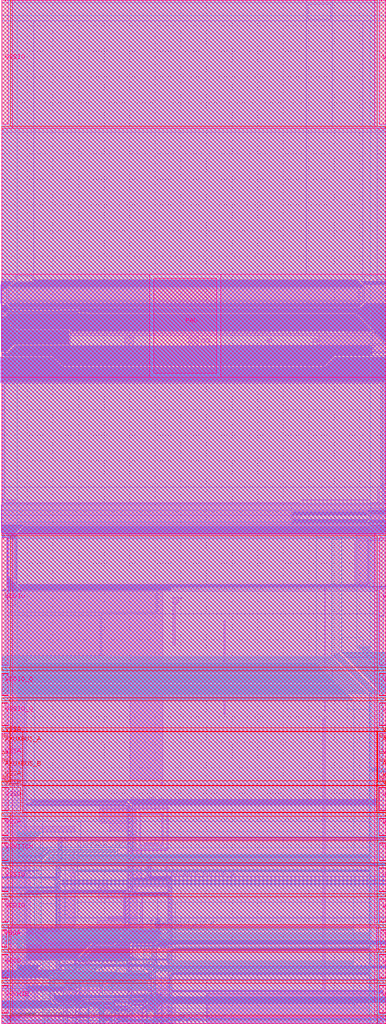
<source format=lef>
# Copyright 2020 The SkyWater PDK Authors
#
# Licensed under the Apache License, Version 2.0 (the "License");
# you may not use this file except in compliance with the License.
# You may obtain a copy of the License at
#
#     https://www.apache.org/licenses/LICENSE-2.0
#
# Unless required by applicable law or agreed to in writing, software
# distributed under the License is distributed on an "AS IS" BASIS,
# WITHOUT WARRANTIES OR CONDITIONS OF ANY KIND, either express or implied.
# See the License for the specific language governing permissions and
# limitations under the License.
#
# SPDX-License-Identifier: Apache-2.0

VERSION 5.5 ;
NAMESCASESENSITIVE ON ;
BUSBITCHARS "[]" ;
DIVIDERCHAR "/" ;
MACRO sky130_fd_io__top_xres4v2
  CLASS BLOCK ;
  SOURCE USER ;
  ORIGIN  0.000000  0.000000 ;
  SIZE 75 BY 200 ;
  SYMMETRY R90 ;
  PIN AMUXBUS_A
    ANTENNAPARTIALMETALSIDEAREA  111.1680 ;
    DIRECTION INOUT ;
    USE SIGNAL ;
    PORT
      LAYER met4 ;
        RECT 0.000000 53.125000 1.270000 56.105000 ;
    END
    PORT
      LAYER met4 ;
        RECT 73.730000 53.125000 75.000000 56.105000 ;
    END
  END AMUXBUS_A
  PIN AMUXBUS_B
    ANTENNAPARTIALMETALSIDEAREA  111.1680 ;
    DIRECTION INOUT ;
    USE SIGNAL ;
    PORT
      LAYER met4 ;
        RECT 0.000000 48.365000 1.270000 51.345000 ;
    END
    PORT
      LAYER met4 ;
        RECT 73.730000 48.365000 75.000000 51.345000 ;
    END
  END AMUXBUS_B
  PIN DISABLE_PULLUP_H
    ANTENNAPARTIALCUTAREA  0.045000 ;
    DIRECTION INPUT ;
    USE SIGNAL ;
    PORT
      LAYER met1 ;
        RECT 28.635000 28.540000 33.025000 28.580000 ;
        RECT 28.635000 28.580000 28.950000 28.650000 ;
        RECT 28.635000 28.650000 28.880000 28.720000 ;
        RECT 28.635000 28.720000 28.865000 28.735000 ;
        RECT 28.635000 28.735000 28.865000 32.435000 ;
        RECT 28.685000 28.490000 33.025000 28.540000 ;
        RECT 28.755000 28.420000 33.025000 28.490000 ;
        RECT 28.825000 28.350000 33.025000 28.420000 ;
        RECT 32.555000 28.340000 33.025000 28.350000 ;
        RECT 32.625000 28.270000 33.025000 28.340000 ;
        RECT 32.695000 28.200000 33.025000 28.270000 ;
        RECT 32.760000  0.000000 33.020000  8.720000 ;
        RECT 32.760000  8.720000 33.020000  8.725000 ;
        RECT 32.760000  8.725000 33.025000  8.830000 ;
        RECT 32.765000  8.830000 33.025000  8.835000 ;
        RECT 32.765000  8.835000 33.025000 28.130000 ;
        RECT 32.765000 28.130000 33.025000 28.200000 ;
    END
    PORT
      LAYER met2 ;
        RECT 32.760000 0.000000 33.020000 0.640000 ;
    END
  END DISABLE_PULLUP_H
  PIN ENABLE_H
    ANTENNAPARTIALCUTAREA  0.180000 ;
    DIRECTION INPUT ;
    USE SIGNAL ;
    PORT
      LAYER met1 ;
        RECT 12.145000  6.635000 12.545000  6.665000 ;
        RECT 12.215000  6.565000 12.545000  6.635000 ;
        RECT 12.285000  0.000000 12.545000  6.495000 ;
        RECT 12.285000  6.495000 12.545000  6.565000 ;
        RECT 12.370000  6.665000 12.545000  6.775000 ;
        RECT 12.370000  6.775000 12.545000  6.845000 ;
        RECT 12.370000  6.845000 12.615000  6.915000 ;
        RECT 12.370000  6.915000 12.685000  6.925000 ;
        RECT 12.440000  6.925000 12.695000  6.995000 ;
        RECT 12.510000  6.995000 12.765000  7.065000 ;
        RECT 12.575000  7.065000 12.835000  7.130000 ;
        RECT 12.635000  7.130000 12.900000  7.190000 ;
        RECT 12.695000  7.190000 12.900000  7.250000 ;
        RECT 12.695000  7.250000 12.900000 10.230000 ;
        RECT 12.800000 10.230000 12.865000 10.265000 ;
        RECT 12.800000 10.265000 12.830000 10.300000 ;
        RECT 12.800000 10.300000 12.825000 10.305000 ;
    END
    PORT
      LAYER met2 ;
        RECT 12.285000 0.000000 12.545000 1.470000 ;
    END
  END ENABLE_H
  PIN ENABLE_VDDIO
    ANTENNAPARTIALCUTAREA  0.200000 ;
    DIRECTION INPUT ;
    USE SIGNAL ;
    PORT
      LAYER met2 ;
        RECT 8.425000 0.000000 8.895000 1.180000 ;
    END
    PORT
      LAYER met3 ;
        RECT 6.775000 17.410000  7.400000 17.515000 ;
        RECT 6.775000 17.515000  7.295000 17.620000 ;
        RECT 6.775000 17.620000  7.295000 31.295000 ;
        RECT 6.775000 31.295000  7.295000 31.400000 ;
        RECT 6.775000 31.400000  7.400000 31.505000 ;
        RECT 6.840000 17.345000  7.505000 17.410000 ;
        RECT 6.925000 31.505000  7.505000 31.655000 ;
        RECT 6.990000 17.195000  7.570000 17.345000 ;
        RECT 7.075000 31.655000  7.655000 31.805000 ;
        RECT 7.140000 17.045000  7.720000 17.195000 ;
        RECT 7.225000 31.805000  7.805000 31.955000 ;
        RECT 7.290000 16.895000  7.870000 17.045000 ;
        RECT 7.375000 31.955000  7.955000 32.105000 ;
        RECT 7.440000 16.745000  8.020000 16.895000 ;
        RECT 7.525000 32.105000  8.105000 32.255000 ;
        RECT 7.590000 16.595000  8.170000 16.745000 ;
        RECT 7.675000 32.255000  8.255000 32.405000 ;
        RECT 7.740000 16.445000  8.320000 16.595000 ;
        RECT 7.825000 32.405000  8.405000 32.555000 ;
        RECT 7.890000 16.295000  8.470000 16.445000 ;
        RECT 7.975000 32.555000  8.555000 32.705000 ;
        RECT 8.040000 16.145000  8.620000 16.295000 ;
        RECT 8.125000 32.705000  8.705000 32.855000 ;
        RECT 8.190000 15.995000  8.770000 16.145000 ;
        RECT 8.275000 32.855000  8.855000 33.005000 ;
        RECT 8.295000 15.890000  8.920000 15.995000 ;
        RECT 8.400000  0.000000  8.920000 15.785000 ;
        RECT 8.400000 15.785000  8.920000 15.890000 ;
        RECT 8.425000 33.005000  9.005000 33.155000 ;
        RECT 8.575000 33.155000  9.155000 33.305000 ;
        RECT 8.665000 33.305000  9.305000 33.395000 ;
        RECT 8.815000 33.395000 22.275000 33.545000 ;
        RECT 8.965000 33.545000 22.275000 33.695000 ;
        RECT 9.115000 33.695000 22.275000 33.845000 ;
        RECT 9.265000 33.845000 22.275000 33.995000 ;
        RECT 9.395000 33.995000 22.275000 34.125000 ;
    END
  END ENABLE_VDDIO
  PIN EN_VDDIO_SIG_H
    ANTENNAPARTIALCUTAREA  0.157500 ;
    DIRECTION INPUT ;
    USE SIGNAL ;
    PORT
      LAYER met1 ;
        RECT 22.360000 0.000000 22.660000 1.205000 ;
    END
    PORT
      LAYER met2 ;
        RECT  9.735000  4.520000 10.050000  4.575000 ;
        RECT  9.735000  4.575000  9.995000  4.630000 ;
        RECT  9.735000  4.630000  9.995000  8.860000 ;
        RECT  9.735000  8.860000  9.995000  8.915000 ;
        RECT  9.735000  8.915000 10.050000  8.970000 ;
        RECT  9.790000  4.465000 10.105000  4.520000 ;
        RECT  9.805000  8.970000 10.105000  9.040000 ;
        RECT  9.860000  4.395000 10.160000  4.465000 ;
        RECT  9.875000  9.040000 10.175000  9.110000 ;
        RECT  9.930000  4.325000 10.230000  4.395000 ;
        RECT  9.945000  9.110000 10.245000  9.180000 ;
        RECT 10.000000  4.255000 10.300000  4.325000 ;
        RECT 10.015000  9.180000 10.315000  9.250000 ;
        RECT 10.070000  4.185000 10.370000  4.255000 ;
        RECT 10.085000  9.250000 10.385000  9.320000 ;
        RECT 10.140000  4.115000 10.440000  4.185000 ;
        RECT 10.155000  9.320000 10.455000  9.390000 ;
        RECT 10.210000  4.045000 10.510000  4.115000 ;
        RECT 10.225000  9.390000 10.525000  9.460000 ;
        RECT 10.280000  3.975000 10.580000  4.045000 ;
        RECT 10.295000  9.460000 10.595000  9.530000 ;
        RECT 10.350000  3.905000 10.650000  3.975000 ;
        RECT 10.365000  9.530000 10.665000  9.600000 ;
        RECT 10.420000  3.835000 10.720000  3.905000 ;
        RECT 10.435000  9.600000 10.735000  9.670000 ;
        RECT 10.490000  3.765000 10.790000  3.835000 ;
        RECT 10.505000  9.670000 10.805000  9.740000 ;
        RECT 10.560000  3.695000 10.860000  3.765000 ;
        RECT 10.575000  9.740000 10.875000  9.810000 ;
        RECT 10.610000  3.645000 15.095000  3.695000 ;
        RECT 10.645000  9.810000 10.945000  9.880000 ;
        RECT 10.650000 26.825000 11.125000 27.085000 ;
        RECT 10.650000 27.085000 11.055000 27.155000 ;
        RECT 10.650000 27.155000 10.985000 27.225000 ;
        RECT 10.650000 27.225000 10.915000 27.295000 ;
        RECT 10.650000 27.295000 10.910000 27.300000 ;
        RECT 10.650000 27.300000 10.910000 27.935000 ;
        RECT 10.650000 27.935000 10.910000 28.005000 ;
        RECT 10.650000 28.005000 10.980000 28.075000 ;
        RECT 10.650000 28.075000 11.050000 28.145000 ;
        RECT 10.650000 28.145000 11.120000 28.150000 ;
        RECT 10.650000 28.150000 11.125000 28.410000 ;
        RECT 10.655000 26.820000 11.125000 26.825000 ;
        RECT 10.680000  3.575000 15.025000  3.645000 ;
        RECT 10.715000  9.880000 11.015000  9.950000 ;
        RECT 10.720000 28.410000 11.125000 28.480000 ;
        RECT 10.725000 26.750000 11.125000 26.820000 ;
        RECT 10.750000  3.505000 14.955000  3.575000 ;
        RECT 10.755000  9.950000 11.085000  9.990000 ;
        RECT 10.790000 28.480000 11.125000 28.550000 ;
        RECT 10.795000 26.680000 11.125000 26.750000 ;
        RECT 10.810000  9.990000 11.125000 10.045000 ;
        RECT 10.820000  3.435000 14.885000  3.505000 ;
        RECT 10.860000 28.550000 11.125000 28.620000 ;
        RECT 10.865000 10.045000 11.125000 10.100000 ;
        RECT 10.865000 10.100000 11.125000 26.610000 ;
        RECT 10.865000 26.610000 11.125000 26.680000 ;
        RECT 10.865000 28.620000 11.125000 28.625000 ;
        RECT 10.865000 28.625000 11.125000 31.085000 ;
        RECT 10.865000 31.085000 11.125000 31.140000 ;
        RECT 10.865000 31.140000 11.180000 31.195000 ;
        RECT 10.935000 31.195000 11.235000 31.265000 ;
        RECT 11.005000 31.265000 11.305000 31.335000 ;
        RECT 11.075000 31.335000 11.375000 31.405000 ;
        RECT 11.145000 31.405000 11.445000 31.475000 ;
        RECT 11.150000 31.475000 11.515000 31.480000 ;
        RECT 11.205000 31.480000 11.520000 31.535000 ;
        RECT 11.260000 31.535000 11.520000 31.590000 ;
        RECT 11.260000 31.590000 11.520000 36.020000 ;
        RECT 11.260000 36.020000 12.150000 36.280000 ;
        RECT 14.845000  3.695000 15.145000  3.765000 ;
        RECT 14.915000  3.765000 15.215000  3.835000 ;
        RECT 14.985000  3.835000 15.285000  3.905000 ;
        RECT 15.055000  3.905000 15.355000  3.975000 ;
        RECT 15.125000  3.975000 15.425000  4.045000 ;
        RECT 15.195000  4.045000 15.495000  4.115000 ;
        RECT 15.265000  4.115000 15.565000  4.185000 ;
        RECT 15.335000  4.185000 15.635000  4.255000 ;
        RECT 15.405000  4.255000 15.705000  4.325000 ;
        RECT 15.475000  4.325000 15.775000  4.395000 ;
        RECT 15.545000  4.395000 15.845000  4.465000 ;
        RECT 15.615000  4.465000 15.915000  4.535000 ;
        RECT 15.625000  4.535000 15.985000  4.545000 ;
        RECT 15.695000  4.545000 28.765000  4.615000 ;
        RECT 15.765000  4.615000 28.835000  4.685000 ;
        RECT 15.835000  4.685000 28.905000  4.755000 ;
        RECT 15.885000  4.755000 28.975000  4.805000 ;
        RECT 22.065000  4.540000 22.940000  4.545000 ;
        RECT 22.135000  4.470000 22.870000  4.540000 ;
        RECT 22.205000  4.400000 22.800000  4.470000 ;
        RECT 22.275000  4.330000 22.730000  4.400000 ;
        RECT 22.345000  4.260000 22.660000  4.330000 ;
        RECT 22.350000  4.255000 22.660000  4.260000 ;
        RECT 22.355000  4.250000 22.660000  4.255000 ;
        RECT 22.360000  0.000000 22.660000  4.245000 ;
        RECT 22.360000  4.245000 22.660000  4.250000 ;
        RECT 28.725000  4.805000 29.025000  4.875000 ;
        RECT 28.795000  4.875000 29.095000  4.945000 ;
        RECT 28.865000  4.945000 29.165000  5.015000 ;
        RECT 28.935000  5.015000 29.235000  5.085000 ;
        RECT 29.005000  5.085000 29.305000  5.155000 ;
        RECT 29.075000  5.155000 29.375000  5.225000 ;
        RECT 29.145000  5.225000 29.445000  5.295000 ;
        RECT 29.210000  5.295000 29.515000  5.360000 ;
        RECT 29.265000  5.360000 29.580000  5.415000 ;
        RECT 29.320000  5.415000 29.580000  5.470000 ;
        RECT 29.320000  5.470000 29.580000 10.975000 ;
        RECT 29.320000 10.975000 29.580000 11.030000 ;
        RECT 29.320000 11.030000 29.635000 11.085000 ;
        RECT 29.390000 11.085000 29.690000 11.155000 ;
        RECT 29.460000 11.155000 29.760000 11.225000 ;
        RECT 29.530000 11.225000 29.830000 11.295000 ;
        RECT 29.600000 11.295000 29.900000 11.365000 ;
        RECT 29.660000 11.365000 29.970000 11.425000 ;
        RECT 29.715000 11.425000 30.030000 11.480000 ;
        RECT 29.770000 11.480000 30.030000 11.535000 ;
        RECT 29.770000 11.535000 30.030000 15.645000 ;
        RECT 29.770000 15.645000 30.030000 15.700000 ;
        RECT 29.770000 15.700000 30.085000 15.755000 ;
        RECT 29.840000 15.755000 30.140000 15.825000 ;
        RECT 29.910000 15.825000 30.210000 15.895000 ;
        RECT 29.980000 15.895000 30.280000 15.965000 ;
        RECT 30.050000 15.965000 30.350000 16.035000 ;
        RECT 30.120000 16.035000 30.420000 16.105000 ;
        RECT 30.190000 16.105000 30.490000 16.175000 ;
        RECT 30.255000 16.175000 30.560000 16.240000 ;
        RECT 30.310000 16.240000 30.625000 16.295000 ;
        RECT 30.365000 16.295000 30.625000 16.350000 ;
        RECT 30.365000 16.350000 30.625000 20.495000 ;
    END
  END EN_VDDIO_SIG_H
  PIN FILT_IN_H
    ANTENNAPARTIALCUTAREA  0.960000 ;
    DIRECTION INPUT ;
    USE SIGNAL ;
    PORT
      LAYER met2 ;
        RECT 20.075000 0.000000 21.225000 3.455000 ;
    END
    PORT
      LAYER met3 ;
        RECT 20.075000 0.000000 21.225000  6.670000 ;
        RECT 20.075000 6.670000 21.225000  6.820000 ;
        RECT 20.075000 6.820000 21.375000  6.970000 ;
        RECT 20.075000 6.970000 21.525000  7.120000 ;
        RECT 20.075000 7.120000 21.675000  7.150000 ;
        RECT 20.225000 7.150000 21.705000  7.300000 ;
        RECT 20.375000 7.300000 21.855000  7.450000 ;
        RECT 20.525000 7.450000 22.005000  7.600000 ;
        RECT 20.675000 7.600000 22.155000  7.750000 ;
        RECT 20.825000 7.750000 22.305000  7.900000 ;
        RECT 20.975000 7.900000 22.455000  8.050000 ;
        RECT 21.125000 8.050000 22.605000  8.200000 ;
        RECT 21.275000 8.200000 22.755000  8.350000 ;
        RECT 21.425000 8.350000 22.905000  8.500000 ;
        RECT 21.575000 8.500000 23.055000  8.650000 ;
        RECT 21.725000 8.650000 23.205000  8.800000 ;
        RECT 21.875000 8.800000 23.355000  8.950000 ;
        RECT 22.025000 8.950000 23.505000  9.100000 ;
        RECT 22.175000 9.100000 23.655000  9.250000 ;
        RECT 22.325000 9.250000 23.805000  9.400000 ;
        RECT 22.420000 9.400000 23.955000  9.495000 ;
        RECT 22.570000 9.495000 24.050000  9.645000 ;
        RECT 22.720000 9.645000 24.050000  9.795000 ;
        RECT 22.870000 9.795000 24.050000  9.945000 ;
        RECT 22.905000 9.945000 24.050000  9.980000 ;
        RECT 22.905000 9.980000 24.050000 12.265000 ;
    END
  END FILT_IN_H
  PIN INP_SEL_H
    ANTENNAGATEAREA  6.240000 ;
    DIRECTION INPUT ;
    USE SIGNAL ;
    PORT
      LAYER met1 ;
        RECT 16.600000 11.420000 16.830000 12.310000 ;
        RECT 16.600000 12.310000 16.830000 12.360000 ;
        RECT 16.600000 12.360000 16.880000 12.410000 ;
        RECT 16.670000 12.410000 16.930000 12.480000 ;
        RECT 16.740000 12.480000 17.000000 12.550000 ;
        RECT 16.810000 12.550000 17.070000 12.620000 ;
        RECT 16.825000 12.620000 17.140000 12.635000 ;
        RECT 16.870000 12.635000 25.295000 12.680000 ;
        RECT 16.915000 12.680000 25.340000 12.725000 ;
        RECT 16.985000 12.725000 25.385000 12.795000 ;
        RECT 17.055000 12.795000 25.385000 12.865000 ;
        RECT 24.640000 12.615000 25.275000 12.635000 ;
        RECT 24.710000 12.545000 25.205000 12.615000 ;
        RECT 24.780000 12.475000 25.135000 12.545000 ;
        RECT 24.785000 12.470000 25.135000 12.475000 ;
        RECT 24.845000 12.410000 25.135000 12.470000 ;
        RECT 24.905000  0.000000 25.135000 12.350000 ;
        RECT 24.905000 12.350000 25.135000 12.410000 ;
        RECT 24.975000 12.865000 25.385000 12.935000 ;
        RECT 25.045000 12.935000 25.385000 13.005000 ;
        RECT 25.115000 13.005000 25.385000 13.075000 ;
        RECT 25.155000 13.075000 25.385000 13.115000 ;
        RECT 25.155000 13.115000 25.385000 15.035000 ;
        RECT 25.155000 15.035000 25.385000 15.085000 ;
        RECT 25.155000 15.085000 25.435000 15.135000 ;
        RECT 25.225000 15.135000 25.485000 15.205000 ;
        RECT 25.295000 15.205000 25.555000 15.275000 ;
        RECT 25.365000 15.275000 25.625000 15.345000 ;
        RECT 25.435000 15.345000 25.695000 15.415000 ;
        RECT 25.505000 15.415000 25.765000 15.485000 ;
        RECT 25.575000 15.485000 25.835000 15.555000 ;
        RECT 25.635000 15.555000 25.905000 15.615000 ;
        RECT 25.705000 15.615000 29.965000 15.685000 ;
        RECT 25.775000 15.685000 30.035000 15.755000 ;
        RECT 25.845000 15.755000 30.105000 15.825000 ;
        RECT 25.865000 15.825000 30.175000 15.845000 ;
        RECT 29.935000 15.845000 30.195000 15.915000 ;
        RECT 30.005000 15.915000 30.265000 15.985000 ;
        RECT 30.075000 15.985000 30.335000 16.055000 ;
        RECT 30.145000 16.055000 30.405000 16.125000 ;
        RECT 30.215000 16.125000 30.475000 16.195000 ;
        RECT 30.285000 16.195000 30.545000 16.265000 ;
        RECT 30.355000 16.265000 30.615000 16.335000 ;
        RECT 30.425000 16.335000 30.685000 16.405000 ;
        RECT 30.495000 16.405000 30.755000 16.475000 ;
        RECT 30.565000 16.475000 30.825000 16.545000 ;
        RECT 30.635000 16.545000 30.895000 16.615000 ;
        RECT 30.705000 16.615000 30.965000 16.685000 ;
        RECT 30.755000 16.685000 31.035000 16.735000 ;
        RECT 30.805000 16.735000 31.035000 16.785000 ;
        RECT 30.805000 16.785000 31.035000 19.345000 ;
    END
  END INP_SEL_H
  PIN PAD
    ANTENNAPARTIALMETALSIDEAREA  245.6270 ;
    DIRECTION INOUT ;
    USE SIGNAL ;
    PORT
      LAYER met5 ;
        RECT 29.695000 127.115000 41.990000 145.625000 ;
    END
  END PAD
  PIN PAD_A_ESD_H
    ANTENNAPARTIALCUTAREA  0.960000 ;
    DIRECTION INOUT ;
    USE SIGNAL ;
    PORT
      LAYER met2 ;
        RECT 17.245000 0.000000 18.910000 3.135000 ;
    END
    PORT
      LAYER met3 ;
        RECT 17.245000 0.000000 18.910000 3.135000 ;
    END
  END PAD_A_ESD_H
  PIN PULLUP_H
    ANTENNAPARTIALCUTAREA  0.270000 ;
    DIRECTION INOUT ;
    USE SIGNAL ;
    PORT
      LAYER met1 ;
        RECT  6.065000 43.285000 24.570000 43.355000 ;
        RECT  6.065000 43.355000 24.500000 43.425000 ;
        RECT  6.065000 43.425000 24.430000 43.495000 ;
        RECT  6.065000 43.495000 24.380000 43.545000 ;
        RECT 14.555000  0.000000 15.135000 12.210000 ;
        RECT 14.555000 12.210000 15.135000 12.275000 ;
        RECT 14.555000 12.275000 15.200000 12.340000 ;
        RECT 14.625000 12.340000 15.265000 12.410000 ;
        RECT 14.695000 12.410000 15.335000 12.480000 ;
        RECT 14.765000 12.480000 15.405000 12.550000 ;
        RECT 14.835000 12.550000 15.475000 12.620000 ;
        RECT 14.905000 12.620000 15.545000 12.690000 ;
        RECT 14.975000 12.690000 15.615000 12.760000 ;
        RECT 15.045000 12.760000 15.685000 12.830000 ;
        RECT 15.115000 12.830000 15.755000 12.900000 ;
        RECT 15.185000 12.900000 15.825000 12.970000 ;
        RECT 15.255000 12.970000 15.895000 13.040000 ;
        RECT 15.325000 13.040000 15.965000 13.110000 ;
        RECT 15.395000 13.110000 16.035000 13.180000 ;
        RECT 15.465000 13.180000 16.105000 13.250000 ;
        RECT 15.535000 13.250000 16.175000 13.320000 ;
        RECT 15.605000 13.320000 16.245000 13.390000 ;
        RECT 15.675000 13.390000 16.315000 13.460000 ;
        RECT 15.745000 13.460000 16.385000 13.530000 ;
        RECT 15.815000 13.530000 16.455000 13.600000 ;
        RECT 15.885000 13.600000 16.525000 13.670000 ;
        RECT 15.955000 13.670000 16.595000 13.740000 ;
        RECT 16.025000 13.740000 16.665000 13.810000 ;
        RECT 16.095000 13.810000 16.735000 13.880000 ;
        RECT 16.165000 13.880000 16.805000 13.950000 ;
        RECT 16.235000 13.950000 16.875000 14.020000 ;
        RECT 16.305000 14.020000 16.945000 14.090000 ;
        RECT 16.375000 14.090000 17.015000 14.160000 ;
        RECT 16.445000 14.160000 17.085000 14.230000 ;
        RECT 16.515000 14.230000 17.155000 14.300000 ;
        RECT 16.585000 14.300000 17.225000 14.370000 ;
        RECT 16.655000 14.370000 17.295000 14.440000 ;
        RECT 16.725000 14.440000 17.365000 14.510000 ;
        RECT 16.795000 14.510000 17.435000 14.580000 ;
        RECT 16.865000 14.580000 17.505000 14.650000 ;
        RECT 16.935000 14.650000 17.575000 14.720000 ;
        RECT 17.005000 14.720000 17.645000 14.790000 ;
        RECT 17.075000 14.790000 17.715000 14.860000 ;
        RECT 17.145000 14.860000 17.785000 14.930000 ;
        RECT 17.215000 14.930000 17.855000 15.000000 ;
        RECT 17.285000 15.000000 17.925000 15.070000 ;
        RECT 17.355000 15.070000 17.995000 15.140000 ;
        RECT 17.425000 15.140000 18.065000 15.210000 ;
        RECT 17.495000 15.210000 18.135000 15.280000 ;
        RECT 17.565000 15.280000 18.205000 15.350000 ;
        RECT 17.635000 15.350000 18.275000 15.420000 ;
        RECT 17.705000 15.420000 21.745000 15.490000 ;
        RECT 17.775000 15.490000 21.815000 15.560000 ;
        RECT 17.845000 15.560000 21.885000 15.630000 ;
        RECT 17.915000 15.630000 21.955000 15.700000 ;
        RECT 17.985000 15.700000 22.025000 15.770000 ;
        RECT 18.055000 15.770000 22.095000 15.840000 ;
        RECT 18.125000 15.840000 22.165000 15.910000 ;
        RECT 18.135000 15.910000 22.235000 15.920000 ;
        RECT 21.605000 15.920000 22.245000 15.990000 ;
        RECT 21.675000 15.990000 22.315000 16.060000 ;
        RECT 21.745000 16.060000 22.385000 16.130000 ;
        RECT 21.815000 16.130000 22.455000 16.200000 ;
        RECT 21.885000 16.200000 22.525000 16.270000 ;
        RECT 21.955000 16.270000 22.595000 16.340000 ;
        RECT 22.025000 16.340000 22.665000 16.410000 ;
        RECT 22.095000 16.410000 22.735000 16.480000 ;
        RECT 22.165000 16.480000 22.805000 16.550000 ;
        RECT 22.235000 16.550000 22.875000 16.620000 ;
        RECT 22.305000 16.620000 22.945000 16.690000 ;
        RECT 22.375000 16.690000 23.015000 16.760000 ;
        RECT 22.445000 16.760000 23.085000 16.830000 ;
        RECT 22.515000 16.830000 23.155000 16.900000 ;
        RECT 22.585000 16.900000 23.225000 16.970000 ;
        RECT 22.655000 16.970000 23.295000 17.040000 ;
        RECT 22.725000 17.040000 23.365000 17.110000 ;
        RECT 22.795000 17.110000 23.435000 17.180000 ;
        RECT 22.865000 17.180000 23.505000 17.250000 ;
        RECT 22.935000 17.250000 23.575000 17.320000 ;
        RECT 23.005000 17.320000 23.645000 17.390000 ;
        RECT 23.075000 17.390000 23.715000 17.460000 ;
        RECT 23.145000 17.460000 23.785000 17.530000 ;
        RECT 23.215000 17.530000 23.855000 17.600000 ;
        RECT 23.285000 17.600000 23.925000 17.670000 ;
        RECT 23.355000 17.670000 23.995000 17.740000 ;
        RECT 23.425000 17.740000 24.065000 17.810000 ;
        RECT 23.495000 17.810000 24.135000 17.880000 ;
        RECT 23.565000 17.880000 24.205000 17.950000 ;
        RECT 23.635000 17.950000 24.275000 18.020000 ;
        RECT 23.705000 18.020000 24.345000 18.090000 ;
        RECT 23.775000 18.090000 24.415000 18.160000 ;
        RECT 23.845000 18.160000 24.485000 18.230000 ;
        RECT 23.915000 18.230000 24.555000 18.300000 ;
        RECT 23.985000 18.300000 24.625000 18.370000 ;
        RECT 24.015000 18.370000 24.695000 18.400000 ;
        RECT 24.085000 18.400000 24.725000 18.470000 ;
        RECT 24.155000 18.470000 24.725000 18.540000 ;
        RECT 24.225000 18.540000 24.725000 18.610000 ;
        RECT 24.225000 18.610000 24.725000 25.145000 ;
        RECT 24.225000 25.145000 24.725000 25.215000 ;
        RECT 24.225000 25.215000 24.795000 25.285000 ;
        RECT 24.225000 25.285000 24.865000 25.355000 ;
        RECT 24.295000 25.355000 24.935000 25.425000 ;
        RECT 24.325000 43.230000 24.640000 43.285000 ;
        RECT 24.365000 25.425000 25.005000 25.495000 ;
        RECT 24.395000 43.160000 24.695000 43.230000 ;
        RECT 24.435000 25.495000 25.075000 25.565000 ;
        RECT 24.465000 43.090000 24.765000 43.160000 ;
        RECT 24.505000 25.565000 25.145000 25.635000 ;
        RECT 24.535000 43.020000 24.835000 43.090000 ;
        RECT 24.575000 25.635000 25.215000 25.705000 ;
        RECT 24.605000 25.705000 25.285000 25.735000 ;
        RECT 24.605000 42.950000 24.905000 43.020000 ;
        RECT 24.675000 25.735000 25.315000 25.805000 ;
        RECT 24.675000 42.880000 24.975000 42.950000 ;
        RECT 24.745000 25.805000 25.315000 25.875000 ;
        RECT 24.745000 42.810000 25.045000 42.880000 ;
        RECT 24.815000 25.875000 25.315000 25.945000 ;
        RECT 24.815000 25.945000 25.315000 42.610000 ;
        RECT 24.815000 42.610000 25.250000 42.675000 ;
        RECT 24.815000 42.675000 25.185000 42.740000 ;
        RECT 24.815000 42.740000 25.115000 42.810000 ;
    END
    PORT
      LAYER met2 ;
        RECT 14.555000 0.000000 15.135000 0.985000 ;
    END
  END PULLUP_H
  PIN TIE_HI_ESD
    ANTENNAPARTIALCUTAREA  0.045000 ;
    DIRECTION OUTPUT ;
    USE SIGNAL ;
    PORT
      LAYER met1 ;
        RECT 28.185000 4.895000 30.220000 4.965000 ;
        RECT 28.185000 4.965000 30.150000 5.035000 ;
        RECT 28.185000 5.035000 30.080000 5.105000 ;
        RECT 28.185000 5.105000 30.010000 5.175000 ;
        RECT 28.185000 5.175000 29.940000 5.245000 ;
        RECT 28.185000 5.245000 29.870000 5.315000 ;
        RECT 28.185000 5.315000 29.800000 5.385000 ;
        RECT 28.185000 5.385000 29.730000 5.455000 ;
        RECT 28.185000 5.455000 29.660000 5.525000 ;
        RECT 28.185000 5.525000 29.640000 5.545000 ;
        RECT 29.395000 4.870000 30.290000 4.895000 ;
        RECT 29.465000 4.800000 30.315000 4.870000 ;
        RECT 29.535000 4.730000 30.385000 4.800000 ;
        RECT 29.605000 4.660000 30.455000 4.730000 ;
        RECT 29.675000 4.590000 30.525000 4.660000 ;
        RECT 29.745000 4.520000 30.595000 4.590000 ;
        RECT 29.815000 4.450000 30.665000 4.520000 ;
        RECT 29.885000 4.380000 30.735000 4.450000 ;
        RECT 29.955000 4.310000 30.805000 4.380000 ;
        RECT 30.025000 4.240000 30.875000 4.310000 ;
        RECT 30.095000 4.170000 30.945000 4.240000 ;
        RECT 30.165000 4.100000 31.015000 4.170000 ;
        RECT 30.235000 4.030000 31.085000 4.100000 ;
        RECT 30.295000 3.970000 31.155000 4.030000 ;
        RECT 30.365000 3.900000 31.155000 3.970000 ;
        RECT 30.435000 3.830000 31.155000 3.900000 ;
        RECT 30.505000 0.000000 31.155000 3.760000 ;
        RECT 30.505000 3.760000 31.155000 3.830000 ;
    END
    PORT
      LAYER met2 ;
        RECT 30.505000 0.000000 31.155000 0.330000 ;
    END
  END TIE_HI_ESD
  PIN TIE_LO_ESD
    ANTENNAPARTIALCUTAREA  0.045000 ;
    DIRECTION OUTPUT ;
    USE SIGNAL ;
    PORT
      LAYER met1 ;
        RECT 27.580000 0.000000 28.230000 2.855000 ;
        RECT 27.580000 2.855000 28.230000 2.925000 ;
        RECT 27.580000 2.925000 28.300000 2.995000 ;
        RECT 27.580000 2.995000 28.370000 3.065000 ;
        RECT 27.580000 3.065000 28.440000 3.125000 ;
        RECT 27.650000 3.125000 28.500000 3.195000 ;
        RECT 27.720000 3.195000 28.570000 3.265000 ;
        RECT 27.790000 3.265000 28.640000 3.335000 ;
        RECT 27.860000 3.335000 28.710000 3.405000 ;
        RECT 27.915000 3.405000 28.780000 3.460000 ;
        RECT 27.985000 3.460000 28.835000 3.530000 ;
        RECT 28.055000 3.530000 28.835000 3.600000 ;
        RECT 28.125000 3.600000 28.835000 3.670000 ;
        RECT 28.185000 3.670000 28.835000 3.730000 ;
        RECT 28.185000 3.730000 28.835000 4.105000 ;
    END
    PORT
      LAYER met2 ;
        RECT 27.580000 0.000000 28.230000 0.330000 ;
    END
  END TIE_LO_ESD
  PIN TIE_WEAK_HI_H
    ANTENNAPARTIALCUTAREA  0.520000 ;
    DIRECTION INOUT ;
    USE SIGNAL ;
    PORT
      LAYER met2 ;
        RECT 72.215000 0.000000 73.235000 0.770000 ;
    END
    PORT
      LAYER met3 ;
        RECT 64.860000 71.930000 66.310000 72.080000 ;
        RECT 64.860000 72.080000 66.160000 72.230000 ;
        RECT 64.860000 72.230000 66.010000 72.380000 ;
        RECT 64.860000 72.380000 65.990000 72.400000 ;
        RECT 64.860000 72.400000 65.990000 94.645000 ;
        RECT 64.990000 71.800000 66.460000 71.930000 ;
        RECT 65.140000 71.650000 66.590000 71.800000 ;
        RECT 65.290000 71.500000 66.740000 71.650000 ;
        RECT 65.440000 71.350000 66.890000 71.500000 ;
        RECT 65.590000 71.200000 67.040000 71.350000 ;
        RECT 65.740000 71.050000 67.190000 71.200000 ;
        RECT 65.890000 70.900000 67.340000 71.050000 ;
        RECT 66.040000 70.750000 67.490000 70.900000 ;
        RECT 66.190000 70.600000 67.640000 70.750000 ;
        RECT 66.340000 70.450000 67.790000 70.600000 ;
        RECT 66.490000 70.300000 67.940000 70.450000 ;
        RECT 66.640000 70.150000 68.090000 70.300000 ;
        RECT 66.790000 70.000000 68.240000 70.150000 ;
        RECT 66.940000 69.850000 68.390000 70.000000 ;
        RECT 67.090000 69.700000 68.540000 69.850000 ;
        RECT 67.240000 69.550000 68.690000 69.700000 ;
        RECT 67.390000 69.400000 68.840000 69.550000 ;
        RECT 67.540000 69.250000 68.990000 69.400000 ;
        RECT 67.690000 69.100000 69.140000 69.250000 ;
        RECT 67.840000 68.950000 69.290000 69.100000 ;
        RECT 67.990000 68.800000 69.440000 68.950000 ;
        RECT 68.140000 68.650000 69.590000 68.800000 ;
        RECT 68.290000 68.500000 69.740000 68.650000 ;
        RECT 68.440000 68.350000 69.890000 68.500000 ;
        RECT 68.590000 68.200000 70.040000 68.350000 ;
        RECT 68.740000 68.050000 70.190000 68.200000 ;
        RECT 68.890000 67.900000 70.340000 68.050000 ;
        RECT 69.040000 67.750000 70.490000 67.900000 ;
        RECT 69.190000 67.600000 70.640000 67.750000 ;
        RECT 69.340000 67.450000 70.790000 67.600000 ;
        RECT 69.490000 67.300000 70.940000 67.450000 ;
        RECT 69.640000 67.150000 71.090000 67.300000 ;
        RECT 69.790000 67.000000 71.240000 67.150000 ;
        RECT 69.940000 66.850000 71.390000 67.000000 ;
        RECT 70.090000 66.700000 71.540000 66.850000 ;
        RECT 70.240000 66.550000 71.690000 66.700000 ;
        RECT 70.390000 66.400000 71.840000 66.550000 ;
        RECT 70.540000 66.250000 71.990000 66.400000 ;
        RECT 70.690000 66.100000 72.140000 66.250000 ;
        RECT 70.840000 65.950000 72.290000 66.100000 ;
        RECT 70.990000 65.800000 72.440000 65.950000 ;
        RECT 71.140000 65.650000 72.590000 65.800000 ;
        RECT 71.290000 65.500000 72.740000 65.650000 ;
        RECT 71.440000 65.350000 72.890000 65.500000 ;
        RECT 71.590000 65.200000 73.040000 65.350000 ;
        RECT 71.740000 65.050000 73.190000 65.200000 ;
        RECT 71.890000 64.900000 73.340000 65.050000 ;
        RECT 72.040000 64.750000 73.490000 64.900000 ;
        RECT 72.190000  0.000000 73.260000 49.320000 ;
        RECT 72.190000 49.320000 73.260000 49.470000 ;
        RECT 72.190000 49.470000 73.410000 49.620000 ;
        RECT 72.190000 49.620000 73.560000 49.770000 ;
        RECT 72.190000 49.770000 73.710000 49.920000 ;
        RECT 72.190000 49.920000 73.860000 49.985000 ;
        RECT 72.190000 49.985000 73.925000 64.465000 ;
        RECT 72.190000 64.465000 73.860000 64.530000 ;
        RECT 72.190000 64.530000 73.795000 64.595000 ;
        RECT 72.190000 64.595000 73.790000 64.600000 ;
        RECT 72.190000 64.600000 73.640000 64.750000 ;
    END
  END TIE_WEAK_HI_H
  PIN XRES_H_N
    ANTENNAPARTIALCUTAREA  0.240000 ;
    DIRECTION OUTPUT ;
    USE SIGNAL ;
    PORT
      LAYER met2 ;
        RECT 28.915000 0.000000 29.685000 0.335000 ;
    END
    PORT
      LAYER met3 ;
        RECT 28.170000 10.610000 29.050000 10.760000 ;
        RECT 28.170000 10.760000 28.900000 10.910000 ;
        RECT 28.170000 10.910000 28.900000 14.770000 ;
        RECT 28.185000 10.595000 29.200000 10.610000 ;
        RECT 28.335000 10.445000 29.215000 10.595000 ;
        RECT 28.485000 10.295000 29.365000 10.445000 ;
        RECT 28.635000 10.145000 29.515000 10.295000 ;
        RECT 28.785000  9.995000 29.665000 10.145000 ;
        RECT 28.935000  0.000000 29.665000  9.845000 ;
        RECT 28.935000  9.845000 29.665000  9.995000 ;
    END
  END XRES_H_N
  PIN VCCD
    DIRECTION INOUT ;
    USE POWER ;
    PORT
      LAYER met4 ;
        RECT 0.000000 8.885000 1.270000 13.535000 ;
    END
    PORT
      LAYER met4 ;
        RECT 73.730000 8.885000 75.000000 13.535000 ;
    END
    PORT
      LAYER met5 ;
        RECT 0.000000 8.985000 1.270000 13.435000 ;
    END
    PORT
      LAYER met5 ;
        RECT 73.730000 8.985000 75.000000 13.435000 ;
    END
  END VCCD
  PIN VCCHIB
    DIRECTION INOUT ;
    USE POWER ;
    PORT
      LAYER met4 ;
        RECT 0.000000 2.035000 1.270000 7.485000 ;
    END
    PORT
      LAYER met4 ;
        RECT 73.730000 2.035000 75.000000 7.485000 ;
    END
    PORT
      LAYER met5 ;
        RECT 0.000000 2.135000 1.270000 7.385000 ;
    END
    PORT
      LAYER met5 ;
        RECT 73.730000 2.135000 75.000000 7.385000 ;
    END
  END VCCHIB
  PIN VDDA
    DIRECTION INOUT ;
    USE POWER ;
    PORT
      LAYER met4 ;
        RECT 0.000000 14.935000 0.965000 18.385000 ;
    END
    PORT
      LAYER met4 ;
        RECT 74.035000 14.935000 75.000000 18.385000 ;
    END
    PORT
      LAYER met5 ;
        RECT 0.000000 15.035000 0.965000 18.285000 ;
    END
    PORT
      LAYER met5 ;
        RECT 74.035000 15.035000 75.000000 18.285000 ;
    END
  END VDDA
  PIN VDDIO
    DIRECTION INOUT ;
    USE POWER ;
    PORT
      LAYER met4 ;
        RECT 0.000000 19.785000 1.270000 24.435000 ;
    END
    PORT
      LAYER met4 ;
        RECT 0.000000 70.035000 1.270000 95.000000 ;
    END
    PORT
      LAYER met4 ;
        RECT 73.730000 19.785000 75.000000 24.435000 ;
    END
    PORT
      LAYER met4 ;
        RECT 73.730000 70.035000 75.000000 95.000000 ;
    END
    PORT
      LAYER met5 ;
        RECT 0.000000 19.885000 1.270000 24.335000 ;
    END
    PORT
      LAYER met5 ;
        RECT 0.000000 70.035000 1.270000 94.985000 ;
    END
    PORT
      LAYER met5 ;
        RECT 73.730000 19.885000 75.000000 24.335000 ;
    END
    PORT
      LAYER met5 ;
        RECT 73.730000 70.035000 75.000000 94.985000 ;
    END
  END VDDIO
  PIN VDDIO_Q
    DIRECTION INOUT ;
    USE POWER ;
    PORT
      LAYER met4 ;
        RECT 0.000000 64.085000 1.270000 68.535000 ;
    END
    PORT
      LAYER met4 ;
        RECT 73.730000 64.085000 75.000000 68.535000 ;
    END
    PORT
      LAYER met5 ;
        RECT 0.000000 64.185000 1.270000 68.435000 ;
    END
    PORT
      LAYER met5 ;
        RECT 73.730000 64.185000 75.000000 68.435000 ;
    END
  END VDDIO_Q
  PIN VSSA
    DIRECTION INOUT ;
    USE GROUND ;
    PORT
      LAYER met4 ;
        RECT 0.000000 36.735000 1.270000 40.185000 ;
    END
    PORT
      LAYER met4 ;
        RECT 0.000000 47.735000 1.270000 48.065000 ;
    END
    PORT
      LAYER met4 ;
        RECT 0.000000 51.645000 1.270000 52.825000 ;
    END
    PORT
      LAYER met4 ;
        RECT 0.000000 56.405000 1.270000 56.735000 ;
    END
    PORT
      LAYER met4 ;
        RECT 73.730000 36.735000 75.000000 40.185000 ;
    END
    PORT
      LAYER met4 ;
        RECT 73.730000 47.735000 75.000000 48.065000 ;
    END
    PORT
      LAYER met4 ;
        RECT 73.730000 51.645000 75.000000 52.825000 ;
    END
    PORT
      LAYER met4 ;
        RECT 73.730000 56.405000 75.000000 56.735000 ;
    END
    PORT
      LAYER met5 ;
        RECT 0.000000 36.840000 1.270000 40.085000 ;
    END
    PORT
      LAYER met5 ;
        RECT 0.000000 47.735000 1.270000 56.735000 ;
    END
    PORT
      LAYER met5 ;
        RECT 73.730000 36.840000 75.000000 40.085000 ;
    END
    PORT
      LAYER met5 ;
        RECT 73.730000 47.735000 75.000000 56.735000 ;
    END
  END VSSA
  PIN VSSD
    DIRECTION INOUT ;
    USE GROUND ;
    PORT
      LAYER met4 ;
        RECT 0.000000 41.585000 1.270000 41.655000 ;
        RECT 0.000000 41.655000 3.720000 46.170000 ;
        RECT 0.000000 46.170000 1.270000 46.235000 ;
    END
    PORT
      LAYER met4 ;
        RECT 73.655000 41.630000 75.000000 46.190000 ;
        RECT 73.730000 41.585000 75.000000 41.630000 ;
        RECT 73.730000 46.190000 75.000000 46.235000 ;
    END
    PORT
      LAYER met5 ;
        RECT 0.000000 41.685000 1.270000 46.135000 ;
    END
    PORT
      LAYER met5 ;
        RECT 73.730000 41.685000 75.000000 46.135000 ;
    END
  END VSSD
  PIN VSSIO
    DIRECTION INOUT ;
    USE GROUND ;
    PORT
      LAYER met4 ;
        RECT 0.000000 175.785000 1.270000 200.000000 ;
    END
    PORT
      LAYER met4 ;
        RECT 0.000000 25.835000 1.270000 30.485000 ;
    END
    PORT
      LAYER met4 ;
        RECT 73.730000 175.785000 75.000000 200.000000 ;
    END
    PORT
      LAYER met4 ;
        RECT 73.730000 25.835000 75.000000 30.485000 ;
    END
    PORT
      LAYER met5 ;
        RECT 0.000000 175.785000 1.270000 200.000000 ;
    END
    PORT
      LAYER met5 ;
        RECT 0.000000 25.935000 1.270000 30.385000 ;
    END
    PORT
      LAYER met5 ;
        RECT 73.730000 175.785000 75.000000 200.000000 ;
    END
    PORT
      LAYER met5 ;
        RECT 73.730000 25.935000 75.000000 30.385000 ;
    END
  END VSSIO
  PIN VSSIO_Q
    DIRECTION INOUT ;
    USE GROUND ;
    PORT
      LAYER met4 ;
        RECT 0.000000 58.235000 1.270000 62.685000 ;
    END
    PORT
      LAYER met4 ;
        RECT 73.730000 58.235000 75.000000 62.685000 ;
    END
    PORT
      LAYER met5 ;
        RECT 0.000000 58.335000 1.270000 62.585000 ;
    END
    PORT
      LAYER met5 ;
        RECT 73.730000 58.335000 75.000000 62.585000 ;
    END
  END VSSIO_Q
  PIN VSWITCH
    DIRECTION INOUT ;
    USE POWER ;
    PORT
      LAYER met4 ;
        RECT 0.000000 31.885000 1.270000 35.335000 ;
    END
    PORT
      LAYER met4 ;
        RECT 73.730000 31.885000 75.000000 35.335000 ;
    END
    PORT
      LAYER met5 ;
        RECT 0.000000 31.985000 1.270000 35.235000 ;
    END
    PORT
      LAYER met5 ;
        RECT 73.730000 31.985000 75.000000 35.235000 ;
    END
  END VSWITCH
  OBS
    LAYER li1 ;
      RECT -0.265000 125.265000 75.000000 129.185000 ;
      RECT -0.265000 129.185000 41.620000 130.225000 ;
      RECT -0.160000 140.815000 75.160000 144.435000 ;
      RECT  0.000000  96.860000 58.340000  96.865000 ;
      RECT  0.000000  96.865000 75.000000  97.865000 ;
      RECT  0.000000  97.865000 58.340000  99.360000 ;
      RECT  0.000000  99.360000 75.000000 101.740000 ;
      RECT  0.000000 101.740000 58.340000 101.780000 ;
      RECT  0.000000 101.780000  0.165000 102.385000 ;
      RECT  0.000000 102.385000  0.455000 102.395000 ;
      RECT  0.000000 102.395000  0.595000 125.265000 ;
      RECT  0.000000 130.995000 38.355000 131.325000 ;
      RECT  0.000000 131.325000 13.200000 134.390000 ;
      RECT  0.000000 134.390000 75.000000 134.950000 ;
      RECT  0.000000 134.950000 52.445000 136.970000 ;
      RECT  0.000000 136.970000  1.045000 138.600000 ;
      RECT  0.000000 138.600000 75.000000 140.050000 ;
      RECT  0.700000 130.425000 42.015000 130.795000 ;
      RECT  0.700000 130.795000 38.355000 130.995000 ;
      RECT  0.985000   0.185000 33.890000   0.645000 ;
      RECT  0.985000   0.645000  4.525000   3.740000 ;
      RECT  0.985000   3.740000  7.065000   4.105000 ;
      RECT  0.985000 101.780000  2.645000 102.395000 ;
      RECT  1.015000   4.105000  7.065000   8.600000 ;
      RECT  1.015000   8.600000  5.625000  12.860000 ;
      RECT  1.015000  12.860000  6.055000  13.870000 ;
      RECT  1.015000  13.870000  5.625000  17.770000 ;
      RECT  1.015000  17.770000 14.130000  18.870000 ;
      RECT  1.015000  18.870000  5.605000  37.435000 ;
      RECT  1.015000  37.435000 14.270000  38.625000 ;
      RECT  1.015000  38.625000  4.525000  71.780000 ;
      RECT  1.015000  71.780000 31.450000  84.665000 ;
      RECT  1.100000  85.320000  2.790000  96.860000 ;
      RECT  1.145000  84.665000 31.450000  85.320000 ;
      RECT 11.005000  17.765000 11.270000  17.770000 ;
      RECT 11.270000  18.870000 14.130000  25.580000 ;
      RECT 13.095000   3.770000 16.800000   6.465000 ;
      RECT 13.095000   6.465000 32.410000   6.520000 ;
      RECT 13.095000   6.520000 32.395000   8.665000 ;
      RECT 13.460000  25.580000 14.130000  27.375000 ;
      RECT 13.460000  27.375000 20.685000  27.545000 ;
      RECT 13.460000  27.545000 14.130000  34.045000 ;
      RECT 14.130000 136.970000 52.445000 137.930000 ;
      RECT 14.130000 137.930000 75.000000 138.600000 ;
      RECT 14.165000  13.360000 14.435000  13.735000 ;
      RECT 14.185000   8.665000 14.385000  12.750000 ;
      RECT 14.480000  13.050000 24.760000  15.670000 ;
      RECT 16.115000  10.105000 16.285000  10.160000 ;
      RECT 16.115000  10.160000 16.800000  10.330000 ;
      RECT 16.115000  10.330000 16.285000  10.635000 ;
      RECT 16.130000  11.590000 16.800000  11.760000 ;
      RECT 16.630000  11.480000 16.800000  11.590000 ;
      RECT 16.630000  11.760000 16.800000  12.010000 ;
      RECT 16.950000  15.670000 24.760000  15.930000 ;
      RECT 16.950000  15.930000 32.350000  16.600000 ;
      RECT 16.950000  16.600000 26.460000  18.815000 ;
      RECT 17.885000   0.645000 33.890000   3.235000 ;
      RECT 18.700000  18.815000 26.460000  20.255000 ;
      RECT 18.885000  24.405000 20.685000  27.375000 ;
      RECT 19.155000  39.220000 26.270000  41.890000 ;
      RECT 19.155000  41.890000 32.495000  42.120000 ;
      RECT 19.155000  42.120000 32.435000  43.020000 ;
      RECT 20.685000  20.255000 26.460000  20.490000 ;
      RECT 20.855000  20.490000 26.460000  21.035000 ;
      RECT 20.855000  24.480000 26.460000  25.800000 ;
      RECT 21.135000  37.530000 26.270000  39.220000 ;
      RECT 23.730000  21.035000 26.460000  24.480000 ;
      RECT 24.035000 131.325000 25.835000 134.390000 ;
      RECT 24.435000  11.465000 25.140000  11.995000 ;
      RECT 24.470000   9.975000 25.105000  10.160000 ;
      RECT 24.470000  10.160000 25.140000  10.330000 ;
      RECT 24.470000  10.330000 25.105000  10.505000 ;
      RECT 25.070000  25.800000 26.460000  26.780000 ;
      RECT 25.070000  26.780000 32.625000  27.950000 ;
      RECT 25.070000  27.950000 27.385000  33.830000 ;
      RECT 25.070000  33.830000 32.435000  33.940000 ;
      RECT 25.070000  33.940000 32.495000  34.170000 ;
      RECT 25.070000  34.170000 26.270000  37.530000 ;
      RECT 25.140000  47.770000 31.450000  71.780000 ;
      RECT 26.480000  14.880000 26.650000  15.410000 ;
      RECT 26.975000  34.730000 31.525000  34.960000 ;
      RECT 26.975000  34.960000 27.205000  40.965000 ;
      RECT 26.975000  40.965000 31.525000  41.195000 ;
      RECT 27.370000  17.445000 27.540000  25.820000 ;
      RECT 27.760000  14.880000 27.930000  15.410000 ;
      RECT 27.850000  35.215000 30.690000  35.385000 ;
      RECT 28.665000  30.760000 28.835000  31.290000 ;
      RECT 28.665000  31.845000 28.835000  32.375000 ;
      RECT 29.035000  28.960000 29.205000  29.490000 ;
      RECT 29.035000  30.070000 29.205000  30.600000 ;
      RECT 29.065000  31.460000 29.595000  31.630000 ;
      RECT 29.150000  18.365000 29.680000  18.535000 ;
      RECT 29.150000  20.125000 29.680000  20.295000 ;
      RECT 29.330000  24.890000 30.490000  25.220000 ;
      RECT 29.455000   3.235000 32.410000   6.465000 ;
      RECT 30.105000  25.405000 30.635000  25.575000 ;
      RECT 30.115000  29.700000 30.645000  29.870000 ;
      RECT 30.215000  14.720000 30.385000  15.250000 ;
      RECT 30.415000  19.390000 30.585000  19.920000 ;
      RECT 30.415000  20.510000 30.585000  21.040000 ;
      RECT 30.835000  17.635000 31.005000  18.165000 ;
      RECT 30.835000  18.755000 31.005000  19.285000 ;
      RECT 30.960000  46.750000 31.490000  46.920000 ;
      RECT 31.130000  46.485000 31.490000  46.750000 ;
      RECT 31.130000  46.920000 31.490000  47.155000 ;
      RECT 31.295000  34.960000 31.525000  40.965000 ;
      RECT 31.495000  14.720000 31.665000  15.250000 ;
      RECT 32.155000  28.780000 32.325000  32.550000 ;
      RECT 32.265000  34.170000 32.495000  41.890000 ;
      RECT 33.420000  73.960000 33.870000  81.465000 ;
      RECT 33.445000  82.260000 34.600000  83.340000 ;
      RECT 33.535000  81.905000 34.065000  82.075000 ;
      RECT 34.850000  83.100000 35.380000  83.270000 ;
      RECT 35.090000   0.900000 38.860000   1.070000 ;
      RECT 35.160000   1.070000 38.860000   1.080000 ;
      RECT 36.555000 131.325000 38.355000 134.390000 ;
      RECT 38.970000 133.145000 40.600000 133.825000 ;
      RECT 40.040000   0.195000 74.560000   5.755000 ;
      RECT 40.335000   5.755000 74.560000   5.960000 ;
      RECT 40.495000 130.795000 42.015000 130.995000 ;
      RECT 40.495000 130.995000 75.000000 132.595000 ;
      RECT 42.840000 129.770000 43.730000 130.440000 ;
      RECT 43.350000  60.495000 43.720000  78.760000 ;
      RECT 48.290000 129.770000 50.440000 130.440000 ;
      RECT 51.880000 133.145000 52.770000 133.815000 ;
      RECT 53.575000 135.430000 55.095000 137.450000 ;
      RECT 53.970000   5.960000 74.560000   6.580000 ;
      RECT 55.000000 129.770000 56.460000 130.440000 ;
      RECT 58.340000 102.310000 72.060000 102.395000 ;
      RECT 60.770000 133.145000 61.800000 133.815000 ;
      RECT 60.855000 129.760000 61.780000 130.430000 ;
      RECT 62.040000 129.185000 75.000000 130.225000 ;
      RECT 62.065000 132.595000 75.000000 134.390000 ;
      RECT 62.730000   6.580000 63.170000  59.670000 ;
      RECT 63.130000  60.940000 63.180000  85.005000 ;
      RECT 67.105000 134.950000 75.000000 137.930000 ;
      RECT 68.960000  85.895000 71.490000  86.125000 ;
      RECT 68.960000  86.125000 74.315000  94.410000 ;
      RECT 69.260000  94.410000 74.315000  96.865000 ;
      RECT 72.060000  97.865000 75.000000  99.360000 ;
      RECT 72.060000 101.740000 75.000000 101.780000 ;
      RECT 73.265000   6.580000 74.560000  84.995000 ;
      RECT 73.265000  84.995000 73.855000  85.020000 ;
      RECT 74.355000 101.780000 75.000000 125.265000 ;
    LAYER met1 ;
      RECT -0.145000  95.895000  2.680000  95.965000 ;
      RECT -0.145000  95.965000  2.750000  96.035000 ;
      RECT -0.145000  96.035000  2.820000  96.105000 ;
      RECT -0.145000  96.105000  2.890000  96.175000 ;
      RECT -0.145000  96.175000  2.960000  96.245000 ;
      RECT -0.145000  96.245000  3.030000  96.315000 ;
      RECT -0.145000  96.315000  3.100000  96.385000 ;
      RECT -0.145000  96.385000  3.170000  96.455000 ;
      RECT -0.145000  96.455000  3.240000  96.525000 ;
      RECT -0.145000  96.525000  3.310000  96.595000 ;
      RECT -0.145000  96.545000  3.325000  96.610000 ;
      RECT -0.145000  96.545000  3.325000  96.610000 ;
      RECT -0.145000  96.595000  3.380000  96.665000 ;
      RECT -0.145000  96.610000  3.395000  96.680000 ;
      RECT -0.145000  96.610000  3.395000  96.680000 ;
      RECT -0.145000  96.665000  3.450000  96.735000 ;
      RECT -0.145000  96.680000  3.465000  96.750000 ;
      RECT -0.145000  96.680000  3.465000  96.750000 ;
      RECT -0.145000  96.735000  3.520000  96.805000 ;
      RECT -0.145000  96.750000  3.535000  96.820000 ;
      RECT -0.145000  96.750000  3.535000  96.820000 ;
      RECT -0.145000  96.805000  3.590000  96.875000 ;
      RECT -0.145000  96.820000  3.605000  96.890000 ;
      RECT -0.145000  96.820000  3.605000  96.890000 ;
      RECT -0.145000  96.875000  3.660000  96.945000 ;
      RECT -0.145000  96.890000  3.675000  96.960000 ;
      RECT -0.145000  96.890000  3.675000  96.960000 ;
      RECT -0.145000  96.945000  3.730000  97.015000 ;
      RECT -0.145000  96.960000  3.745000  97.030000 ;
      RECT -0.145000  96.960000  3.745000  97.030000 ;
      RECT -0.145000  97.015000  3.800000  97.085000 ;
      RECT -0.145000  97.030000  3.815000  97.100000 ;
      RECT -0.145000  97.030000  3.815000  97.100000 ;
      RECT -0.145000  97.085000  3.870000  97.155000 ;
      RECT -0.145000  97.100000  3.885000  97.170000 ;
      RECT -0.145000  97.100000  3.885000  97.170000 ;
      RECT -0.145000  97.155000  3.940000  97.225000 ;
      RECT -0.145000  97.170000  3.955000  97.240000 ;
      RECT -0.145000  97.170000  3.955000  97.240000 ;
      RECT -0.145000  97.225000  4.010000  97.295000 ;
      RECT -0.145000  97.240000  4.025000  97.310000 ;
      RECT -0.145000  97.240000  4.025000  97.310000 ;
      RECT -0.145000  97.295000  4.080000  97.365000 ;
      RECT -0.145000  97.310000  4.095000  97.380000 ;
      RECT -0.145000  97.310000  4.095000  97.380000 ;
      RECT -0.145000  97.365000  4.150000  97.435000 ;
      RECT -0.145000  97.380000  4.165000  97.450000 ;
      RECT -0.145000  97.380000  4.165000  97.450000 ;
      RECT -0.145000  97.435000  4.220000  97.505000 ;
      RECT -0.145000  97.450000  4.235000  97.520000 ;
      RECT -0.145000  97.450000  4.235000  97.520000 ;
      RECT -0.145000  97.505000  4.290000  97.530000 ;
      RECT -0.145000  97.520000  4.305000  97.530000 ;
      RECT -0.145000  97.520000  4.305000  97.530000 ;
      RECT -0.145000  97.530000 56.545000 100.330000 ;
      RECT -0.145000 100.330000 56.545000 101.420000 ;
      RECT -0.145000 125.440000 14.680000 125.510000 ;
      RECT -0.145000 125.440000 14.680000 125.510000 ;
      RECT -0.145000 125.510000 14.610000 125.580000 ;
      RECT -0.145000 125.510000 14.610000 125.580000 ;
      RECT -0.145000 125.580000 14.540000 125.650000 ;
      RECT -0.145000 125.580000 14.540000 125.650000 ;
      RECT -0.145000 125.650000 14.470000 125.720000 ;
      RECT -0.145000 125.650000 14.470000 125.720000 ;
      RECT -0.145000 125.720000 14.400000 125.790000 ;
      RECT -0.145000 125.720000 14.400000 125.790000 ;
      RECT -0.145000 125.790000 14.330000 125.860000 ;
      RECT -0.145000 125.790000 14.330000 125.860000 ;
      RECT -0.145000 125.860000 14.260000 125.930000 ;
      RECT -0.145000 125.860000 14.260000 125.930000 ;
      RECT -0.145000 125.930000 14.190000 126.000000 ;
      RECT -0.145000 125.930000 14.190000 126.000000 ;
      RECT -0.145000 126.000000 14.120000 126.070000 ;
      RECT -0.145000 126.000000 14.120000 126.070000 ;
      RECT -0.145000 126.070000 14.050000 126.140000 ;
      RECT -0.145000 126.070000 14.050000 126.140000 ;
      RECT -0.145000 126.140000 13.980000 126.210000 ;
      RECT -0.145000 126.140000 13.980000 126.210000 ;
      RECT -0.145000 126.210000 13.910000 126.280000 ;
      RECT -0.145000 126.210000 13.910000 126.280000 ;
      RECT -0.145000 126.280000 13.840000 126.350000 ;
      RECT -0.145000 126.280000 13.840000 126.350000 ;
      RECT -0.145000 126.350000 13.770000 126.420000 ;
      RECT -0.145000 126.350000 13.770000 126.420000 ;
      RECT -0.145000 126.420000 13.700000 126.490000 ;
      RECT -0.145000 126.420000 13.700000 126.490000 ;
      RECT -0.145000 126.490000 13.630000 126.560000 ;
      RECT -0.145000 126.490000 13.630000 126.560000 ;
      RECT -0.145000 126.560000 13.560000 126.630000 ;
      RECT -0.145000 126.560000 13.560000 126.630000 ;
      RECT -0.145000 126.630000 13.490000 126.700000 ;
      RECT -0.145000 126.630000 13.490000 126.700000 ;
      RECT -0.145000 126.700000 13.420000 126.770000 ;
      RECT -0.145000 126.700000 13.420000 126.770000 ;
      RECT -0.145000 126.770000 13.350000 126.840000 ;
      RECT -0.145000 126.770000 13.350000 126.840000 ;
      RECT -0.145000 126.840000 13.280000 126.910000 ;
      RECT -0.145000 126.840000 13.280000 126.910000 ;
      RECT -0.145000 126.910000 13.210000 126.980000 ;
      RECT -0.145000 126.910000 13.210000 126.980000 ;
      RECT -0.145000 126.980000 13.140000 127.050000 ;
      RECT -0.145000 126.980000 13.140000 127.050000 ;
      RECT -0.145000 127.050000 13.070000 127.120000 ;
      RECT -0.145000 127.050000 13.070000 127.120000 ;
      RECT -0.145000 127.120000 13.000000 127.190000 ;
      RECT -0.145000 127.120000 13.000000 127.190000 ;
      RECT -0.145000 127.190000 12.930000 127.260000 ;
      RECT -0.145000 127.190000 12.930000 127.260000 ;
      RECT -0.145000 127.260000 12.860000 127.330000 ;
      RECT -0.145000 127.260000 12.860000 127.330000 ;
      RECT -0.145000 127.330000 12.790000 127.400000 ;
      RECT -0.145000 127.330000 12.790000 127.400000 ;
      RECT -0.145000 127.400000 12.720000 127.470000 ;
      RECT -0.145000 127.400000 12.720000 127.470000 ;
      RECT -0.145000 127.470000 12.650000 127.540000 ;
      RECT -0.145000 127.470000 12.650000 127.540000 ;
      RECT -0.145000 127.540000 12.580000 127.610000 ;
      RECT -0.145000 127.540000 12.580000 127.610000 ;
      RECT -0.145000 127.610000 12.510000 127.680000 ;
      RECT -0.145000 127.610000 12.510000 127.680000 ;
      RECT -0.145000 127.680000 12.440000 127.750000 ;
      RECT -0.145000 127.680000 12.440000 127.750000 ;
      RECT -0.145000 127.750000 12.370000 127.820000 ;
      RECT -0.145000 127.750000 12.370000 127.820000 ;
      RECT -0.145000 127.820000 12.300000 127.890000 ;
      RECT -0.145000 127.820000 12.300000 127.890000 ;
      RECT -0.145000 127.890000 12.230000 127.960000 ;
      RECT -0.145000 127.890000 12.230000 127.960000 ;
      RECT -0.145000 127.960000 12.160000 128.030000 ;
      RECT -0.145000 127.960000 12.160000 128.030000 ;
      RECT -0.145000 128.030000 12.090000 128.100000 ;
      RECT -0.145000 128.030000 12.090000 128.100000 ;
      RECT -0.145000 128.100000 12.020000 128.170000 ;
      RECT -0.145000 128.100000 12.020000 128.170000 ;
      RECT -0.145000 128.170000 11.950000 128.240000 ;
      RECT -0.145000 128.170000 11.950000 128.240000 ;
      RECT -0.145000 128.240000 11.930000 128.260000 ;
      RECT -0.145000 128.240000 11.930000 128.260000 ;
      RECT -0.145000 128.260000 11.860000 128.330000 ;
      RECT -0.145000 128.260000 11.860000 128.330000 ;
      RECT -0.145000 128.330000 11.790000 128.400000 ;
      RECT -0.145000 128.330000 11.790000 128.400000 ;
      RECT -0.145000 128.400000 11.720000 128.470000 ;
      RECT -0.145000 128.400000 11.720000 128.470000 ;
      RECT -0.145000 128.470000 11.650000 128.540000 ;
      RECT -0.145000 128.470000 11.650000 128.540000 ;
      RECT -0.145000 128.540000 11.580000 128.610000 ;
      RECT -0.145000 128.540000 11.580000 128.610000 ;
      RECT -0.145000 128.610000 11.510000 128.680000 ;
      RECT -0.145000 128.610000 11.510000 128.680000 ;
      RECT -0.145000 128.680000 11.440000 128.750000 ;
      RECT -0.145000 128.680000 11.440000 128.750000 ;
      RECT -0.145000 128.750000 11.370000 128.820000 ;
      RECT -0.145000 128.750000 11.370000 128.820000 ;
      RECT -0.145000 128.820000 11.300000 128.890000 ;
      RECT -0.145000 128.820000 11.300000 128.890000 ;
      RECT -0.145000 128.890000 11.230000 128.960000 ;
      RECT -0.145000 128.890000 11.230000 128.960000 ;
      RECT -0.145000 128.960000 11.160000 129.030000 ;
      RECT -0.145000 128.960000 11.160000 129.030000 ;
      RECT -0.145000 129.030000 11.090000 129.100000 ;
      RECT -0.145000 129.030000 11.090000 129.100000 ;
      RECT -0.145000 129.100000 11.020000 129.170000 ;
      RECT -0.145000 129.100000 11.020000 129.170000 ;
      RECT -0.145000 129.170000 10.950000 129.240000 ;
      RECT -0.145000 129.170000 10.950000 129.240000 ;
      RECT -0.145000 129.240000 10.880000 129.310000 ;
      RECT -0.145000 129.240000 10.880000 129.310000 ;
      RECT -0.145000 129.310000 10.810000 129.380000 ;
      RECT -0.145000 129.310000 10.810000 129.380000 ;
      RECT -0.145000 129.380000 10.740000 129.450000 ;
      RECT -0.145000 129.380000 10.740000 129.450000 ;
      RECT -0.145000 129.450000 10.670000 129.520000 ;
      RECT -0.145000 129.450000 10.670000 129.520000 ;
      RECT -0.145000 129.520000 10.600000 129.590000 ;
      RECT -0.145000 129.520000 10.600000 129.590000 ;
      RECT -0.145000 129.590000 10.530000 129.660000 ;
      RECT -0.145000 129.590000 10.530000 129.660000 ;
      RECT -0.145000 129.660000 10.460000 129.730000 ;
      RECT -0.145000 129.660000 10.460000 129.730000 ;
      RECT -0.145000 129.730000 10.390000 129.800000 ;
      RECT -0.145000 129.730000 10.390000 129.800000 ;
      RECT -0.145000 129.800000 10.320000 129.870000 ;
      RECT -0.145000 129.800000 10.320000 129.870000 ;
      RECT -0.145000 129.870000 10.250000 129.940000 ;
      RECT -0.145000 129.870000 10.250000 129.940000 ;
      RECT -0.145000 129.940000 10.180000 130.010000 ;
      RECT -0.145000 129.940000 10.180000 130.010000 ;
      RECT -0.145000 130.010000 10.110000 130.080000 ;
      RECT -0.145000 130.010000 10.110000 130.080000 ;
      RECT -0.145000 130.080000 10.040000 130.150000 ;
      RECT -0.145000 130.080000 10.040000 130.150000 ;
      RECT -0.145000 130.150000  9.970000 130.220000 ;
      RECT -0.145000 130.150000  9.970000 130.220000 ;
      RECT -0.145000 131.275000  0.940000 131.345000 ;
      RECT -0.145000 131.275000  0.940000 131.345000 ;
      RECT -0.145000 131.345000  1.010000 131.415000 ;
      RECT -0.145000 131.345000  1.010000 131.415000 ;
      RECT -0.145000 131.415000  1.080000 131.485000 ;
      RECT -0.145000 131.415000  1.080000 131.485000 ;
      RECT -0.145000 131.485000  1.150000 131.555000 ;
      RECT -0.145000 131.485000  1.150000 131.555000 ;
      RECT -0.145000 131.555000  1.220000 131.625000 ;
      RECT -0.145000 131.555000  1.220000 131.625000 ;
      RECT -0.145000 131.625000  1.290000 131.695000 ;
      RECT -0.145000 131.625000  1.290000 131.695000 ;
      RECT -0.145000 131.695000  1.360000 131.765000 ;
      RECT -0.145000 131.695000  1.360000 131.765000 ;
      RECT -0.145000 131.765000  1.430000 131.835000 ;
      RECT -0.145000 131.765000  1.430000 131.835000 ;
      RECT -0.145000 131.835000  1.500000 131.905000 ;
      RECT -0.145000 131.835000  1.500000 131.905000 ;
      RECT -0.145000 131.905000  1.570000 131.975000 ;
      RECT -0.145000 131.905000  1.570000 131.975000 ;
      RECT -0.145000 131.975000  1.640000 132.045000 ;
      RECT -0.145000 131.975000  1.640000 132.045000 ;
      RECT -0.145000 132.045000  1.710000 132.115000 ;
      RECT -0.145000 132.045000  1.710000 132.115000 ;
      RECT -0.145000 132.115000  1.780000 132.185000 ;
      RECT -0.145000 132.115000  1.780000 132.185000 ;
      RECT -0.145000 132.185000  1.850000 132.255000 ;
      RECT -0.145000 132.185000  1.850000 132.255000 ;
      RECT -0.145000 132.255000  1.920000 132.325000 ;
      RECT -0.145000 132.255000  1.920000 132.325000 ;
      RECT -0.145000 132.325000  1.990000 132.395000 ;
      RECT -0.145000 132.325000  1.990000 132.395000 ;
      RECT -0.145000 132.395000  2.060000 132.465000 ;
      RECT -0.145000 132.395000  2.060000 132.465000 ;
      RECT -0.145000 132.465000  2.130000 132.535000 ;
      RECT -0.145000 132.465000  2.130000 132.535000 ;
      RECT -0.145000 132.535000  2.200000 132.605000 ;
      RECT -0.145000 132.535000  2.200000 132.605000 ;
      RECT -0.145000 132.605000  2.270000 132.675000 ;
      RECT -0.145000 132.605000  2.270000 132.675000 ;
      RECT -0.145000 132.675000  2.340000 132.740000 ;
      RECT -0.145000 132.675000  2.340000 132.740000 ;
      RECT -0.145000 132.740000  2.405000 132.810000 ;
      RECT -0.145000 132.740000  2.405000 132.810000 ;
      RECT -0.145000 132.810000  2.475000 132.880000 ;
      RECT -0.145000 132.810000  2.475000 132.880000 ;
      RECT -0.145000 132.880000  2.545000 132.950000 ;
      RECT -0.145000 132.880000  2.545000 132.950000 ;
      RECT -0.145000 132.950000  2.615000 133.020000 ;
      RECT -0.145000 132.950000  2.615000 133.020000 ;
      RECT -0.145000 133.020000  2.685000 133.090000 ;
      RECT -0.145000 133.020000  2.685000 133.090000 ;
      RECT -0.145000 133.090000  2.755000 133.160000 ;
      RECT -0.145000 133.090000  2.755000 133.160000 ;
      RECT -0.145000 133.160000  2.825000 133.230000 ;
      RECT -0.145000 133.160000  2.825000 133.230000 ;
      RECT -0.145000 133.230000  2.895000 133.300000 ;
      RECT -0.145000 133.230000  2.895000 133.300000 ;
      RECT -0.145000 133.300000  2.965000 133.370000 ;
      RECT -0.145000 133.300000  2.965000 133.370000 ;
      RECT -0.145000 133.370000  3.035000 133.440000 ;
      RECT -0.145000 133.370000  3.035000 133.440000 ;
      RECT -0.145000 133.440000  3.105000 133.510000 ;
      RECT -0.145000 133.440000  3.105000 133.510000 ;
      RECT -0.145000 133.510000  3.175000 133.580000 ;
      RECT -0.145000 133.510000  3.175000 133.580000 ;
      RECT -0.145000 133.580000  3.245000 133.650000 ;
      RECT -0.145000 133.580000  3.245000 133.650000 ;
      RECT -0.145000 133.650000  3.315000 133.720000 ;
      RECT -0.145000 133.650000  3.315000 133.720000 ;
      RECT -0.145000 133.720000  3.385000 133.790000 ;
      RECT -0.145000 133.720000  3.385000 133.790000 ;
      RECT -0.145000 133.790000  3.455000 133.860000 ;
      RECT -0.145000 133.790000  3.455000 133.860000 ;
      RECT -0.145000 133.860000  3.525000 133.930000 ;
      RECT -0.145000 133.860000  3.525000 133.930000 ;
      RECT -0.145000 133.930000  3.595000 134.000000 ;
      RECT -0.145000 133.930000  3.595000 134.000000 ;
      RECT -0.145000 134.000000  3.665000 134.070000 ;
      RECT -0.145000 134.000000  3.665000 134.070000 ;
      RECT -0.145000 134.070000  3.735000 134.140000 ;
      RECT -0.145000 134.070000  3.735000 134.140000 ;
      RECT -0.145000 134.140000  3.805000 134.180000 ;
      RECT -0.145000 134.140000  3.805000 134.180000 ;
      RECT -0.145000 134.180000  3.775000 134.250000 ;
      RECT -0.145000 134.180000  3.775000 134.250000 ;
      RECT -0.145000 134.250000  3.700000 134.320000 ;
      RECT -0.145000 134.250000  3.700000 134.320000 ;
      RECT -0.145000 134.320000  3.635000 134.390000 ;
      RECT -0.145000 134.320000  3.635000 134.390000 ;
      RECT -0.145000 134.390000  3.560000 134.460000 ;
      RECT -0.145000 134.390000  3.560000 134.460000 ;
      RECT -0.145000 134.460000  3.490000 134.530000 ;
      RECT -0.145000 134.460000  3.490000 134.530000 ;
      RECT -0.145000 134.530000  3.420000 134.600000 ;
      RECT -0.145000 134.530000  3.420000 134.600000 ;
      RECT -0.145000 134.600000  3.350000 134.670000 ;
      RECT -0.145000 134.600000  3.350000 134.670000 ;
      RECT -0.145000 134.670000  3.280000 134.740000 ;
      RECT -0.145000 134.670000  3.280000 134.740000 ;
      RECT -0.145000 134.740000  3.210000 134.810000 ;
      RECT -0.145000 134.740000  3.210000 134.810000 ;
      RECT -0.145000 134.810000  3.140000 134.880000 ;
      RECT -0.145000 134.810000  3.140000 134.880000 ;
      RECT -0.145000 134.880000  3.070000 134.950000 ;
      RECT -0.145000 134.880000  3.070000 134.950000 ;
      RECT -0.145000 134.950000  3.000000 135.020000 ;
      RECT -0.145000 134.950000  3.000000 135.020000 ;
      RECT -0.145000 135.020000  2.930000 135.090000 ;
      RECT -0.145000 135.020000  2.930000 135.090000 ;
      RECT -0.145000 135.090000  2.860000 135.160000 ;
      RECT -0.145000 135.090000  2.860000 135.160000 ;
      RECT -0.145000 135.160000  2.790000 135.230000 ;
      RECT -0.145000 135.160000  2.790000 135.230000 ;
      RECT -0.145000 135.230000  2.720000 135.300000 ;
      RECT -0.145000 135.230000  2.720000 135.300000 ;
      RECT -0.145000 135.300000  2.650000 135.370000 ;
      RECT -0.145000 135.300000  2.650000 135.370000 ;
      RECT -0.145000 135.370000  2.580000 135.440000 ;
      RECT -0.145000 135.370000  2.580000 135.440000 ;
      RECT -0.145000 135.440000  2.550000 135.470000 ;
      RECT -0.145000 135.440000  2.550000 135.470000 ;
      RECT -0.145000 135.470000  2.480000 135.540000 ;
      RECT -0.145000 135.470000  2.480000 135.540000 ;
      RECT -0.145000 135.540000  2.410000 135.610000 ;
      RECT -0.145000 135.540000  2.410000 135.610000 ;
      RECT -0.145000 135.610000  2.340000 135.680000 ;
      RECT -0.145000 135.610000  2.340000 135.680000 ;
      RECT -0.145000 135.680000  2.270000 135.750000 ;
      RECT -0.145000 135.680000  2.270000 135.750000 ;
      RECT -0.145000 135.750000  2.200000 135.820000 ;
      RECT -0.145000 135.750000  2.200000 135.820000 ;
      RECT -0.145000 135.820000  2.130000 135.890000 ;
      RECT -0.145000 135.820000  2.130000 135.890000 ;
      RECT -0.145000 135.890000  2.060000 135.960000 ;
      RECT -0.145000 135.890000  2.060000 135.960000 ;
      RECT -0.145000 135.960000  1.990000 136.030000 ;
      RECT -0.145000 135.960000  1.990000 136.030000 ;
      RECT -0.145000 136.030000  1.920000 136.100000 ;
      RECT -0.145000 136.030000  1.920000 136.100000 ;
      RECT -0.145000 136.100000  1.850000 136.170000 ;
      RECT -0.145000 136.100000  1.850000 136.170000 ;
      RECT -0.145000 136.170000  1.780000 136.240000 ;
      RECT -0.145000 136.170000  1.780000 136.240000 ;
      RECT -0.145000 136.240000  1.710000 136.310000 ;
      RECT -0.145000 136.240000  1.710000 136.310000 ;
      RECT -0.145000 136.310000  1.640000 136.380000 ;
      RECT -0.145000 136.310000  1.640000 136.380000 ;
      RECT -0.145000 136.380000  1.570000 136.450000 ;
      RECT -0.145000 136.380000  1.570000 136.450000 ;
      RECT -0.145000 136.450000  1.495000 136.520000 ;
      RECT -0.145000 136.450000  1.495000 136.520000 ;
      RECT -0.145000 136.520000  1.425000 136.590000 ;
      RECT -0.145000 136.520000  1.425000 136.590000 ;
      RECT -0.145000 136.590000  1.355000 136.660000 ;
      RECT -0.145000 136.590000  1.355000 136.660000 ;
      RECT -0.145000 136.660000  1.285000 136.730000 ;
      RECT -0.145000 136.660000  1.285000 136.730000 ;
      RECT -0.145000 136.730000  1.215000 136.800000 ;
      RECT -0.145000 136.730000  1.215000 136.800000 ;
      RECT -0.145000 136.800000  1.145000 136.870000 ;
      RECT -0.145000 136.800000  1.145000 136.870000 ;
      RECT -0.145000 136.870000  1.075000 136.940000 ;
      RECT -0.145000 136.870000  1.075000 136.940000 ;
      RECT -0.145000 136.940000  1.005000 137.010000 ;
      RECT -0.145000 136.940000  1.005000 137.010000 ;
      RECT -0.145000 137.010000  0.935000 137.080000 ;
      RECT -0.145000 137.010000  0.935000 137.080000 ;
      RECT -0.145000 137.080000  0.865000 137.150000 ;
      RECT -0.145000 137.080000  0.865000 137.150000 ;
      RECT -0.145000 137.150000  0.795000 137.220000 ;
      RECT -0.145000 137.150000  0.795000 137.220000 ;
      RECT -0.145000 137.220000  0.725000 137.290000 ;
      RECT -0.145000 137.220000  0.725000 137.290000 ;
      RECT -0.145000 137.290000  0.655000 137.360000 ;
      RECT -0.145000 137.290000  0.655000 137.360000 ;
      RECT -0.145000 137.360000  0.585000 137.430000 ;
      RECT -0.145000 137.360000  0.585000 137.430000 ;
      RECT -0.145000 137.430000  0.515000 137.500000 ;
      RECT -0.145000 137.430000  0.515000 137.500000 ;
      RECT -0.145000 137.500000  0.445000 137.570000 ;
      RECT -0.145000 137.500000  0.445000 137.570000 ;
      RECT -0.145000 137.570000  0.375000 137.640000 ;
      RECT -0.145000 137.570000  0.375000 137.640000 ;
      RECT -0.145000 137.640000  0.305000 137.710000 ;
      RECT -0.145000 137.640000  0.305000 137.710000 ;
      RECT -0.145000 137.710000  0.235000 137.780000 ;
      RECT -0.145000 137.710000  0.235000 137.780000 ;
      RECT -0.145000 137.780000  0.165000 137.850000 ;
      RECT -0.145000 137.780000  0.165000 137.850000 ;
      RECT -0.145000 137.850000  0.095000 137.920000 ;
      RECT -0.145000 137.850000  0.095000 137.920000 ;
      RECT -0.145000 137.920000  0.025000 137.990000 ;
      RECT -0.145000 137.920000  0.025000 137.990000 ;
      RECT -0.145000 137.990000 -0.045000 138.060000 ;
      RECT -0.145000 137.990000 -0.045000 138.060000 ;
      RECT -0.145000 138.060000 -0.115000 138.130000 ;
      RECT -0.145000 138.060000 -0.115000 138.130000 ;
      RECT -0.145000 138.160000  0.940000 139.015000 ;
      RECT -0.145000 139.015000  0.940000 139.085000 ;
      RECT -0.145000 139.085000  1.010000 139.155000 ;
      RECT -0.145000 139.155000  1.080000 139.225000 ;
      RECT -0.145000 139.225000  1.150000 139.295000 ;
      RECT -0.145000 139.295000  1.220000 139.365000 ;
      RECT -0.145000 139.365000  1.290000 139.435000 ;
      RECT -0.145000 139.435000  1.360000 139.505000 ;
      RECT -0.145000 139.505000 11.105000 139.540000 ;
      RECT -0.145000 139.540000 11.140000 139.575000 ;
      RECT -0.145000 139.575000 69.715000 139.645000 ;
      RECT -0.145000 139.645000 69.785000 139.715000 ;
      RECT -0.145000 139.715000 69.855000 139.785000 ;
      RECT -0.145000 139.785000 69.925000 139.850000 ;
      RECT -0.145000 139.850000  1.385000 139.920000 ;
      RECT -0.145000 139.920000  1.315000 139.990000 ;
      RECT -0.145000 139.990000  1.245000 140.060000 ;
      RECT -0.145000 140.060000  1.175000 140.130000 ;
      RECT -0.145000 140.130000  1.105000 140.200000 ;
      RECT -0.145000 140.200000  1.035000 140.270000 ;
      RECT -0.145000 140.270000  0.965000 140.340000 ;
      RECT -0.145000 140.340000  0.940000 140.365000 ;
      RECT -0.145000 140.365000  0.940000 143.640000 ;
      RECT -0.145000 143.640000  0.940000 143.710000 ;
      RECT -0.145000 143.710000  1.010000 143.780000 ;
      RECT -0.145000 143.780000  1.080000 143.850000 ;
      RECT -0.145000 143.850000  1.150000 143.920000 ;
      RECT -0.145000 143.920000  1.220000 143.990000 ;
      RECT -0.145000 143.990000  1.290000 144.060000 ;
      RECT -0.145000 144.060000  1.360000 144.130000 ;
      RECT -0.145000 144.130000  1.430000 144.200000 ;
      RECT -0.145000 144.200000  1.500000 144.270000 ;
      RECT -0.145000 144.270000  1.570000 144.340000 ;
      RECT -0.145000 144.340000  1.640000 144.410000 ;
      RECT -0.145000 144.410000  1.710000 144.480000 ;
      RECT -0.145000 144.480000  1.780000 144.550000 ;
      RECT -0.145000 144.550000  1.850000 144.620000 ;
      RECT -0.145000 144.620000  1.920000 144.690000 ;
      RECT -0.145000 144.690000  1.990000 144.760000 ;
      RECT -0.145000 144.760000  2.060000 144.830000 ;
      RECT -0.145000 144.830000  2.130000 144.900000 ;
      RECT -0.145000 144.900000  2.200000 144.970000 ;
      RECT -0.145000 144.970000  2.270000 145.040000 ;
      RECT -0.145000 145.040000  2.340000 145.110000 ;
      RECT -0.145000 145.110000  2.410000 145.130000 ;
      RECT -0.125000  96.525000  3.310000  96.545000 ;
      RECT -0.125000  96.525000  3.310000  96.545000 ;
      RECT -0.115000 138.130000  0.940000 138.160000 ;
      RECT -0.055000  96.455000  3.240000  96.525000 ;
      RECT -0.055000  96.455000  3.240000  96.525000 ;
      RECT -0.045000 138.060000  0.940000 138.130000 ;
      RECT  0.000000   0.000000  0.705000  84.590000 ;
      RECT  0.000000   0.000000 12.145000   6.435000 ;
      RECT  0.000000   6.435000 11.775000   6.805000 ;
      RECT  0.000000   6.805000 12.230000   6.980000 ;
      RECT  0.000000   6.980000 12.555000   7.310000 ;
      RECT  0.000000   7.310000 12.555000  10.370000 ;
      RECT  0.000000  10.370000 12.660000  10.445000 ;
      RECT  0.000000  10.445000 14.415000  12.400000 ;
      RECT  0.000000  12.400000 18.075000  16.060000 ;
      RECT  0.000000  16.060000 24.085000  18.665000 ;
      RECT  0.000000  18.665000 24.085000  25.415000 ;
      RECT  0.000000  25.415000 24.675000  26.005000 ;
      RECT  0.000000  26.005000 24.675000  42.680000 ;
      RECT  0.000000  42.680000 24.210000  43.145000 ;
      RECT  0.000000  43.145000  5.925000  43.685000 ;
      RECT  0.000000  43.685000 75.000000 200.000000 ;
      RECT  0.000000  84.590000  0.705000  84.660000 ;
      RECT  0.000000  84.660000  0.775000  84.730000 ;
      RECT  0.000000  84.730000  0.845000  84.800000 ;
      RECT  0.000000  84.800000  0.915000  84.825000 ;
      RECT  0.000000  84.825000  0.940000  95.065000 ;
      RECT  0.000000  95.065000  0.870000  95.135000 ;
      RECT  0.000000  95.135000  0.800000  95.205000 ;
      RECT  0.000000  95.205000  0.730000  95.275000 ;
      RECT  0.000000  95.275000  0.660000  95.345000 ;
      RECT  0.000000  95.345000  0.590000  95.415000 ;
      RECT  0.000000  95.415000  0.520000  95.485000 ;
      RECT  0.000000  95.485000  0.450000  95.555000 ;
      RECT  0.000000  95.555000  0.390000  95.615000 ;
      RECT  0.000000 101.700000 73.490000 104.845000 ;
      RECT  0.000000 104.845000 74.035000 125.160000 ;
      RECT  0.000000 130.500000 10.015000 130.570000 ;
      RECT  0.000000 130.570000  9.945000 130.640000 ;
      RECT  0.000000 130.640000  9.875000 130.710000 ;
      RECT  0.000000 130.710000  9.805000 130.780000 ;
      RECT  0.000000 130.780000  9.735000 130.850000 ;
      RECT  0.000000 130.850000  9.665000 130.920000 ;
      RECT  0.000000 130.920000  9.595000 130.990000 ;
      RECT  0.000000 130.990000  9.590000 130.995000 ;
      RECT  0.000000 145.410000  2.595000 146.420000 ;
      RECT  0.000000 146.420000 59.500000 199.490000 ;
      RECT  0.000000 146.420000 70.525000 146.425000 ;
      RECT  0.000000 146.420000 70.525000 195.970000 ;
      RECT  0.000000 146.425000 73.405000 195.970000 ;
      RECT  0.000000 146.425000 75.000000 174.220000 ;
      RECT  0.000000 174.220000 73.405000 175.420000 ;
      RECT  0.000000 175.420000 75.000000 195.970000 ;
      RECT  0.000000 195.970000 59.500000 199.490000 ;
      RECT  0.000000 199.490000 59.500000 200.000000 ;
      RECT  0.015000  96.385000  3.170000  96.455000 ;
      RECT  0.015000  96.385000  3.170000  96.455000 ;
      RECT  0.025000 137.990000  0.940000 138.060000 ;
      RECT  0.085000  96.315000  3.100000  96.385000 ;
      RECT  0.085000  96.315000  3.100000  96.385000 ;
      RECT  0.095000 137.920000  0.940000 137.990000 ;
      RECT  0.155000  96.245000  3.030000  96.315000 ;
      RECT  0.155000  96.245000  3.030000  96.315000 ;
      RECT  0.165000 137.850000  0.940000 137.920000 ;
      RECT  0.225000  96.175000  2.960000  96.245000 ;
      RECT  0.225000  96.175000  2.960000  96.245000 ;
      RECT  0.235000 137.780000  0.940000 137.850000 ;
      RECT  0.295000  96.105000  2.890000  96.175000 ;
      RECT  0.295000  96.105000  2.890000  96.175000 ;
      RECT  0.305000 137.710000  0.940000 137.780000 ;
      RECT  0.365000  96.035000  2.820000  96.105000 ;
      RECT  0.365000  96.035000  2.820000  96.105000 ;
      RECT  0.375000 137.640000  0.940000 137.710000 ;
      RECT  0.435000  95.965000  2.750000  96.035000 ;
      RECT  0.435000  95.965000  2.750000  96.035000 ;
      RECT  0.445000 137.570000  0.940000 137.640000 ;
      RECT  0.505000  95.895000  2.680000  95.965000 ;
      RECT  0.505000  95.895000  2.680000  95.965000 ;
      RECT  0.515000 137.500000  0.940000 137.570000 ;
      RECT  0.520000  95.880000  2.665000  95.895000 ;
      RECT  0.520000  95.880000  2.665000  95.895000 ;
      RECT  0.520000  95.880000  2.665000  95.895000 ;
      RECT  0.535000  95.865000  2.650000  95.880000 ;
      RECT  0.535000  95.865000  2.650000  95.880000 ;
      RECT  0.535000  95.865000  2.650000  95.880000 ;
      RECT  0.585000 137.430000  0.940000 137.500000 ;
      RECT  0.590000  95.810000  2.595000  95.865000 ;
      RECT  0.590000  95.810000  2.595000  95.865000 ;
      RECT  0.590000  95.810000  2.650000  95.865000 ;
      RECT  0.655000 137.360000  0.940000 137.430000 ;
      RECT  0.660000  95.740000  2.525000  95.810000 ;
      RECT  0.660000  95.740000  2.525000  95.810000 ;
      RECT  0.660000  95.740000  2.650000  95.810000 ;
      RECT  0.725000 137.290000  0.940000 137.360000 ;
      RECT  0.730000  95.670000  2.455000  95.740000 ;
      RECT  0.730000  95.670000  2.455000  95.740000 ;
      RECT  0.730000  95.670000  2.650000  95.740000 ;
      RECT  0.795000 137.220000  0.940000 137.290000 ;
      RECT  0.800000  95.600000  2.385000  95.670000 ;
      RECT  0.800000  95.600000  2.385000  95.670000 ;
      RECT  0.800000  95.600000  2.650000  95.670000 ;
      RECT  0.865000 137.150000  0.940000 137.220000 ;
      RECT  0.870000  95.530000  2.315000  95.600000 ;
      RECT  0.870000  95.530000  2.315000  95.600000 ;
      RECT  0.870000  95.530000  2.650000  95.600000 ;
      RECT  0.935000 137.080000  0.940000 137.150000 ;
      RECT  0.940000  95.460000  2.650000  95.530000 ;
      RECT  0.945000  95.460000  2.245000  95.530000 ;
      RECT  0.945000  95.460000  2.245000  95.530000 ;
      RECT  0.985000   0.240000 11.975000   0.590000 ;
      RECT  0.985000   0.590000  3.300000   0.660000 ;
      RECT  0.985000   0.660000  3.230000   0.730000 ;
      RECT  0.985000   0.730000  3.160000   0.800000 ;
      RECT  0.985000   0.800000  3.090000   0.870000 ;
      RECT  0.985000   0.870000  3.020000   0.940000 ;
      RECT  0.985000   0.940000  2.950000   1.010000 ;
      RECT  0.985000   1.010000  2.880000   1.080000 ;
      RECT  0.985000   1.080000  2.810000   1.150000 ;
      RECT  0.985000   1.150000  2.740000   1.220000 ;
      RECT  0.985000   1.220000  2.670000   1.290000 ;
      RECT  0.985000   1.290000  2.600000   1.360000 ;
      RECT  0.985000   1.360000  2.530000   1.430000 ;
      RECT  0.985000   1.430000  2.460000   1.500000 ;
      RECT  0.985000   1.500000  2.415000   1.545000 ;
      RECT  0.985000   1.545000  2.415000   3.150000 ;
      RECT  0.985000   3.150000  2.415000   3.220000 ;
      RECT  0.985000   3.220000  2.485000   3.290000 ;
      RECT  0.985000   3.290000  2.555000   3.360000 ;
      RECT  0.985000   3.360000  2.625000   3.430000 ;
      RECT  0.985000   3.430000  2.695000   3.500000 ;
      RECT  0.985000   3.500000  2.765000   3.570000 ;
      RECT  0.985000   3.570000  2.835000   3.640000 ;
      RECT  0.985000   3.640000  2.905000   3.710000 ;
      RECT  0.985000   3.710000  2.975000   3.780000 ;
      RECT  0.985000   3.780000  3.045000   3.850000 ;
      RECT  0.985000   3.850000  3.115000   3.920000 ;
      RECT  0.985000   3.920000  3.185000   3.990000 ;
      RECT  0.985000   3.990000  3.255000   4.060000 ;
      RECT  0.985000   4.060000  3.325000   4.105000 ;
      RECT  0.985000   4.105000  4.515000  71.340000 ;
      RECT  0.985000  71.910000 19.260000  79.760000 ;
      RECT  0.985000  80.435000 30.155000  84.475000 ;
      RECT  1.010000  95.390000  2.175000  95.460000 ;
      RECT  1.010000  95.390000  2.175000  95.460000 ;
      RECT  1.010000  95.390000  2.650000  95.460000 ;
      RECT  1.055000  84.475000  3.865000  84.545000 ;
      RECT  1.055000  84.475000  3.865000  84.545000 ;
      RECT  1.080000  95.320000  2.650000  95.390000 ;
      RECT  1.085000  95.320000  2.105000  95.390000 ;
      RECT  1.085000  95.320000  2.105000  95.390000 ;
      RECT  1.125000  84.545000  3.795000  84.615000 ;
      RECT  1.125000  84.545000  3.795000  84.615000 ;
      RECT  1.125000 130.995000 72.380000 131.065000 ;
      RECT  1.150000  95.250000  2.650000  95.320000 ;
      RECT  1.155000  95.250000  2.035000  95.320000 ;
      RECT  1.155000  95.250000  2.035000  95.320000 ;
      RECT  1.195000  84.615000  3.725000  84.685000 ;
      RECT  1.195000  84.615000  3.725000  84.685000 ;
      RECT  1.195000 131.065000 72.380000 131.135000 ;
      RECT  1.220000  81.705000  2.650000  85.760000 ;
      RECT  1.220000  84.685000  3.700000  84.710000 ;
      RECT  1.220000  84.685000  3.700000  84.710000 ;
      RECT  1.220000  84.710000  3.630000  84.780000 ;
      RECT  1.220000  84.780000  3.560000  84.850000 ;
      RECT  1.220000  84.850000  3.490000  84.920000 ;
      RECT  1.220000  84.920000  3.420000  84.990000 ;
      RECT  1.220000  84.990000  3.350000  85.060000 ;
      RECT  1.220000  85.060000  3.280000  85.130000 ;
      RECT  1.220000  85.130000  3.210000  85.200000 ;
      RECT  1.220000  85.200000  3.140000  85.270000 ;
      RECT  1.220000  85.270000  3.070000  85.340000 ;
      RECT  1.220000  85.340000  3.000000  85.410000 ;
      RECT  1.220000  85.410000  2.930000  85.480000 ;
      RECT  1.220000  85.480000  2.860000  85.550000 ;
      RECT  1.220000  85.550000  2.790000  85.620000 ;
      RECT  1.220000  85.620000  2.720000  85.690000 ;
      RECT  1.220000  85.690000  2.650000  85.760000 ;
      RECT  1.220000  85.760000  2.580000  85.830000 ;
      RECT  1.220000  85.760000  2.580000  85.830000 ;
      RECT  1.220000  85.830000  2.510000  85.900000 ;
      RECT  1.220000  85.830000  2.510000  85.900000 ;
      RECT  1.220000  85.900000  2.440000  85.970000 ;
      RECT  1.220000  85.900000  2.440000  85.970000 ;
      RECT  1.220000  85.970000  2.370000  86.040000 ;
      RECT  1.220000  85.970000  2.370000  86.040000 ;
      RECT  1.220000  86.040000  2.300000  86.110000 ;
      RECT  1.220000  86.040000  2.300000  86.110000 ;
      RECT  1.220000  86.110000  2.230000  86.180000 ;
      RECT  1.220000  86.110000  2.230000  86.180000 ;
      RECT  1.220000  86.180000  2.160000  86.250000 ;
      RECT  1.220000  86.180000  2.160000  86.250000 ;
      RECT  1.220000  86.250000  2.090000  86.320000 ;
      RECT  1.220000  86.250000  2.090000  86.320000 ;
      RECT  1.220000  86.320000  2.020000  86.390000 ;
      RECT  1.220000  86.320000  2.020000  86.390000 ;
      RECT  1.220000  86.390000  1.950000  86.460000 ;
      RECT  1.220000  86.390000  1.950000  86.460000 ;
      RECT  1.220000  86.460000  1.880000  86.530000 ;
      RECT  1.220000  86.460000  1.880000  86.530000 ;
      RECT  1.220000  86.530000  1.810000  86.600000 ;
      RECT  1.220000  86.530000  1.810000  86.600000 ;
      RECT  1.220000  86.600000  1.740000  86.670000 ;
      RECT  1.220000  86.600000  1.740000  86.670000 ;
      RECT  1.220000  86.670000  1.670000  86.740000 ;
      RECT  1.220000  86.670000  1.670000  86.740000 ;
      RECT  1.220000  86.740000  1.600000  86.810000 ;
      RECT  1.220000  86.740000  1.600000  86.810000 ;
      RECT  1.220000  86.810000  1.530000  86.880000 ;
      RECT  1.220000  86.810000  1.530000  86.880000 ;
      RECT  1.220000  86.880000  1.460000  86.950000 ;
      RECT  1.220000  86.880000  1.460000  86.950000 ;
      RECT  1.220000  86.950000  1.390000  87.020000 ;
      RECT  1.220000  86.950000  1.390000  87.020000 ;
      RECT  1.220000  87.020000  1.320000  87.090000 ;
      RECT  1.220000  87.020000  1.320000  87.090000 ;
      RECT  1.220000  87.090000  1.250000  87.160000 ;
      RECT  1.220000  87.090000  1.250000  87.160000 ;
      RECT  1.220000  87.190000  2.650000  94.810000 ;
      RECT  1.220000  94.810000  1.525000  94.880000 ;
      RECT  1.220000  94.880000  1.455000  94.950000 ;
      RECT  1.220000  94.950000  1.385000  95.020000 ;
      RECT  1.220000  95.020000  1.315000  95.090000 ;
      RECT  1.220000  95.090000  1.245000  95.160000 ;
      RECT  1.220000  95.160000  1.225000  95.180000 ;
      RECT  1.220000  95.180000  2.650000  95.250000 ;
      RECT  1.220000 135.750000 14.920000 139.225000 ;
      RECT  1.220000 137.195000 70.400000 137.265000 ;
      RECT  1.220000 137.195000 70.400000 137.265000 ;
      RECT  1.220000 137.265000 70.330000 137.335000 ;
      RECT  1.220000 137.265000 70.330000 137.335000 ;
      RECT  1.220000 137.335000 70.260000 137.405000 ;
      RECT  1.220000 137.335000 70.260000 137.405000 ;
      RECT  1.220000 137.405000 70.190000 137.475000 ;
      RECT  1.220000 137.405000 70.190000 137.475000 ;
      RECT  1.220000 137.475000 70.120000 137.545000 ;
      RECT  1.220000 137.475000 70.120000 137.545000 ;
      RECT  1.220000 137.545000 70.050000 137.615000 ;
      RECT  1.220000 137.545000 70.050000 137.615000 ;
      RECT  1.220000 137.615000 69.980000 137.685000 ;
      RECT  1.220000 137.615000 69.980000 137.685000 ;
      RECT  1.220000 137.685000 69.910000 137.755000 ;
      RECT  1.220000 137.685000 69.910000 137.755000 ;
      RECT  1.220000 137.755000 69.840000 137.825000 ;
      RECT  1.220000 137.755000 69.840000 137.825000 ;
      RECT  1.220000 137.825000 69.770000 137.895000 ;
      RECT  1.220000 137.825000 69.770000 137.895000 ;
      RECT  1.220000 137.895000 69.700000 137.965000 ;
      RECT  1.220000 137.895000 69.700000 137.965000 ;
      RECT  1.220000 137.965000 69.630000 138.035000 ;
      RECT  1.220000 137.965000 69.630000 138.035000 ;
      RECT  1.220000 138.035000 69.560000 138.105000 ;
      RECT  1.220000 138.035000 69.560000 138.105000 ;
      RECT  1.220000 138.105000 69.490000 138.175000 ;
      RECT  1.220000 138.105000 69.490000 138.175000 ;
      RECT  1.220000 138.175000 69.420000 138.245000 ;
      RECT  1.220000 138.175000 69.420000 138.245000 ;
      RECT  1.220000 138.245000 69.350000 138.315000 ;
      RECT  1.220000 138.245000 69.350000 138.315000 ;
      RECT  1.220000 138.315000 69.280000 138.385000 ;
      RECT  1.220000 138.315000 69.280000 138.385000 ;
      RECT  1.220000 138.385000 69.210000 138.455000 ;
      RECT  1.220000 138.385000 69.210000 138.455000 ;
      RECT  1.220000 138.455000 69.140000 138.525000 ;
      RECT  1.220000 138.455000 69.140000 138.525000 ;
      RECT  1.220000 138.525000 69.070000 138.595000 ;
      RECT  1.220000 138.525000 69.070000 138.595000 ;
      RECT  1.220000 138.595000 69.000000 138.665000 ;
      RECT  1.220000 138.595000 69.000000 138.665000 ;
      RECT  1.220000 138.665000 16.790000 138.685000 ;
      RECT  1.220000 138.665000 16.790000 138.685000 ;
      RECT  1.220000 138.685000 16.770000 138.705000 ;
      RECT  1.220000 138.685000 16.770000 138.705000 ;
      RECT  1.220000 138.705000 16.765000 138.710000 ;
      RECT  1.220000 138.705000 16.765000 138.710000 ;
      RECT  1.220000 138.710000 14.920000 138.900000 ;
      RECT  1.220000 140.480000 70.225000 140.550000 ;
      RECT  1.220000 140.550000 70.295000 140.620000 ;
      RECT  1.220000 140.620000 70.365000 140.690000 ;
      RECT  1.220000 140.690000 70.435000 140.760000 ;
      RECT  1.220000 140.760000 70.505000 140.780000 ;
      RECT  1.220000 140.780000 70.525000 141.095000 ;
      RECT  1.225000  95.180000  1.965000  95.250000 ;
      RECT  1.225000  95.180000  1.965000  95.250000 ;
      RECT  1.245000  95.160000  1.945000  95.180000 ;
      RECT  1.245000  95.160000  1.945000  95.180000 ;
      RECT  1.265000 131.135000 72.380000 131.205000 ;
      RECT  1.265000 137.150000 70.470000 137.195000 ;
      RECT  1.265000 137.150000 70.470000 137.195000 ;
      RECT  1.290000 138.900000 14.920000 138.970000 ;
      RECT  1.290000 138.900000 14.920000 138.970000 ;
      RECT  1.290000 140.410000 70.155000 140.480000 ;
      RECT  1.315000  95.090000  1.875000  95.160000 ;
      RECT  1.315000  95.090000  1.875000  95.160000 ;
      RECT  1.335000 131.205000 72.380000 131.275000 ;
      RECT  1.335000 137.080000 70.515000 137.150000 ;
      RECT  1.335000 137.080000 70.515000 137.150000 ;
      RECT  1.340000 141.375000 69.645000 143.595000 ;
      RECT  1.360000 138.970000 14.920000 139.040000 ;
      RECT  1.360000 138.970000 14.920000 139.040000 ;
      RECT  1.360000 140.340000 70.085000 140.410000 ;
      RECT  1.385000  95.020000  1.805000  95.090000 ;
      RECT  1.385000  95.020000  1.805000  95.090000 ;
      RECT  1.405000 131.275000 72.380000 131.345000 ;
      RECT  1.405000 137.010000 70.585000 137.080000 ;
      RECT  1.405000 137.010000 70.585000 137.080000 ;
      RECT  1.430000 139.040000 14.920000 139.110000 ;
      RECT  1.430000 139.040000 14.920000 139.110000 ;
      RECT  1.430000 140.270000 70.015000 140.340000 ;
      RECT  1.455000  94.950000  1.735000  95.020000 ;
      RECT  1.455000  94.950000  1.735000  95.020000 ;
      RECT  1.475000 131.345000 72.380000 131.415000 ;
      RECT  1.475000 136.940000 70.655000 137.010000 ;
      RECT  1.475000 136.940000 70.655000 137.010000 ;
      RECT  1.500000 139.110000 14.920000 139.180000 ;
      RECT  1.500000 139.110000 14.920000 139.180000 ;
      RECT  1.500000 140.200000 69.945000 140.270000 ;
      RECT  1.525000  94.880000  1.665000  94.950000 ;
      RECT  1.525000  94.880000  1.665000  94.950000 ;
      RECT  1.545000 131.415000 72.380000 131.485000 ;
      RECT  1.545000 136.870000 70.725000 136.940000 ;
      RECT  1.545000 136.870000 70.725000 136.940000 ;
      RECT  1.545000 139.180000 14.920000 139.225000 ;
      RECT  1.545000 139.180000 14.920000 139.225000 ;
      RECT  1.570000 140.130000 69.875000 140.200000 ;
      RECT  1.615000 131.485000 72.380000 131.555000 ;
      RECT  1.615000 136.800000 70.795000 136.870000 ;
      RECT  1.615000 136.800000 70.795000 136.870000 ;
      RECT  1.640000 143.875000 70.525000 143.945000 ;
      RECT  1.665000  94.810000  2.650000  94.880000 ;
      RECT  1.685000 131.555000 72.380000 131.625000 ;
      RECT  1.685000 136.730000 70.865000 136.800000 ;
      RECT  1.685000 136.730000 70.865000 136.800000 ;
      RECT  1.710000 143.945000 70.525000 144.015000 ;
      RECT  1.735000  94.880000  2.650000  94.950000 ;
      RECT  1.755000 131.625000 72.380000 131.695000 ;
      RECT  1.755000 136.660000 70.935000 136.730000 ;
      RECT  1.755000 136.660000 70.935000 136.730000 ;
      RECT  1.780000 144.015000 70.525000 144.085000 ;
      RECT  1.805000  94.950000  2.650000  95.020000 ;
      RECT  1.825000 131.695000 72.380000 131.765000 ;
      RECT  1.825000 136.590000 71.005000 136.660000 ;
      RECT  1.825000 136.590000 71.005000 136.660000 ;
      RECT  1.850000 144.085000 70.525000 144.155000 ;
      RECT  1.875000  95.020000  2.650000  95.090000 ;
      RECT  1.895000 131.765000 72.380000 131.835000 ;
      RECT  1.895000 136.520000 71.075000 136.590000 ;
      RECT  1.895000 136.520000 71.075000 136.590000 ;
      RECT  1.920000 144.155000 70.525000 144.225000 ;
      RECT  1.945000  95.090000  2.650000  95.160000 ;
      RECT  1.965000  95.160000  2.650000  95.180000 ;
      RECT  1.965000 131.835000 72.380000 131.905000 ;
      RECT  1.965000 136.450000 71.145000 136.520000 ;
      RECT  1.965000 136.450000 71.145000 136.520000 ;
      RECT  1.980000 144.225000 70.525000 144.285000 ;
      RECT  2.035000 131.905000 72.380000 131.975000 ;
      RECT  2.035000 136.380000 71.215000 136.450000 ;
      RECT  2.035000 136.380000 71.215000 136.450000 ;
      RECT  2.050000 144.285000 70.455000 144.355000 ;
      RECT  2.105000 131.975000 72.380000 132.045000 ;
      RECT  2.105000 136.310000 71.285000 136.380000 ;
      RECT  2.105000 136.310000 71.285000 136.380000 ;
      RECT  2.120000 144.355000 70.385000 144.425000 ;
      RECT  2.175000 132.045000 72.380000 132.115000 ;
      RECT  2.175000 136.240000 71.355000 136.310000 ;
      RECT  2.175000 136.240000 71.355000 136.310000 ;
      RECT  2.190000 144.425000 70.315000 144.495000 ;
      RECT  2.245000 132.115000 72.380000 132.185000 ;
      RECT  2.245000 136.170000 71.425000 136.240000 ;
      RECT  2.245000 136.170000 71.425000 136.240000 ;
      RECT  2.260000 144.495000 70.245000 144.565000 ;
      RECT  2.315000 132.185000 72.380000 132.255000 ;
      RECT  2.315000 136.100000 71.495000 136.170000 ;
      RECT  2.315000 136.100000 71.495000 136.170000 ;
      RECT  2.330000 144.565000 70.175000 144.635000 ;
      RECT  2.385000 132.255000 72.380000 132.325000 ;
      RECT  2.385000 136.030000 71.565000 136.100000 ;
      RECT  2.385000 136.030000 71.565000 136.100000 ;
      RECT  2.400000 144.635000 70.105000 144.705000 ;
      RECT  2.455000 132.325000 72.380000 132.395000 ;
      RECT  2.455000 135.960000 71.635000 136.030000 ;
      RECT  2.455000 135.960000 71.635000 136.030000 ;
      RECT  2.470000 144.705000 70.035000 144.775000 ;
      RECT  2.475000 132.740000 13.110000 132.810000 ;
      RECT  2.520000 132.395000 72.380000 132.460000 ;
      RECT  2.525000 135.890000 71.705000 135.960000 ;
      RECT  2.525000 135.890000 71.705000 135.960000 ;
      RECT  2.540000 144.775000 69.965000 144.845000 ;
      RECT  2.545000 132.810000 13.110000 132.880000 ;
      RECT  2.545000 144.845000 69.960000 144.850000 ;
      RECT  2.580000 135.440000 13.110000 135.470000 ;
      RECT  2.595000 135.820000 71.775000 135.890000 ;
      RECT  2.595000 135.820000 71.775000 135.890000 ;
      RECT  2.615000 132.880000 13.110000 132.950000 ;
      RECT  2.650000 135.370000 13.110000 135.440000 ;
      RECT  2.665000 135.750000 71.845000 135.820000 ;
      RECT  2.665000 135.750000 71.845000 135.820000 ;
      RECT  2.685000 132.950000 13.110000 133.020000 ;
      RECT  2.695000   1.660000  3.625000   3.035000 ;
      RECT  2.715000   1.640000  3.625000   1.660000 ;
      RECT  2.720000 135.300000 13.110000 135.370000 ;
      RECT  2.755000 133.020000 13.110000 133.090000 ;
      RECT  2.765000   3.035000  3.625000   3.105000 ;
      RECT  2.785000   1.570000  3.625000   1.640000 ;
      RECT  2.790000 135.230000 13.110000 135.300000 ;
      RECT  2.825000 133.090000 13.110000 133.160000 ;
      RECT  2.835000   3.105000  3.625000   3.175000 ;
      RECT  2.855000   1.500000  3.625000   1.570000 ;
      RECT  2.860000 135.160000 13.110000 135.230000 ;
      RECT  2.875000 145.130000  5.945000 146.140000 ;
      RECT  2.895000 133.160000 13.110000 133.230000 ;
      RECT  2.905000   3.175000  3.625000   3.245000 ;
      RECT  2.925000   1.430000  3.625000   1.500000 ;
      RECT  2.930000  85.875000 71.475000  94.750000 ;
      RECT  2.930000  94.750000 75.000000  95.615000 ;
      RECT  2.930000  95.615000 73.545000  95.680000 ;
      RECT  2.930000  95.680000 73.480000  95.745000 ;
      RECT  2.930000  95.745000 73.475000  95.750000 ;
      RECT  2.930000 135.090000 13.110000 135.160000 ;
      RECT  2.965000 133.230000 13.110000 133.300000 ;
      RECT  2.970000  85.835000 71.475000  85.875000 ;
      RECT  2.970000  85.835000 71.475000  85.875000 ;
      RECT  2.975000   3.245000  3.625000   3.315000 ;
      RECT  2.995000   1.360000  3.625000   1.430000 ;
      RECT  3.000000  95.750000 71.475000  95.820000 ;
      RECT  3.000000  95.750000 71.475000  95.820000 ;
      RECT  3.000000  95.750000 73.405000  95.820000 ;
      RECT  3.000000 135.020000 13.110000 135.090000 ;
      RECT  3.035000 133.300000 13.110000 133.370000 ;
      RECT  3.040000  85.765000 71.475000  85.835000 ;
      RECT  3.040000  85.765000 71.475000  85.835000 ;
      RECT  3.045000   3.315000  3.625000   3.385000 ;
      RECT  3.065000   1.290000  3.625000   1.360000 ;
      RECT  3.070000  95.820000 71.475000  95.890000 ;
      RECT  3.070000  95.820000 71.475000  95.890000 ;
      RECT  3.070000  95.820000 73.335000  95.890000 ;
      RECT  3.070000 134.950000 13.110000 135.020000 ;
      RECT  3.090000   3.385000  3.625000   3.430000 ;
      RECT  3.105000 133.370000 13.110000 133.440000 ;
      RECT  3.110000  85.695000 71.475000  85.765000 ;
      RECT  3.110000  85.695000 71.475000  85.765000 ;
      RECT  3.135000   1.220000  3.625000   1.290000 ;
      RECT  3.140000  95.890000 71.475000  95.960000 ;
      RECT  3.140000  95.890000 71.475000  95.960000 ;
      RECT  3.140000  95.890000 73.265000  95.960000 ;
      RECT  3.140000 134.880000 13.110000 134.950000 ;
      RECT  3.160000   3.430000 12.005000   3.500000 ;
      RECT  3.175000 133.440000 13.110000 133.510000 ;
      RECT  3.180000  85.625000 71.475000  85.695000 ;
      RECT  3.180000  85.625000 71.475000  85.695000 ;
      RECT  3.205000   1.150000  3.625000   1.220000 ;
      RECT  3.210000  95.960000 71.475000  96.030000 ;
      RECT  3.210000  95.960000 71.475000  96.030000 ;
      RECT  3.210000  95.960000 73.195000  96.030000 ;
      RECT  3.210000 134.810000 13.110000 134.880000 ;
      RECT  3.230000   3.500000 12.005000   3.570000 ;
      RECT  3.245000 133.510000 13.110000 133.580000 ;
      RECT  3.250000  85.555000 71.475000  85.625000 ;
      RECT  3.250000  85.555000 71.475000  85.625000 ;
      RECT  3.260000  85.545000 71.475000  85.555000 ;
      RECT  3.260000  85.545000 71.475000  85.555000 ;
      RECT  3.260000  85.545000 75.000000  85.555000 ;
      RECT  3.275000   1.080000  3.625000   1.150000 ;
      RECT  3.280000  96.030000 71.475000  96.100000 ;
      RECT  3.280000  96.030000 71.475000  96.100000 ;
      RECT  3.280000  96.030000 73.125000  96.100000 ;
      RECT  3.280000 134.740000 13.110000 134.810000 ;
      RECT  3.300000   3.570000 12.005000   3.640000 ;
      RECT  3.315000 133.580000 13.110000 133.650000 ;
      RECT  3.330000  85.475000 71.475000  85.545000 ;
      RECT  3.330000  85.475000 71.475000  85.545000 ;
      RECT  3.330000  85.475000 75.000000  85.545000 ;
      RECT  3.345000   1.010000  3.625000   1.080000 ;
      RECT  3.350000  96.100000 71.475000  96.170000 ;
      RECT  3.350000  96.100000 71.475000  96.170000 ;
      RECT  3.350000  96.100000 73.055000  96.170000 ;
      RECT  3.350000 134.670000 13.110000 134.740000 ;
      RECT  3.370000   3.640000 12.005000   3.710000 ;
      RECT  3.385000 133.650000 13.110000 133.720000 ;
      RECT  3.400000  85.405000 71.475000  85.475000 ;
      RECT  3.400000  85.405000 71.475000  85.475000 ;
      RECT  3.400000  85.405000 75.000000  85.475000 ;
      RECT  3.415000   0.940000  3.625000   1.010000 ;
      RECT  3.420000  96.170000 71.475000  96.240000 ;
      RECT  3.420000  96.170000 71.475000  96.240000 ;
      RECT  3.420000  96.170000 72.985000  96.240000 ;
      RECT  3.420000 134.600000 13.110000 134.670000 ;
      RECT  3.440000   3.710000 12.005000   3.780000 ;
      RECT  3.455000 133.720000 13.110000 133.790000 ;
      RECT  3.470000  85.335000 71.475000  85.405000 ;
      RECT  3.470000  85.335000 71.475000  85.405000 ;
      RECT  3.470000  85.335000 75.000000  85.405000 ;
      RECT  3.485000   0.870000  3.625000   0.940000 ;
      RECT  3.485000   3.780000 12.005000   3.825000 ;
      RECT  3.490000  85.315000 33.105000  85.335000 ;
      RECT  3.490000  85.315000 33.105000  85.335000 ;
      RECT  3.490000  96.240000 71.475000  96.310000 ;
      RECT  3.490000  96.240000 71.475000  96.310000 ;
      RECT  3.490000  96.240000 72.915000  96.310000 ;
      RECT  3.490000 134.530000 13.110000 134.600000 ;
      RECT  3.525000 133.790000 13.110000 133.860000 ;
      RECT  3.560000  85.245000 33.105000  85.315000 ;
      RECT  3.560000  85.245000 33.105000  85.315000 ;
      RECT  3.560000  96.310000 71.475000  96.380000 ;
      RECT  3.560000  96.310000 71.475000  96.380000 ;
      RECT  3.560000  96.310000 72.845000  96.380000 ;
      RECT  3.560000 134.460000 13.110000 134.530000 ;
      RECT  3.595000 133.860000 13.110000 133.930000 ;
      RECT  3.630000  85.175000 33.105000  85.245000 ;
      RECT  3.630000  85.175000 33.105000  85.245000 ;
      RECT  3.630000  96.380000 71.475000  96.450000 ;
      RECT  3.630000  96.380000 71.475000  96.450000 ;
      RECT  3.630000  96.380000 72.775000  96.450000 ;
      RECT  3.635000 134.390000 13.110000 134.460000 ;
      RECT  3.665000 133.930000 13.110000 134.000000 ;
      RECT  3.700000  85.105000 33.105000  85.175000 ;
      RECT  3.700000  85.105000 33.105000  85.175000 ;
      RECT  3.700000  96.450000 71.475000  96.520000 ;
      RECT  3.700000  96.450000 71.475000  96.520000 ;
      RECT  3.700000  96.450000 72.705000  96.520000 ;
      RECT  3.700000 134.320000 13.110000 134.390000 ;
      RECT  3.735000 134.000000 13.110000 134.070000 ;
      RECT  3.770000  85.035000 33.105000  85.105000 ;
      RECT  3.770000  85.035000 33.105000  85.105000 ;
      RECT  3.770000  96.520000 71.475000  96.590000 ;
      RECT  3.770000  96.520000 71.475000  96.590000 ;
      RECT  3.770000  96.520000 72.635000  96.590000 ;
      RECT  3.775000 134.250000 13.110000 134.320000 ;
      RECT  3.805000 134.070000 13.110000 134.140000 ;
      RECT  3.840000  84.965000 33.105000  85.035000 ;
      RECT  3.840000  84.965000 33.105000  85.035000 ;
      RECT  3.840000  96.590000 71.475000  96.660000 ;
      RECT  3.840000  96.590000 71.475000  96.660000 ;
      RECT  3.840000  96.590000 72.565000  96.660000 ;
      RECT  3.845000 134.140000 13.110000 134.180000 ;
      RECT  3.845000 134.180000 13.110000 134.250000 ;
      RECT  3.905000   1.140000  5.710000   3.150000 ;
      RECT  3.910000  84.895000 33.105000  84.965000 ;
      RECT  3.910000  84.895000 33.105000  84.965000 ;
      RECT  3.910000  96.660000 71.475000  96.730000 ;
      RECT  3.910000  96.660000 71.475000  96.730000 ;
      RECT  3.910000  96.660000 72.495000  96.730000 ;
      RECT  3.980000  84.825000 33.105000  84.895000 ;
      RECT  3.980000  84.825000 33.105000  84.895000 ;
      RECT  3.980000  96.730000 71.475000  96.800000 ;
      RECT  3.980000  96.730000 71.475000  96.800000 ;
      RECT  3.980000  96.730000 72.425000  96.800000 ;
      RECT  4.050000  84.755000 33.105000  84.825000 ;
      RECT  4.050000  84.755000 33.105000  84.825000 ;
      RECT  4.050000  96.800000 71.475000  96.870000 ;
      RECT  4.050000  96.800000 71.475000  96.870000 ;
      RECT  4.050000  96.800000 72.355000  96.870000 ;
      RECT  4.120000  96.870000 71.475000  96.940000 ;
      RECT  4.120000  96.870000 71.475000  96.940000 ;
      RECT  4.120000  96.870000 72.285000  96.940000 ;
      RECT  4.190000  96.940000 71.475000  97.010000 ;
      RECT  4.190000  96.940000 71.475000  97.010000 ;
      RECT  4.190000  96.940000 72.215000  97.010000 ;
      RECT  4.260000  97.010000 71.475000  97.080000 ;
      RECT  4.260000  97.010000 71.475000  97.080000 ;
      RECT  4.260000  97.010000 72.145000  97.080000 ;
      RECT  4.330000  97.080000 71.475000  97.150000 ;
      RECT  4.330000  97.080000 71.475000  97.150000 ;
      RECT  4.330000  97.080000 72.075000  97.150000 ;
      RECT  4.400000  97.150000 71.475000  97.220000 ;
      RECT  4.400000  97.150000 71.475000  97.220000 ;
      RECT  4.400000  97.150000 72.005000  97.220000 ;
      RECT  4.430000  97.220000 71.475000  97.250000 ;
      RECT  4.430000  97.220000 71.475000  97.250000 ;
      RECT  4.430000  97.220000 71.975000  97.250000 ;
      RECT  4.795000   3.430000 12.005000   3.825000 ;
      RECT  4.795000   3.825000 12.005000   6.380000 ;
      RECT  4.795000   6.380000 11.935000   6.450000 ;
      RECT  4.795000   6.380000 11.935000   6.450000 ;
      RECT  4.795000   6.450000 11.865000   6.520000 ;
      RECT  4.795000   6.450000 11.865000   6.520000 ;
      RECT  4.795000   6.520000 11.795000   6.590000 ;
      RECT  4.795000   6.520000 11.795000   6.590000 ;
      RECT  4.795000   6.590000 11.725000   6.660000 ;
      RECT  4.795000   6.590000 11.725000   6.660000 ;
      RECT  4.795000   6.660000 11.655000   6.730000 ;
      RECT  4.795000   6.660000 11.655000   6.730000 ;
      RECT  4.795000   6.730000 11.585000   6.800000 ;
      RECT  4.795000   6.730000 11.585000   6.800000 ;
      RECT  4.795000   6.800000 11.515000   6.870000 ;
      RECT  4.795000   6.800000 11.515000   6.870000 ;
      RECT  4.795000   6.870000 11.445000   6.940000 ;
      RECT  4.795000   6.870000 11.445000   6.940000 ;
      RECT  4.795000   6.940000 11.440000   6.945000 ;
      RECT  4.795000   6.940000 11.440000   6.945000 ;
      RECT  4.795000   6.945000 12.090000   7.040000 ;
      RECT  4.795000   7.040000 12.090000   7.110000 ;
      RECT  4.795000   7.040000 12.090000   7.110000 ;
      RECT  4.795000   7.110000 12.160000   7.180000 ;
      RECT  4.795000   7.110000 12.160000   7.180000 ;
      RECT  4.795000   7.180000 12.230000   7.250000 ;
      RECT  4.795000   7.180000 12.230000   7.250000 ;
      RECT  4.795000   7.250000 12.300000   7.320000 ;
      RECT  4.795000   7.250000 12.300000   7.320000 ;
      RECT  4.795000   7.320000 12.370000   7.365000 ;
      RECT  4.795000   7.320000 12.370000   7.365000 ;
      RECT  4.795000   7.365000 12.415000  10.510000 ;
      RECT  4.795000   7.365000 12.415000  12.455000 ;
      RECT  4.795000   7.365000 12.415000  12.455000 ;
      RECT  4.795000  10.510000 12.520000  10.585000 ;
      RECT  4.795000  10.585000 14.275000  12.455000 ;
      RECT  4.795000  10.585000 14.275000  16.200000 ;
      RECT  4.795000  12.455000 14.275000  12.525000 ;
      RECT  4.795000  12.455000 14.275000  12.525000 ;
      RECT  4.795000  12.525000 14.345000  12.595000 ;
      RECT  4.795000  12.525000 14.345000  12.595000 ;
      RECT  4.795000  12.595000 14.415000  12.665000 ;
      RECT  4.795000  12.595000 14.415000  12.665000 ;
      RECT  4.795000  12.665000 14.485000  12.735000 ;
      RECT  4.795000  12.665000 14.485000  12.735000 ;
      RECT  4.795000  12.735000 14.555000  12.805000 ;
      RECT  4.795000  12.735000 14.555000  12.805000 ;
      RECT  4.795000  12.805000 14.625000  12.875000 ;
      RECT  4.795000  12.805000 14.625000  12.875000 ;
      RECT  4.795000  12.875000 14.695000  12.945000 ;
      RECT  4.795000  12.875000 14.695000  12.945000 ;
      RECT  4.795000  12.945000 14.765000  13.015000 ;
      RECT  4.795000  12.945000 14.765000  13.015000 ;
      RECT  4.795000  13.015000 14.835000  13.085000 ;
      RECT  4.795000  13.015000 14.835000  13.085000 ;
      RECT  4.795000  13.085000 14.905000  13.155000 ;
      RECT  4.795000  13.085000 14.905000  13.155000 ;
      RECT  4.795000  13.155000 14.975000  13.225000 ;
      RECT  4.795000  13.155000 14.975000  13.225000 ;
      RECT  4.795000  13.225000 15.045000  13.295000 ;
      RECT  4.795000  13.225000 15.045000  13.295000 ;
      RECT  4.795000  13.295000 15.115000  13.365000 ;
      RECT  4.795000  13.295000 15.115000  13.365000 ;
      RECT  4.795000  13.365000 15.185000  13.435000 ;
      RECT  4.795000  13.365000 15.185000  13.435000 ;
      RECT  4.795000  13.435000 15.255000  13.505000 ;
      RECT  4.795000  13.435000 15.255000  13.505000 ;
      RECT  4.795000  13.505000 15.325000  13.575000 ;
      RECT  4.795000  13.505000 15.325000  13.575000 ;
      RECT  4.795000  13.575000 15.395000  13.645000 ;
      RECT  4.795000  13.575000 15.395000  13.645000 ;
      RECT  4.795000  13.645000 15.465000  13.715000 ;
      RECT  4.795000  13.645000 15.465000  13.715000 ;
      RECT  4.795000  13.715000 15.535000  13.785000 ;
      RECT  4.795000  13.715000 15.535000  13.785000 ;
      RECT  4.795000  13.785000 15.605000  13.855000 ;
      RECT  4.795000  13.785000 15.605000  13.855000 ;
      RECT  4.795000  13.855000 15.675000  13.925000 ;
      RECT  4.795000  13.855000 15.675000  13.925000 ;
      RECT  4.795000  13.925000 15.745000  13.995000 ;
      RECT  4.795000  13.925000 15.745000  13.995000 ;
      RECT  4.795000  13.995000 15.815000  14.065000 ;
      RECT  4.795000  13.995000 15.815000  14.065000 ;
      RECT  4.795000  14.065000 15.885000  14.135000 ;
      RECT  4.795000  14.065000 15.885000  14.135000 ;
      RECT  4.795000  14.135000 15.955000  14.205000 ;
      RECT  4.795000  14.135000 15.955000  14.205000 ;
      RECT  4.795000  14.205000 16.025000  14.275000 ;
      RECT  4.795000  14.205000 16.025000  14.275000 ;
      RECT  4.795000  14.275000 16.095000  14.345000 ;
      RECT  4.795000  14.275000 16.095000  14.345000 ;
      RECT  4.795000  14.345000 16.165000  14.415000 ;
      RECT  4.795000  14.345000 16.165000  14.415000 ;
      RECT  4.795000  14.415000 16.235000  14.485000 ;
      RECT  4.795000  14.415000 16.235000  14.485000 ;
      RECT  4.795000  14.485000 16.305000  14.555000 ;
      RECT  4.795000  14.485000 16.305000  14.555000 ;
      RECT  4.795000  14.555000 16.375000  14.625000 ;
      RECT  4.795000  14.555000 16.375000  14.625000 ;
      RECT  4.795000  14.625000 16.445000  14.695000 ;
      RECT  4.795000  14.625000 16.445000  14.695000 ;
      RECT  4.795000  14.695000 16.515000  14.765000 ;
      RECT  4.795000  14.695000 16.515000  14.765000 ;
      RECT  4.795000  14.765000 16.585000  14.835000 ;
      RECT  4.795000  14.765000 16.585000  14.835000 ;
      RECT  4.795000  14.835000 16.655000  14.905000 ;
      RECT  4.795000  14.835000 16.655000  14.905000 ;
      RECT  4.795000  14.905000 16.725000  14.975000 ;
      RECT  4.795000  14.905000 16.725000  14.975000 ;
      RECT  4.795000  14.975000 16.795000  15.045000 ;
      RECT  4.795000  14.975000 16.795000  15.045000 ;
      RECT  4.795000  15.045000 16.865000  15.115000 ;
      RECT  4.795000  15.045000 16.865000  15.115000 ;
      RECT  4.795000  15.115000 16.935000  15.185000 ;
      RECT  4.795000  15.115000 16.935000  15.185000 ;
      RECT  4.795000  15.185000 17.005000  15.255000 ;
      RECT  4.795000  15.185000 17.005000  15.255000 ;
      RECT  4.795000  15.255000 17.075000  15.325000 ;
      RECT  4.795000  15.255000 17.075000  15.325000 ;
      RECT  4.795000  15.325000 17.145000  15.395000 ;
      RECT  4.795000  15.325000 17.145000  15.395000 ;
      RECT  4.795000  15.395000 17.215000  15.465000 ;
      RECT  4.795000  15.395000 17.215000  15.465000 ;
      RECT  4.795000  15.465000 17.285000  15.535000 ;
      RECT  4.795000  15.465000 17.285000  15.535000 ;
      RECT  4.795000  15.535000 17.355000  15.605000 ;
      RECT  4.795000  15.535000 17.355000  15.605000 ;
      RECT  4.795000  15.605000 17.425000  15.675000 ;
      RECT  4.795000  15.605000 17.425000  15.675000 ;
      RECT  4.795000  15.675000 17.495000  15.745000 ;
      RECT  4.795000  15.675000 17.495000  15.745000 ;
      RECT  4.795000  15.745000 17.565000  15.815000 ;
      RECT  4.795000  15.745000 17.565000  15.815000 ;
      RECT  4.795000  15.815000 17.635000  15.885000 ;
      RECT  4.795000  15.815000 17.635000  15.885000 ;
      RECT  4.795000  15.885000 17.705000  15.955000 ;
      RECT  4.795000  15.885000 17.705000  15.955000 ;
      RECT  4.795000  15.955000 17.775000  16.025000 ;
      RECT  4.795000  15.955000 17.775000  16.025000 ;
      RECT  4.795000  16.025000 17.845000  16.095000 ;
      RECT  4.795000  16.025000 17.845000  16.095000 ;
      RECT  4.795000  16.095000 17.915000  16.165000 ;
      RECT  4.795000  16.095000 17.915000  16.165000 ;
      RECT  4.795000  16.165000 17.985000  16.200000 ;
      RECT  4.795000  16.165000 17.985000  16.200000 ;
      RECT  4.795000  16.200000 21.420000  16.270000 ;
      RECT  4.795000  16.200000 21.420000  16.270000 ;
      RECT  4.795000  16.270000 21.490000  16.340000 ;
      RECT  4.795000  16.270000 21.490000  16.340000 ;
      RECT  4.795000  16.340000 21.560000  16.410000 ;
      RECT  4.795000  16.340000 21.560000  16.410000 ;
      RECT  4.795000  16.410000 21.630000  16.480000 ;
      RECT  4.795000  16.410000 21.630000  16.480000 ;
      RECT  4.795000  16.480000 21.700000  16.550000 ;
      RECT  4.795000  16.480000 21.700000  16.550000 ;
      RECT  4.795000  16.550000 21.770000  16.620000 ;
      RECT  4.795000  16.550000 21.770000  16.620000 ;
      RECT  4.795000  16.620000 21.840000  16.690000 ;
      RECT  4.795000  16.620000 21.840000  16.690000 ;
      RECT  4.795000  16.690000 21.910000  16.760000 ;
      RECT  4.795000  16.690000 21.910000  16.760000 ;
      RECT  4.795000  16.760000 21.980000  16.830000 ;
      RECT  4.795000  16.760000 21.980000  16.830000 ;
      RECT  4.795000  16.830000 22.050000  16.900000 ;
      RECT  4.795000  16.830000 22.050000  16.900000 ;
      RECT  4.795000  16.900000 22.120000  16.970000 ;
      RECT  4.795000  16.900000 22.120000  16.970000 ;
      RECT  4.795000  16.970000 22.190000  17.040000 ;
      RECT  4.795000  16.970000 22.190000  17.040000 ;
      RECT  4.795000  17.040000 22.260000  17.110000 ;
      RECT  4.795000  17.040000 22.260000  17.110000 ;
      RECT  4.795000  17.110000 22.330000  17.180000 ;
      RECT  4.795000  17.110000 22.330000  17.180000 ;
      RECT  4.795000  17.180000 22.400000  17.250000 ;
      RECT  4.795000  17.180000 22.400000  17.250000 ;
      RECT  4.795000  17.250000 22.470000  17.320000 ;
      RECT  4.795000  17.250000 22.470000  17.320000 ;
      RECT  4.795000  17.320000 22.540000  17.390000 ;
      RECT  4.795000  17.320000 22.540000  17.390000 ;
      RECT  4.795000  17.390000 22.610000  17.460000 ;
      RECT  4.795000  17.390000 22.610000  17.460000 ;
      RECT  4.795000  17.460000 22.680000  17.530000 ;
      RECT  4.795000  17.460000 22.680000  17.530000 ;
      RECT  4.795000  17.530000 22.750000  17.600000 ;
      RECT  4.795000  17.530000 22.750000  17.600000 ;
      RECT  4.795000  17.600000 22.820000  17.670000 ;
      RECT  4.795000  17.600000 22.820000  17.670000 ;
      RECT  4.795000  17.670000 22.890000  17.740000 ;
      RECT  4.795000  17.670000 22.890000  17.740000 ;
      RECT  4.795000  17.740000 22.960000  17.810000 ;
      RECT  4.795000  17.740000 22.960000  17.810000 ;
      RECT  4.795000  17.810000 23.030000  17.880000 ;
      RECT  4.795000  17.810000 23.030000  17.880000 ;
      RECT  4.795000  17.880000 23.100000  17.950000 ;
      RECT  4.795000  17.880000 23.100000  17.950000 ;
      RECT  4.795000  17.950000 23.170000  18.020000 ;
      RECT  4.795000  17.950000 23.170000  18.020000 ;
      RECT  4.795000  18.020000 23.240000  18.090000 ;
      RECT  4.795000  18.020000 23.240000  18.090000 ;
      RECT  4.795000  18.090000 23.310000  18.160000 ;
      RECT  4.795000  18.090000 23.310000  18.160000 ;
      RECT  4.795000  18.160000 23.380000  18.230000 ;
      RECT  4.795000  18.160000 23.380000  18.230000 ;
      RECT  4.795000  18.230000 23.450000  18.300000 ;
      RECT  4.795000  18.230000 23.450000  18.300000 ;
      RECT  4.795000  18.300000 23.520000  18.370000 ;
      RECT  4.795000  18.300000 23.520000  18.370000 ;
      RECT  4.795000  18.370000 23.590000  18.440000 ;
      RECT  4.795000  18.370000 23.590000  18.440000 ;
      RECT  4.795000  18.440000 23.660000  18.510000 ;
      RECT  4.795000  18.440000 23.660000  18.510000 ;
      RECT  4.795000  18.510000 23.730000  18.580000 ;
      RECT  4.795000  18.510000 23.730000  18.580000 ;
      RECT  4.795000  18.580000 23.800000  18.650000 ;
      RECT  4.795000  18.580000 23.800000  18.650000 ;
      RECT  4.795000  18.650000 23.870000  18.720000 ;
      RECT  4.795000  18.650000 23.870000  18.720000 ;
      RECT  4.795000  18.720000 23.940000  18.725000 ;
      RECT  4.795000  18.720000 23.940000  18.725000 ;
      RECT  4.795000  18.725000 23.945000  25.470000 ;
      RECT  4.795000  18.725000 23.945000  26.060000 ;
      RECT  4.795000  25.470000 23.945000  25.540000 ;
      RECT  4.795000  25.470000 23.945000  25.540000 ;
      RECT  4.795000  25.540000 24.015000  25.610000 ;
      RECT  4.795000  25.540000 24.015000  25.610000 ;
      RECT  4.795000  25.610000 24.085000  25.680000 ;
      RECT  4.795000  25.610000 24.085000  25.680000 ;
      RECT  4.795000  25.680000 24.155000  25.750000 ;
      RECT  4.795000  25.680000 24.155000  25.750000 ;
      RECT  4.795000  25.750000 24.225000  25.820000 ;
      RECT  4.795000  25.750000 24.225000  25.820000 ;
      RECT  4.795000  25.820000 24.295000  25.890000 ;
      RECT  4.795000  25.820000 24.295000  25.890000 ;
      RECT  4.795000  25.890000 24.365000  25.960000 ;
      RECT  4.795000  25.890000 24.365000  25.960000 ;
      RECT  4.795000  25.960000 24.435000  26.030000 ;
      RECT  4.795000  25.960000 24.435000  26.030000 ;
      RECT  4.795000  26.030000 24.505000  26.060000 ;
      RECT  4.795000  26.030000 24.505000  26.060000 ;
      RECT  4.795000  26.060000 24.535000  42.625000 ;
      RECT  4.795000  42.625000 24.465000  42.695000 ;
      RECT  4.795000  42.625000 24.465000  42.695000 ;
      RECT  4.795000  42.695000 24.395000  42.765000 ;
      RECT  4.795000  42.695000 24.395000  42.765000 ;
      RECT  4.795000  42.765000 24.325000  42.835000 ;
      RECT  4.795000  42.765000 24.325000  42.835000 ;
      RECT  4.795000  42.835000 24.255000  42.905000 ;
      RECT  4.795000  42.835000 24.255000  42.905000 ;
      RECT  4.795000  42.905000 24.185000  42.975000 ;
      RECT  4.795000  42.905000 24.185000  42.975000 ;
      RECT  4.795000  42.975000 24.155000  43.005000 ;
      RECT  4.795000  42.975000 24.155000  43.005000 ;
      RECT  4.795000  43.005000  5.785000  43.825000 ;
      RECT  4.795000  43.825000 73.380000  71.630000 ;
      RECT  5.990000   0.870000 12.005000   3.430000 ;
      RECT  6.225000 143.875000 70.525000 144.285000 ;
      RECT  6.225000 144.285000 70.455000 144.355000 ;
      RECT  6.225000 144.285000 70.455000 144.355000 ;
      RECT  6.225000 144.355000 70.385000 144.425000 ;
      RECT  6.225000 144.355000 70.385000 144.425000 ;
      RECT  6.225000 144.425000 70.315000 144.495000 ;
      RECT  6.225000 144.425000 70.315000 144.495000 ;
      RECT  6.225000 144.495000 70.245000 144.565000 ;
      RECT  6.225000 144.495000 70.245000 144.565000 ;
      RECT  6.225000 144.565000 70.175000 144.635000 ;
      RECT  6.225000 144.565000 70.175000 144.635000 ;
      RECT  6.225000 144.635000 70.105000 144.705000 ;
      RECT  6.225000 144.635000 70.105000 144.705000 ;
      RECT  6.225000 144.705000 70.035000 144.775000 ;
      RECT  6.225000 144.705000 70.035000 144.775000 ;
      RECT  6.225000 144.775000 69.965000 144.845000 ;
      RECT  6.225000 144.775000 69.965000 144.845000 ;
      RECT  6.225000 144.845000 69.960000 144.850000 ;
      RECT  6.225000 144.845000 69.960000 144.850000 ;
      RECT  6.225000 144.850000 69.890000 144.920000 ;
      RECT  6.225000 144.850000 69.890000 144.920000 ;
      RECT  6.225000 144.920000 69.820000 144.990000 ;
      RECT  6.225000 144.920000 69.820000 144.990000 ;
      RECT  6.225000 144.990000 69.750000 145.060000 ;
      RECT  6.225000 144.990000 69.750000 145.060000 ;
      RECT  6.225000 145.060000 69.680000 145.130000 ;
      RECT  6.225000 145.060000 69.680000 145.130000 ;
      RECT  6.225000 145.130000 69.610000 145.200000 ;
      RECT  6.225000 145.130000 69.610000 145.200000 ;
      RECT  6.225000 145.200000 69.540000 145.270000 ;
      RECT  6.225000 145.200000 69.540000 145.270000 ;
      RECT  6.225000 145.270000 69.470000 145.340000 ;
      RECT  6.225000 145.270000 69.470000 145.340000 ;
      RECT  6.225000 145.340000 69.400000 145.410000 ;
      RECT  6.225000 145.340000 69.400000 145.410000 ;
      RECT  6.225000 145.410000 70.525000 146.420000 ;
      RECT  6.225000 145.410000 70.525000 195.970000 ;
      RECT  8.190000 132.395000 72.380000 132.460000 ;
      RECT  8.190000 132.395000 72.380000 132.460000 ;
      RECT  8.260000 132.325000 72.380000 132.395000 ;
      RECT  8.260000 132.325000 72.380000 132.395000 ;
      RECT  8.330000 132.255000 72.380000 132.325000 ;
      RECT  8.330000 132.255000 72.380000 132.325000 ;
      RECT  8.400000 132.185000 72.380000 132.255000 ;
      RECT  8.400000 132.185000 72.380000 132.255000 ;
      RECT  8.470000 132.115000 72.380000 132.185000 ;
      RECT  8.470000 132.115000 72.380000 132.185000 ;
      RECT  8.540000 132.045000 72.380000 132.115000 ;
      RECT  8.540000 132.045000 72.380000 132.115000 ;
      RECT  8.610000 131.975000 72.380000 132.045000 ;
      RECT  8.610000 131.975000 72.380000 132.045000 ;
      RECT  8.680000 131.905000 72.380000 131.975000 ;
      RECT  8.680000 131.905000 72.380000 131.975000 ;
      RECT  8.750000 131.835000 72.380000 131.905000 ;
      RECT  8.750000 131.835000 72.380000 131.905000 ;
      RECT  8.820000 131.765000 72.380000 131.835000 ;
      RECT  8.820000 131.765000 72.380000 131.835000 ;
      RECT  8.890000 131.695000 72.380000 131.765000 ;
      RECT  8.890000 131.695000 72.380000 131.765000 ;
      RECT  8.960000 131.625000 72.380000 131.695000 ;
      RECT  8.960000 131.625000 72.380000 131.695000 ;
      RECT  9.030000 131.555000 72.380000 131.625000 ;
      RECT  9.030000 131.555000 72.380000 131.625000 ;
      RECT  9.100000 131.485000 72.380000 131.555000 ;
      RECT  9.100000 131.485000 72.380000 131.555000 ;
      RECT  9.170000 131.415000 72.380000 131.485000 ;
      RECT  9.170000 131.415000 72.380000 131.485000 ;
      RECT  9.240000 131.345000 72.380000 131.415000 ;
      RECT  9.240000 131.345000 72.380000 131.415000 ;
      RECT  9.310000 131.275000 72.380000 131.345000 ;
      RECT  9.310000 131.275000 72.380000 131.345000 ;
      RECT  9.380000 131.205000 72.380000 131.275000 ;
      RECT  9.380000 131.205000 72.380000 131.275000 ;
      RECT  9.450000 131.135000 72.380000 131.205000 ;
      RECT  9.450000 131.135000 72.380000 131.205000 ;
      RECT  9.520000 131.065000 72.380000 131.135000 ;
      RECT  9.520000 131.065000 72.380000 131.135000 ;
      RECT  9.590000 130.995000 72.380000 131.065000 ;
      RECT  9.590000 130.995000 72.380000 131.065000 ;
      RECT  9.595000 130.990000 72.380000 130.995000 ;
      RECT  9.595000 130.990000 72.380000 130.995000 ;
      RECT  9.665000 130.920000 72.380000 130.990000 ;
      RECT  9.665000 130.920000 72.380000 130.990000 ;
      RECT  9.735000 130.850000 72.380000 130.920000 ;
      RECT  9.735000 130.850000 72.380000 130.920000 ;
      RECT  9.805000 130.780000 72.380000 130.850000 ;
      RECT  9.805000 130.780000 72.380000 130.850000 ;
      RECT  9.875000 130.710000 72.380000 130.780000 ;
      RECT  9.875000 130.710000 72.380000 130.780000 ;
      RECT  9.945000 130.640000 72.380000 130.710000 ;
      RECT  9.945000 130.640000 72.380000 130.710000 ;
      RECT 10.015000 130.570000 72.380000 130.640000 ;
      RECT 10.015000 130.570000 72.380000 130.640000 ;
      RECT 10.085000 130.500000 72.380000 130.570000 ;
      RECT 10.085000 130.500000 72.380000 130.570000 ;
      RECT 10.155000 130.430000 64.845000 130.500000 ;
      RECT 10.155000 130.430000 64.845000 130.500000 ;
      RECT 10.225000 130.360000 64.775000 130.430000 ;
      RECT 10.225000 130.360000 64.775000 130.430000 ;
      RECT 10.295000 130.290000 64.705000 130.360000 ;
      RECT 10.295000 130.290000 64.705000 130.360000 ;
      RECT 10.365000 130.220000 64.635000 130.290000 ;
      RECT 10.365000 130.220000 64.635000 130.290000 ;
      RECT 10.435000 130.150000 64.565000 130.220000 ;
      RECT 10.435000 130.150000 64.565000 130.220000 ;
      RECT 10.505000 130.080000 64.495000 130.150000 ;
      RECT 10.505000 130.080000 64.495000 130.150000 ;
      RECT 10.575000 130.010000 64.425000 130.080000 ;
      RECT 10.575000 130.010000 64.425000 130.080000 ;
      RECT 10.645000 129.940000 64.355000 130.010000 ;
      RECT 10.645000 129.940000 64.355000 130.010000 ;
      RECT 10.715000 129.870000 64.285000 129.940000 ;
      RECT 10.715000 129.870000 64.285000 129.940000 ;
      RECT 10.785000 129.800000 64.215000 129.870000 ;
      RECT 10.785000 129.800000 64.215000 129.870000 ;
      RECT 10.855000 129.730000 64.145000 129.800000 ;
      RECT 10.855000 129.730000 64.145000 129.800000 ;
      RECT 10.925000 129.660000 64.075000 129.730000 ;
      RECT 10.925000 129.660000 64.075000 129.730000 ;
      RECT 10.995000 129.590000 64.005000 129.660000 ;
      RECT 10.995000 129.590000 64.005000 129.660000 ;
      RECT 11.065000 129.520000 63.935000 129.590000 ;
      RECT 11.065000 129.520000 63.935000 129.590000 ;
      RECT 11.135000 129.450000 63.865000 129.520000 ;
      RECT 11.135000 129.450000 63.865000 129.520000 ;
      RECT 11.205000 129.380000 63.795000 129.450000 ;
      RECT 11.205000 129.380000 63.795000 129.450000 ;
      RECT 11.255000 139.225000 14.920000 139.260000 ;
      RECT 11.255000 139.225000 14.920000 139.260000 ;
      RECT 11.275000 129.310000 63.725000 129.380000 ;
      RECT 11.275000 129.310000 63.725000 129.380000 ;
      RECT 11.290000 139.260000 14.920000 139.295000 ;
      RECT 11.290000 139.260000 14.920000 139.295000 ;
      RECT 11.345000 129.240000 63.655000 129.310000 ;
      RECT 11.345000 129.240000 63.655000 129.310000 ;
      RECT 11.415000 129.170000 63.585000 129.240000 ;
      RECT 11.415000 129.170000 63.585000 129.240000 ;
      RECT 11.485000 129.100000 63.515000 129.170000 ;
      RECT 11.485000 129.100000 63.515000 129.170000 ;
      RECT 11.555000 129.030000 63.445000 129.100000 ;
      RECT 11.555000 129.030000 63.445000 129.100000 ;
      RECT 11.625000 128.960000 63.375000 129.030000 ;
      RECT 11.625000 128.960000 63.375000 129.030000 ;
      RECT 11.695000 128.890000 63.305000 128.960000 ;
      RECT 11.695000 128.890000 63.305000 128.960000 ;
      RECT 11.765000 128.820000 63.235000 128.890000 ;
      RECT 11.765000 128.820000 63.235000 128.890000 ;
      RECT 11.835000 128.750000 63.165000 128.820000 ;
      RECT 11.835000 128.750000 63.165000 128.820000 ;
      RECT 11.905000 128.680000 63.095000 128.750000 ;
      RECT 11.905000 128.680000 63.095000 128.750000 ;
      RECT 11.950000 128.240000 63.050000 128.260000 ;
      RECT 11.975000 128.610000 63.025000 128.680000 ;
      RECT 11.975000 128.610000 63.025000 128.680000 ;
      RECT 12.020000 128.170000 62.980000 128.240000 ;
      RECT 12.045000 128.540000 62.955000 128.610000 ;
      RECT 12.045000 128.540000 62.955000 128.610000 ;
      RECT 12.090000 128.100000 62.910000 128.170000 ;
      RECT 12.160000 128.030000 62.840000 128.100000 ;
      RECT 12.230000 127.960000 62.770000 128.030000 ;
      RECT 12.300000 127.890000 62.700000 127.960000 ;
      RECT 12.370000 127.820000 62.630000 127.890000 ;
      RECT 12.440000 127.750000 62.560000 127.820000 ;
      RECT 12.510000 127.680000 62.490000 127.750000 ;
      RECT 12.580000 127.610000 62.420000 127.680000 ;
      RECT 12.650000 127.540000 62.350000 127.610000 ;
      RECT 12.685000   0.000000 14.415000   6.715000 ;
      RECT 12.685000   6.715000 14.415000   7.070000 ;
      RECT 12.720000 127.470000 62.280000 127.540000 ;
      RECT 12.790000 127.400000 62.210000 127.470000 ;
      RECT 12.825000   3.550000 14.275000   6.660000 ;
      RECT 12.860000 127.330000 62.140000 127.400000 ;
      RECT 12.895000   6.660000 14.275000   6.730000 ;
      RECT 12.920000   0.240000 13.915000   3.270000 ;
      RECT 12.930000 127.260000 62.070000 127.330000 ;
      RECT 12.965000   6.730000 14.275000   6.800000 ;
      RECT 12.970000  10.555000 14.275000  10.585000 ;
      RECT 13.000000 127.190000 62.000000 127.260000 ;
      RECT 13.035000   6.800000 14.275000   6.870000 ;
      RECT 13.040000   7.070000 14.415000  10.290000 ;
      RECT 13.040000  10.290000 14.415000  10.445000 ;
      RECT 13.040000  10.485000 14.275000  10.555000 ;
      RECT 13.070000 127.120000 61.930000 127.190000 ;
      RECT 13.105000   6.870000 14.275000   6.940000 ;
      RECT 13.110000  10.415000 14.275000  10.485000 ;
      RECT 13.140000 127.050000 61.860000 127.120000 ;
      RECT 13.175000   6.940000 14.275000   7.010000 ;
      RECT 13.180000   7.010000 14.275000   7.015000 ;
      RECT 13.180000   7.015000 14.275000  10.345000 ;
      RECT 13.180000  10.345000 14.275000  10.415000 ;
      RECT 13.210000 126.980000 61.790000 127.050000 ;
      RECT 13.280000 126.910000 61.720000 126.980000 ;
      RECT 13.350000 126.840000 61.650000 126.910000 ;
      RECT 13.390000 130.500000 72.380000 135.750000 ;
      RECT 13.390000 132.460000 72.380000 135.285000 ;
      RECT 13.390000 135.285000 72.310000 135.355000 ;
      RECT 13.390000 135.285000 72.310000 135.355000 ;
      RECT 13.390000 135.355000 72.240000 135.425000 ;
      RECT 13.390000 135.355000 72.240000 135.425000 ;
      RECT 13.390000 135.425000 72.170000 135.495000 ;
      RECT 13.390000 135.425000 72.170000 135.495000 ;
      RECT 13.390000 135.495000 72.100000 135.565000 ;
      RECT 13.390000 135.495000 72.100000 135.565000 ;
      RECT 13.390000 135.565000 72.030000 135.635000 ;
      RECT 13.390000 135.565000 72.030000 135.635000 ;
      RECT 13.390000 135.635000 71.960000 135.705000 ;
      RECT 13.390000 135.635000 71.960000 135.705000 ;
      RECT 13.390000 135.705000 71.915000 135.750000 ;
      RECT 13.390000 135.705000 71.915000 135.750000 ;
      RECT 13.420000 126.770000 61.580000 126.840000 ;
      RECT 13.490000 126.700000 61.510000 126.770000 ;
      RECT 13.560000 126.630000 61.440000 126.700000 ;
      RECT 13.630000 126.560000 61.370000 126.630000 ;
      RECT 13.700000 126.490000 61.300000 126.560000 ;
      RECT 13.770000 126.420000 61.230000 126.490000 ;
      RECT 13.840000 126.350000 61.160000 126.420000 ;
      RECT 13.910000 126.280000 61.090000 126.350000 ;
      RECT 13.980000 126.210000 61.020000 126.280000 ;
      RECT 14.050000 126.140000 60.950000 126.210000 ;
      RECT 14.120000 126.070000 60.880000 126.140000 ;
      RECT 14.190000 126.000000 60.810000 126.070000 ;
      RECT 14.260000 125.930000 60.740000 126.000000 ;
      RECT 14.330000 125.860000 60.670000 125.930000 ;
      RECT 14.400000 125.790000 60.600000 125.860000 ;
      RECT 14.470000 125.720000 60.530000 125.790000 ;
      RECT 14.540000 125.650000 60.460000 125.720000 ;
      RECT 14.610000 125.580000 60.390000 125.650000 ;
      RECT 14.680000 125.510000 60.320000 125.580000 ;
      RECT 14.750000 125.440000 60.250000 125.510000 ;
      RECT 15.200000 138.990000 69.130000 139.060000 ;
      RECT 15.200000 139.060000 69.200000 139.130000 ;
      RECT 15.200000 139.130000 69.270000 139.200000 ;
      RECT 15.200000 139.200000 69.340000 139.270000 ;
      RECT 15.200000 139.270000 69.410000 139.340000 ;
      RECT 15.200000 139.340000 69.480000 139.410000 ;
      RECT 15.200000 139.410000 69.550000 139.480000 ;
      RECT 15.200000 139.480000 69.620000 139.550000 ;
      RECT 15.200000 139.550000 69.690000 139.575000 ;
      RECT 15.275000   0.000000 22.220000   1.345000 ;
      RECT 15.275000   1.345000 24.765000  11.280000 ;
      RECT 15.275000  11.280000 16.460000  12.150000 ;
      RECT 15.275000  12.150000 16.460000  12.470000 ;
      RECT 15.415000   0.830000 16.780000   3.430000 ;
      RECT 15.415000   3.430000 24.625000  11.140000 ;
      RECT 15.415000  11.140000 16.320000  12.095000 ;
      RECT 15.485000  12.095000 16.320000  12.165000 ;
      RECT 15.525000   0.200000 21.315000   0.550000 ;
      RECT 15.555000  12.165000 16.320000  12.235000 ;
      RECT 15.590000  12.470000 16.995000  13.005000 ;
      RECT 15.625000  12.235000 16.320000  12.305000 ;
      RECT 15.695000  12.305000 16.320000  12.375000 ;
      RECT 15.765000  12.375000 16.320000  12.445000 ;
      RECT 15.835000  12.445000 16.320000  12.515000 ;
      RECT 15.845000  12.515000 16.320000  12.525000 ;
      RECT 15.915000  12.525000 16.320000  12.595000 ;
      RECT 15.985000  12.595000 16.390000  12.665000 ;
      RECT 16.055000  12.665000 16.460000  12.735000 ;
      RECT 16.125000  12.735000 16.530000  12.805000 ;
      RECT 16.125000  13.005000 25.015000  13.175000 ;
      RECT 16.195000  12.805000 16.600000  12.875000 ;
      RECT 16.265000  12.875000 16.670000  12.945000 ;
      RECT 16.295000  13.175000 25.015000  15.195000 ;
      RECT 16.335000  12.945000 16.740000  13.015000 ;
      RECT 16.405000  13.015000 16.810000  13.085000 ;
      RECT 16.465000  13.085000 16.880000  13.145000 ;
      RECT 16.510000  13.145000 24.790000  13.190000 ;
      RECT 16.550000  13.190000 24.835000  13.230000 ;
      RECT 16.620000  13.230000 24.875000  13.300000 ;
      RECT 16.690000  13.300000 24.875000  13.370000 ;
      RECT 16.760000  13.370000 24.875000  13.440000 ;
      RECT 16.830000  13.440000 24.875000  13.510000 ;
      RECT 16.885000 138.985000 75.145000 138.990000 ;
      RECT 16.900000  13.510000 24.875000  13.580000 ;
      RECT 16.905000 138.965000 75.145000 138.985000 ;
      RECT 16.925000 138.945000 75.145000 138.965000 ;
      RECT 16.970000  11.280000 24.765000  12.250000 ;
      RECT 16.970000  12.250000 24.765000  12.290000 ;
      RECT 16.970000  13.580000 24.875000  13.650000 ;
      RECT 17.010000  12.290000 24.560000  12.495000 ;
      RECT 17.040000  13.650000 24.875000  13.720000 ;
      RECT 17.060000   1.140000 18.910000   3.150000 ;
      RECT 17.110000   3.430000 24.625000  12.195000 ;
      RECT 17.110000  11.140000 24.625000  12.195000 ;
      RECT 17.110000  13.720000 24.875000  13.790000 ;
      RECT 17.130000  12.195000 24.625000  12.215000 ;
      RECT 17.130000  12.195000 24.625000  12.215000 ;
      RECT 17.150000  12.215000 24.625000  12.235000 ;
      RECT 17.150000  12.215000 24.625000  12.235000 ;
      RECT 17.180000  13.790000 24.875000  13.860000 ;
      RECT 17.210000  12.235000 24.565000  12.295000 ;
      RECT 17.210000  12.235000 24.565000  12.295000 ;
      RECT 17.250000  13.860000 24.875000  13.930000 ;
      RECT 17.270000  12.295000 24.505000  12.355000 ;
      RECT 17.270000  12.295000 24.505000  12.355000 ;
      RECT 17.320000  13.930000 24.875000  14.000000 ;
      RECT 17.390000  14.000000 24.875000  14.070000 ;
      RECT 17.460000  14.070000 24.875000  14.140000 ;
      RECT 17.530000  14.140000 24.875000  14.210000 ;
      RECT 17.600000  14.210000 24.875000  14.280000 ;
      RECT 17.670000  14.280000 24.875000  14.350000 ;
      RECT 17.740000  14.350000 24.875000  14.420000 ;
      RECT 17.810000  14.420000 24.875000  14.490000 ;
      RECT 17.880000  14.490000 24.875000  14.560000 ;
      RECT 17.950000  14.560000 24.875000  14.630000 ;
      RECT 18.020000  14.630000 24.875000  14.700000 ;
      RECT 18.090000  14.700000 24.875000  14.770000 ;
      RECT 18.160000  14.770000 24.875000  14.840000 ;
      RECT 18.230000  14.840000 24.875000  14.910000 ;
      RECT 18.300000  14.910000 24.875000  14.980000 ;
      RECT 18.315000  15.195000 25.100000  15.280000 ;
      RECT 18.370000  14.980000 24.875000  15.050000 ;
      RECT 18.440000  15.050000 24.875000  15.120000 ;
      RECT 18.460000  15.120000 24.875000  15.140000 ;
      RECT 18.985000   0.550000 21.315000   0.620000 ;
      RECT 19.055000   0.620000 21.315000   0.690000 ;
      RECT 19.125000   0.690000 21.315000   0.760000 ;
      RECT 19.190000   2.785000 22.900000   2.855000 ;
      RECT 19.190000   2.785000 22.900000   2.855000 ;
      RECT 19.190000   2.855000 22.970000   2.925000 ;
      RECT 19.190000   2.855000 22.970000   2.925000 ;
      RECT 19.190000   2.925000 23.040000   2.995000 ;
      RECT 19.190000   2.925000 23.040000   2.995000 ;
      RECT 19.190000   2.995000 23.110000   3.065000 ;
      RECT 19.190000   2.995000 23.110000   3.065000 ;
      RECT 19.190000   3.065000 23.180000   3.135000 ;
      RECT 19.190000   3.065000 23.180000   3.135000 ;
      RECT 19.190000   3.135000 23.250000   3.205000 ;
      RECT 19.190000   3.135000 23.250000   3.205000 ;
      RECT 19.190000   3.205000 23.320000   3.275000 ;
      RECT 19.190000   3.205000 23.320000   3.275000 ;
      RECT 19.190000   3.275000 23.390000   3.280000 ;
      RECT 19.190000   3.275000 23.390000   3.280000 ;
      RECT 19.190000   3.280000 24.625000   3.430000 ;
      RECT 19.190000   3.280000 24.625000  11.140000 ;
      RECT 19.190000   3.280000 24.625000  11.140000 ;
      RECT 19.195000   0.760000 21.315000   0.830000 ;
      RECT 19.265000   0.830000 21.385000   0.900000 ;
      RECT 19.335000   0.900000 21.455000   0.970000 ;
      RECT 19.405000   0.970000 21.525000   1.040000 ;
      RECT 19.475000   1.040000 21.595000   1.110000 ;
      RECT 19.540000  71.630000 73.380000  80.155000 ;
      RECT 19.545000   1.110000 21.665000   1.180000 ;
      RECT 19.580000   1.180000 21.735000   1.215000 ;
      RECT 19.580000   1.215000 21.770000   1.285000 ;
      RECT 19.580000   1.285000 21.840000   1.355000 ;
      RECT 19.580000   1.355000 21.910000   1.425000 ;
      RECT 19.580000   1.425000 21.980000   1.495000 ;
      RECT 19.580000   1.495000 22.050000   1.565000 ;
      RECT 19.580000   1.565000 22.120000   1.585000 ;
      RECT 19.580000   1.585000 24.585000   2.505000 ;
      RECT 21.595000   0.000000 22.080000   0.645000 ;
      RECT 21.665000   0.645000 22.080000   0.715000 ;
      RECT 21.735000   0.715000 22.080000   0.785000 ;
      RECT 21.805000   0.785000 22.080000   0.855000 ;
      RECT 21.805000  15.280000 25.805000  15.985000 ;
      RECT 21.875000   0.855000 22.080000   0.925000 ;
      RECT 21.915000  15.140000 24.875000  15.195000 ;
      RECT 21.945000   0.925000 22.080000   0.995000 ;
      RECT 21.970000  15.195000 24.875000  15.250000 ;
      RECT 22.015000   0.995000 22.080000   1.065000 ;
      RECT 22.040000  15.250000 24.875000  15.320000 ;
      RECT 22.110000  15.320000 24.945000  15.390000 ;
      RECT 22.180000  15.390000 25.015000  15.460000 ;
      RECT 22.250000  15.460000 25.085000  15.530000 ;
      RECT 22.320000  15.530000 25.155000  15.600000 ;
      RECT 22.390000  15.600000 25.225000  15.670000 ;
      RECT 22.460000  15.670000 25.295000  15.740000 ;
      RECT 22.505000  15.985000 30.665000  16.845000 ;
      RECT 22.530000  15.740000 25.365000  15.810000 ;
      RECT 22.600000  15.810000 25.435000  15.880000 ;
      RECT 22.670000  15.880000 25.505000  15.950000 ;
      RECT 22.740000  15.950000 25.575000  16.020000 ;
      RECT 22.790000   1.560000 24.585000   1.585000 ;
      RECT 22.800000   0.000000 24.765000   1.345000 ;
      RECT 22.810000  16.020000 25.645000  16.090000 ;
      RECT 22.845000  16.090000 25.715000  16.125000 ;
      RECT 22.860000   1.490000 24.585000   1.560000 ;
      RECT 22.915000  16.125000 29.750000  16.195000 ;
      RECT 22.915000  16.125000 29.750000  16.195000 ;
      RECT 22.930000   1.420000 24.585000   1.490000 ;
      RECT 22.940000   0.000000 24.625000   0.390000 ;
      RECT 22.940000   0.390000 23.210000   0.745000 ;
      RECT 22.940000   0.745000 23.140000   0.815000 ;
      RECT 22.940000   0.815000 23.070000   0.885000 ;
      RECT 22.940000   0.885000 23.000000   0.955000 ;
      RECT 22.985000  16.195000 29.820000  16.265000 ;
      RECT 22.985000  16.195000 29.820000  16.265000 ;
      RECT 23.000000   1.350000 24.585000   1.420000 ;
      RECT 23.055000  16.265000 29.890000  16.335000 ;
      RECT 23.055000  16.265000 29.890000  16.335000 ;
      RECT 23.070000   1.280000 24.585000   1.350000 ;
      RECT 23.085000   2.505000 24.585000   2.575000 ;
      RECT 23.125000  16.335000 29.960000  16.405000 ;
      RECT 23.125000  16.335000 29.960000  16.405000 ;
      RECT 23.140000   1.210000 24.585000   1.280000 ;
      RECT 23.155000   2.575000 24.585000   2.645000 ;
      RECT 23.195000  16.405000 30.030000  16.475000 ;
      RECT 23.195000  16.405000 30.030000  16.475000 ;
      RECT 23.210000   1.140000 24.585000   1.210000 ;
      RECT 23.225000   2.645000 24.585000   2.715000 ;
      RECT 23.265000  16.475000 30.100000  16.545000 ;
      RECT 23.265000  16.475000 30.100000  16.545000 ;
      RECT 23.280000   1.070000 24.585000   1.140000 ;
      RECT 23.295000   2.715000 24.585000   2.785000 ;
      RECT 23.335000  16.545000 30.170000  16.615000 ;
      RECT 23.335000  16.545000 30.170000  16.615000 ;
      RECT 23.350000   1.000000 24.585000   1.070000 ;
      RECT 23.365000   2.785000 24.585000   2.855000 ;
      RECT 23.365000  16.845000 30.665000  18.340000 ;
      RECT 23.405000  16.615000 30.240000  16.685000 ;
      RECT 23.405000  16.615000 30.240000  16.685000 ;
      RECT 23.420000   0.930000 24.585000   1.000000 ;
      RECT 23.435000   2.855000 24.585000   2.925000 ;
      RECT 23.475000  16.685000 30.310000  16.755000 ;
      RECT 23.475000  16.685000 30.310000  16.755000 ;
      RECT 23.490000   0.670000 24.585000   0.860000 ;
      RECT 23.490000   0.860000 24.585000   0.930000 ;
      RECT 23.505000   2.925000 24.585000   2.995000 ;
      RECT 23.510000   2.995000 24.585000   3.000000 ;
      RECT 23.545000  16.755000 30.380000  16.825000 ;
      RECT 23.545000  16.755000 30.380000  16.825000 ;
      RECT 23.615000  16.825000 30.450000  16.895000 ;
      RECT 23.615000  16.825000 30.450000  16.895000 ;
      RECT 23.620000  16.895000 30.520000  16.900000 ;
      RECT 23.620000  16.895000 30.520000  16.900000 ;
      RECT 23.690000  16.900000 30.525000  16.970000 ;
      RECT 23.690000  16.900000 30.525000  16.970000 ;
      RECT 23.760000  16.970000 30.525000  17.040000 ;
      RECT 23.760000  16.970000 30.525000  17.040000 ;
      RECT 23.830000  17.040000 30.525000  17.110000 ;
      RECT 23.830000  17.040000 30.525000  17.110000 ;
      RECT 23.900000  17.110000 30.525000  17.180000 ;
      RECT 23.900000  17.110000 30.525000  17.180000 ;
      RECT 23.970000  17.180000 30.525000  17.250000 ;
      RECT 23.970000  17.180000 30.525000  17.250000 ;
      RECT 24.040000  17.250000 30.525000  17.320000 ;
      RECT 24.040000  17.250000 30.525000  17.320000 ;
      RECT 24.110000  17.320000 30.525000  17.390000 ;
      RECT 24.110000  17.320000 30.525000  17.390000 ;
      RECT 24.180000  17.390000 30.525000  17.460000 ;
      RECT 24.180000  17.390000 30.525000  17.460000 ;
      RECT 24.250000  17.460000 30.525000  17.530000 ;
      RECT 24.250000  17.460000 30.525000  17.530000 ;
      RECT 24.320000  17.530000 30.525000  17.600000 ;
      RECT 24.320000  17.530000 30.525000  17.600000 ;
      RECT 24.390000  17.600000 30.525000  17.670000 ;
      RECT 24.390000  17.600000 30.525000  17.670000 ;
      RECT 24.460000  17.670000 30.525000  17.740000 ;
      RECT 24.460000  17.670000 30.525000  17.740000 ;
      RECT 24.530000  17.740000 30.525000  17.810000 ;
      RECT 24.530000  17.740000 30.525000  17.810000 ;
      RECT 24.545000  43.775000 73.380000  43.825000 ;
      RECT 24.545000  43.775000 73.380000  43.825000 ;
      RECT 24.600000  17.810000 30.525000  17.880000 ;
      RECT 24.600000  17.810000 30.525000  17.880000 ;
      RECT 24.615000  43.705000 73.380000  43.775000 ;
      RECT 24.615000  43.705000 73.380000  43.775000 ;
      RECT 24.670000  17.880000 30.525000  17.950000 ;
      RECT 24.670000  17.880000 30.525000  17.950000 ;
      RECT 24.685000  43.635000 73.380000  43.705000 ;
      RECT 24.685000  43.635000 73.380000  43.705000 ;
      RECT 24.740000  17.950000 30.525000  18.020000 ;
      RECT 24.740000  17.950000 30.525000  18.020000 ;
      RECT 24.755000  43.565000 73.380000  43.635000 ;
      RECT 24.755000  43.565000 73.380000  43.635000 ;
      RECT 24.810000  18.020000 30.525000  18.090000 ;
      RECT 24.810000  18.020000 30.525000  18.090000 ;
      RECT 24.825000  43.495000 73.380000  43.565000 ;
      RECT 24.825000  43.495000 73.380000  43.565000 ;
      RECT 24.865000  18.340000 30.665000  19.485000 ;
      RECT 24.865000  19.485000 32.625000  25.085000 ;
      RECT 24.865000  25.085000 32.625000  25.675000 ;
      RECT 24.880000  18.090000 30.525000  18.160000 ;
      RECT 24.880000  18.090000 30.525000  18.160000 ;
      RECT 24.895000  43.425000 73.380000  43.495000 ;
      RECT 24.895000  43.425000 73.380000  43.495000 ;
      RECT 24.950000  18.160000 30.525000  18.230000 ;
      RECT 24.950000  18.160000 30.525000  18.230000 ;
      RECT 24.965000  43.355000 73.380000  43.425000 ;
      RECT 24.965000  43.355000 73.380000  43.425000 ;
      RECT 25.005000  16.900000 30.525000  25.030000 ;
      RECT 25.005000  18.230000 30.525000  18.285000 ;
      RECT 25.005000  18.230000 30.525000  18.285000 ;
      RECT 25.005000  18.285000 30.525000  19.625000 ;
      RECT 25.005000  19.625000 32.485000  25.030000 ;
      RECT 25.035000  43.285000 73.380000  43.355000 ;
      RECT 25.035000  43.285000 73.380000  43.355000 ;
      RECT 25.075000  25.030000 32.485000  25.100000 ;
      RECT 25.075000  25.030000 32.485000  25.100000 ;
      RECT 25.105000  43.215000 73.380000  43.285000 ;
      RECT 25.105000  43.215000 73.380000  43.285000 ;
      RECT 25.145000  25.100000 32.485000  25.170000 ;
      RECT 25.145000  25.100000 32.485000  25.170000 ;
      RECT 25.175000  43.145000 73.380000  43.215000 ;
      RECT 25.175000  43.145000 73.380000  43.215000 ;
      RECT 25.215000  25.170000 32.485000  25.240000 ;
      RECT 25.215000  25.170000 32.485000  25.240000 ;
      RECT 25.245000  43.075000 73.380000  43.145000 ;
      RECT 25.245000  43.075000 73.380000  43.145000 ;
      RECT 25.275000   0.000000 27.440000   3.180000 ;
      RECT 25.275000   3.180000 28.045000   3.785000 ;
      RECT 25.275000   3.785000 28.045000   4.245000 ;
      RECT 25.275000   4.245000 29.310000   4.755000 ;
      RECT 25.275000   4.755000 28.045000   5.685000 ;
      RECT 25.275000   5.685000 32.620000   8.890000 ;
      RECT 25.275000   8.890000 32.625000   8.895000 ;
      RECT 25.275000   8.895000 32.625000  12.415000 ;
      RECT 25.275000  12.415000 32.625000  12.665000 ;
      RECT 25.285000  25.240000 32.485000  25.310000 ;
      RECT 25.285000  25.240000 32.485000  25.310000 ;
      RECT 25.315000  43.005000 73.380000  43.075000 ;
      RECT 25.315000  43.005000 73.380000  43.075000 ;
      RECT 25.355000  25.310000 32.485000  25.380000 ;
      RECT 25.355000  25.310000 32.485000  25.380000 ;
      RECT 25.385000  42.935000 73.380000  43.005000 ;
      RECT 25.385000  42.935000 73.380000  43.005000 ;
      RECT 25.415000   3.515000 27.575000   3.585000 ;
      RECT 25.415000   3.585000 27.645000   3.655000 ;
      RECT 25.415000   3.655000 27.715000   3.725000 ;
      RECT 25.415000   3.725000 27.785000   3.795000 ;
      RECT 25.415000   3.795000 27.855000   3.845000 ;
      RECT 25.415000   3.845000 27.905000   4.385000 ;
      RECT 25.415000   4.385000 29.415000   4.455000 ;
      RECT 25.415000   4.455000 29.345000   4.525000 ;
      RECT 25.415000   4.525000 29.275000   4.595000 ;
      RECT 25.415000   4.595000 29.255000   4.615000 ;
      RECT 25.415000   4.615000 27.905000   5.825000 ;
      RECT 25.415000   5.825000 31.165000   6.800000 ;
      RECT 25.415000   5.825000 31.165000   8.950000 ;
      RECT 25.415000   5.825000 31.165000   8.950000 ;
      RECT 25.415000   5.825000 31.165000   8.950000 ;
      RECT 25.415000   6.800000 32.480000   8.945000 ;
      RECT 25.415000   8.945000 32.480000   8.950000 ;
      RECT 25.415000   8.945000 32.480000   8.950000 ;
      RECT 25.415000   8.950000 32.485000  12.360000 ;
      RECT 25.425000  25.380000 32.485000  25.450000 ;
      RECT 25.425000  25.380000 32.485000  25.450000 ;
      RECT 25.455000  25.675000 32.625000  28.070000 ;
      RECT 25.455000  28.070000 32.485000  28.210000 ;
      RECT 25.455000  28.210000 28.495000  28.480000 ;
      RECT 25.455000  28.480000 28.495000  32.575000 ;
      RECT 25.455000  32.575000 75.000000  42.670000 ;
      RECT 25.455000  42.670000 75.000000  43.685000 ;
      RECT 25.455000  42.865000 73.380000  42.935000 ;
      RECT 25.455000  42.865000 73.380000  42.935000 ;
      RECT 25.485000  12.360000 32.485000  12.430000 ;
      RECT 25.485000  12.360000 32.485000  12.430000 ;
      RECT 25.495000  25.450000 32.485000  25.520000 ;
      RECT 25.495000  25.450000 32.485000  25.520000 ;
      RECT 25.525000  12.665000 32.625000  14.975000 ;
      RECT 25.525000  14.975000 32.625000  15.475000 ;
      RECT 25.525000  42.795000 73.380000  42.865000 ;
      RECT 25.525000  42.795000 73.380000  42.865000 ;
      RECT 25.555000  12.430000 32.485000  12.500000 ;
      RECT 25.555000  12.430000 32.485000  12.500000 ;
      RECT 25.560000   0.185000 27.265000   3.235000 ;
      RECT 25.565000  25.520000 32.485000  25.590000 ;
      RECT 25.565000  25.520000 32.485000  25.590000 ;
      RECT 25.595000  25.590000 32.485000  25.620000 ;
      RECT 25.595000  25.590000 32.485000  25.620000 ;
      RECT 25.595000  25.620000 32.485000  28.015000 ;
      RECT 25.595000  28.015000 32.460000  28.040000 ;
      RECT 25.595000  28.015000 32.460000  28.040000 ;
      RECT 25.595000  28.040000 32.430000  28.070000 ;
      RECT 25.595000  28.040000 32.430000  28.070000 ;
      RECT 25.595000  28.070000 28.640000  28.140000 ;
      RECT 25.595000  28.070000 28.640000  28.140000 ;
      RECT 25.595000  28.140000 28.570000  28.210000 ;
      RECT 25.595000  28.140000 28.570000  28.210000 ;
      RECT 25.595000  28.210000 28.500000  28.280000 ;
      RECT 25.595000  28.210000 28.500000  28.280000 ;
      RECT 25.595000  28.280000 28.430000  28.350000 ;
      RECT 25.595000  28.280000 28.430000  28.350000 ;
      RECT 25.595000  28.350000 28.360000  28.420000 ;
      RECT 25.595000  28.350000 28.360000  28.420000 ;
      RECT 25.595000  28.420000 28.355000  28.425000 ;
      RECT 25.595000  28.420000 28.355000  28.425000 ;
      RECT 25.595000  28.425000 28.355000  32.715000 ;
      RECT 25.595000  32.715000 73.380000  42.725000 ;
      RECT 25.595000  42.725000 73.380000  42.795000 ;
      RECT 25.595000  42.725000 73.380000  42.795000 ;
      RECT 25.625000  12.500000 32.485000  12.570000 ;
      RECT 25.625000  12.500000 32.485000  12.570000 ;
      RECT 25.665000  12.570000 32.485000  12.610000 ;
      RECT 25.665000  12.570000 32.485000  12.610000 ;
      RECT 25.665000  12.610000 32.485000  14.920000 ;
      RECT 25.735000  14.920000 32.485000  14.990000 ;
      RECT 25.735000  14.920000 32.485000  14.990000 ;
      RECT 25.805000  14.990000 32.485000  15.060000 ;
      RECT 25.805000  14.990000 32.485000  15.060000 ;
      RECT 25.875000  15.060000 32.485000  15.130000 ;
      RECT 25.875000  15.060000 32.485000  15.130000 ;
      RECT 25.945000  15.130000 32.485000  15.200000 ;
      RECT 25.945000  15.130000 32.485000  15.200000 ;
      RECT 26.015000  15.200000 32.485000  15.270000 ;
      RECT 26.015000  15.200000 32.485000  15.270000 ;
      RECT 26.080000  15.270000 32.485000  15.335000 ;
      RECT 26.080000  15.270000 32.485000  15.335000 ;
      RECT 28.370000   0.000000 30.365000   2.795000 ;
      RECT 28.370000   2.795000 30.365000   3.400000 ;
      RECT 28.500000   0.185000 30.205000   2.395000 ;
      RECT 28.515000   2.675000 30.225000   2.745000 ;
      RECT 28.585000   2.745000 30.225000   2.815000 ;
      RECT 28.655000   2.815000 30.225000   2.885000 ;
      RECT 28.725000   2.885000 30.225000   2.955000 ;
      RECT 28.795000   2.955000 30.225000   3.025000 ;
      RECT 28.865000   3.025000 30.225000   3.095000 ;
      RECT 28.935000   3.095000 30.225000   3.165000 ;
      RECT 28.975000   3.400000 30.365000   3.700000 ;
      RECT 28.975000   3.700000 29.820000   4.245000 ;
      RECT 29.005000   3.165000 30.225000   3.235000 ;
      RECT 29.005000  28.790000 75.000000  32.575000 ;
      RECT 29.075000   3.235000 30.225000   3.305000 ;
      RECT 29.080000  28.720000 75.000000  28.790000 ;
      RECT 29.115000   3.305000 30.225000   3.345000 ;
      RECT 29.115000   3.345000 30.225000   3.645000 ;
      RECT 29.115000   3.645000 30.155000   3.715000 ;
      RECT 29.115000   3.715000 30.085000   3.785000 ;
      RECT 29.115000   3.785000 30.015000   3.855000 ;
      RECT 29.115000   3.855000 29.945000   3.925000 ;
      RECT 29.115000   3.925000 29.875000   3.995000 ;
      RECT 29.115000   3.995000 29.805000   4.065000 ;
      RECT 29.115000   4.065000 29.735000   4.135000 ;
      RECT 29.115000   4.135000 29.665000   4.205000 ;
      RECT 29.115000   4.205000 29.595000   4.275000 ;
      RECT 29.115000   4.275000 29.525000   4.345000 ;
      RECT 29.115000   4.345000 29.485000   4.385000 ;
      RECT 29.145000  28.860000 73.380000  32.715000 ;
      RECT 29.765000   5.815000 31.165000   5.825000 ;
      RECT 29.835000   5.745000 31.165000   5.815000 ;
      RECT 29.905000   5.675000 31.165000   5.745000 ;
      RECT 29.975000   5.605000 31.165000   5.675000 ;
      RECT 30.025000  15.475000 32.625000  16.625000 ;
      RECT 30.045000   5.535000 31.165000   5.605000 ;
      RECT 30.115000   5.465000 31.165000   5.535000 ;
      RECT 30.150000  15.335000 32.485000  15.405000 ;
      RECT 30.150000  15.335000 32.485000  15.405000 ;
      RECT 30.185000   5.395000 31.165000   5.465000 ;
      RECT 30.220000  15.405000 32.485000  15.475000 ;
      RECT 30.220000  15.405000 32.485000  15.475000 ;
      RECT 30.255000   5.325000 31.165000   5.395000 ;
      RECT 30.290000  15.475000 32.485000  15.545000 ;
      RECT 30.290000  15.475000 32.485000  15.545000 ;
      RECT 30.325000   5.255000 31.165000   5.325000 ;
      RECT 30.360000  15.545000 32.485000  15.615000 ;
      RECT 30.360000  15.545000 32.485000  15.615000 ;
      RECT 30.395000   5.185000 31.165000   5.255000 ;
      RECT 30.430000  15.615000 32.485000  15.685000 ;
      RECT 30.430000  15.615000 32.485000  15.685000 ;
      RECT 30.435000  80.155000 73.380000  84.520000 ;
      RECT 30.435000  84.520000 33.105000  84.755000 ;
      RECT 30.465000   5.115000 31.165000   5.185000 ;
      RECT 30.500000  15.685000 32.485000  15.755000 ;
      RECT 30.500000  15.685000 32.485000  15.755000 ;
      RECT 30.535000   5.045000 31.165000   5.115000 ;
      RECT 30.570000  15.755000 32.485000  15.825000 ;
      RECT 30.570000  15.755000 32.485000  15.825000 ;
      RECT 30.605000   4.975000 31.165000   5.045000 ;
      RECT 30.640000  15.825000 32.485000  15.895000 ;
      RECT 30.640000  15.825000 32.485000  15.895000 ;
      RECT 30.675000   4.905000 31.165000   4.975000 ;
      RECT 30.710000  15.895000 32.485000  15.965000 ;
      RECT 30.710000  15.895000 32.485000  15.965000 ;
      RECT 30.745000   4.835000 31.165000   4.905000 ;
      RECT 30.780000  15.965000 32.485000  16.035000 ;
      RECT 30.780000  15.965000 32.485000  16.035000 ;
      RECT 30.815000   4.765000 31.165000   4.835000 ;
      RECT 30.850000  16.035000 32.485000  16.105000 ;
      RECT 30.850000  16.035000 32.485000  16.105000 ;
      RECT 30.885000   4.695000 31.165000   4.765000 ;
      RECT 30.920000  16.105000 32.485000  16.175000 ;
      RECT 30.920000  16.105000 32.485000  16.175000 ;
      RECT 30.955000   4.625000 31.165000   4.695000 ;
      RECT 30.990000  16.175000 32.485000  16.245000 ;
      RECT 30.990000  16.175000 32.485000  16.245000 ;
      RECT 31.025000   4.555000 31.165000   4.625000 ;
      RECT 31.060000  16.245000 32.485000  16.315000 ;
      RECT 31.060000  16.245000 32.485000  16.315000 ;
      RECT 31.095000   4.485000 31.165000   4.555000 ;
      RECT 31.130000  16.315000 32.485000  16.385000 ;
      RECT 31.130000  16.315000 32.485000  16.385000 ;
      RECT 31.175000  16.625000 32.625000  19.485000 ;
      RECT 31.200000  16.385000 32.485000  16.455000 ;
      RECT 31.200000  16.385000 32.485000  16.455000 ;
      RECT 31.270000  16.455000 32.485000  16.525000 ;
      RECT 31.270000  16.455000 32.485000  16.525000 ;
      RECT 31.295000   0.000000 32.620000   4.090000 ;
      RECT 31.295000   4.090000 32.620000   5.685000 ;
      RECT 31.315000  16.525000 32.485000  16.570000 ;
      RECT 31.315000  16.525000 32.485000  16.570000 ;
      RECT 31.315000  16.570000 32.485000  19.625000 ;
      RECT 31.435000   0.000000 32.480000   0.390000 ;
      RECT 31.445000   0.670000 32.410000   6.520000 ;
      RECT 33.160000   0.000000 75.000000   8.660000 ;
      RECT 33.160000   8.660000 75.000000   8.665000 ;
      RECT 33.165000   8.665000 75.000000  28.720000 ;
      RECT 33.300000   0.000000 75.000000   0.600000 ;
      RECT 33.300000   0.600000 34.820000   0.620000 ;
      RECT 33.300000   0.620000 34.615000   2.160000 ;
      RECT 33.300000   2.160000 39.940000   6.270000 ;
      RECT 33.300000   6.270000 73.110000   6.340000 ;
      RECT 33.300000   6.270000 73.110000   6.340000 ;
      RECT 33.300000   6.340000 73.180000   6.410000 ;
      RECT 33.300000   6.340000 73.180000   6.410000 ;
      RECT 33.300000   6.410000 73.250000   6.480000 ;
      RECT 33.300000   6.410000 73.250000   6.480000 ;
      RECT 33.300000   6.480000 73.320000   6.540000 ;
      RECT 33.300000   6.480000 73.320000   6.540000 ;
      RECT 33.300000   6.540000 73.380000   8.605000 ;
      RECT 33.305000   8.605000 73.380000   8.610000 ;
      RECT 33.305000   8.605000 73.380000   8.610000 ;
      RECT 33.305000   8.610000 73.380000  28.860000 ;
      RECT 33.305000   8.610000 73.380000  32.715000 ;
      RECT 33.385000  84.800000 74.700000  85.055000 ;
      RECT 34.895000   0.900000 38.965000   1.880000 ;
      RECT 35.100000   0.880000 38.920000   0.900000 ;
      RECT 39.200000   0.600000 75.000000   0.620000 ;
      RECT 39.245000   0.620000 75.000000   0.740000 ;
      RECT 39.245000   0.740000 39.940000   2.160000 ;
      RECT 40.220000   1.020000 74.590000   5.990000 ;
      RECT 56.545000 100.330000 72.090000 101.420000 ;
      RECT 56.725000  97.530000 72.090000  97.760000 ;
      RECT 56.825000  98.040000 71.245000  98.110000 ;
      RECT 56.825000  98.110000 71.315000  98.180000 ;
      RECT 56.825000  98.180000 71.385000  98.250000 ;
      RECT 56.825000  98.250000 71.455000  98.320000 ;
      RECT 56.825000  98.320000 71.525000  98.390000 ;
      RECT 56.825000  98.390000 71.595000  98.460000 ;
      RECT 56.825000  98.460000 71.665000  98.530000 ;
      RECT 56.825000  98.530000 71.735000  98.600000 ;
      RECT 56.825000  98.600000 71.805000  98.605000 ;
      RECT 56.825000  98.605000 71.810000  99.405000 ;
      RECT 56.825000  99.405000 71.740000  99.475000 ;
      RECT 56.825000  99.475000 71.670000  99.545000 ;
      RECT 56.825000  99.545000 71.600000  99.615000 ;
      RECT 56.825000  99.615000 71.530000  99.685000 ;
      RECT 56.825000  99.685000 71.460000  99.755000 ;
      RECT 56.825000  99.755000 71.390000  99.825000 ;
      RECT 56.825000  99.825000 71.320000  99.895000 ;
      RECT 56.825000  99.895000 71.250000  99.965000 ;
      RECT 56.825000  99.965000 71.180000 100.035000 ;
      RECT 56.825000 100.035000 71.165000 100.050000 ;
      RECT 59.500000 199.490000 64.600000 200.000000 ;
      RECT 59.780000 196.250000 64.320000 199.210000 ;
      RECT 60.320000 125.440000 75.145000 125.510000 ;
      RECT 60.320000 125.440000 75.145000 125.510000 ;
      RECT 60.390000 125.510000 75.145000 125.580000 ;
      RECT 60.390000 125.510000 75.145000 125.580000 ;
      RECT 60.460000 125.580000 75.145000 125.650000 ;
      RECT 60.460000 125.580000 75.145000 125.650000 ;
      RECT 60.530000 125.650000 75.145000 125.720000 ;
      RECT 60.530000 125.650000 75.145000 125.720000 ;
      RECT 60.600000 125.720000 75.145000 125.790000 ;
      RECT 60.600000 125.720000 75.145000 125.790000 ;
      RECT 60.670000 125.790000 75.145000 125.860000 ;
      RECT 60.670000 125.790000 75.145000 125.860000 ;
      RECT 60.740000 125.860000 75.145000 125.930000 ;
      RECT 60.740000 125.860000 75.145000 125.930000 ;
      RECT 60.810000 125.930000 75.145000 126.000000 ;
      RECT 60.810000 125.930000 75.145000 126.000000 ;
      RECT 60.880000 126.000000 75.145000 126.070000 ;
      RECT 60.880000 126.000000 75.145000 126.070000 ;
      RECT 60.950000 126.070000 75.145000 126.140000 ;
      RECT 60.950000 126.070000 75.145000 126.140000 ;
      RECT 61.020000 126.140000 75.145000 126.210000 ;
      RECT 61.020000 126.140000 75.145000 126.210000 ;
      RECT 61.090000 126.210000 75.145000 126.280000 ;
      RECT 61.090000 126.210000 75.145000 126.280000 ;
      RECT 61.160000 126.280000 75.145000 126.350000 ;
      RECT 61.160000 126.280000 75.145000 126.350000 ;
      RECT 61.230000 126.350000 75.145000 126.420000 ;
      RECT 61.230000 126.350000 75.145000 126.420000 ;
      RECT 61.300000 126.420000 75.145000 126.490000 ;
      RECT 61.300000 126.420000 75.145000 126.490000 ;
      RECT 61.370000 126.490000 75.145000 126.560000 ;
      RECT 61.370000 126.490000 75.145000 126.560000 ;
      RECT 61.440000 126.560000 75.145000 126.630000 ;
      RECT 61.440000 126.560000 75.145000 126.630000 ;
      RECT 61.510000 126.630000 75.145000 126.700000 ;
      RECT 61.510000 126.630000 75.145000 126.700000 ;
      RECT 61.580000 126.700000 75.145000 126.770000 ;
      RECT 61.580000 126.700000 75.145000 126.770000 ;
      RECT 61.650000 126.770000 75.145000 126.840000 ;
      RECT 61.650000 126.770000 75.145000 126.840000 ;
      RECT 61.720000 126.840000 75.145000 126.910000 ;
      RECT 61.720000 126.840000 75.145000 126.910000 ;
      RECT 61.790000 126.910000 75.145000 126.980000 ;
      RECT 61.790000 126.910000 75.145000 126.980000 ;
      RECT 61.860000 126.980000 75.145000 127.050000 ;
      RECT 61.860000 126.980000 75.145000 127.050000 ;
      RECT 61.930000 127.050000 75.145000 127.120000 ;
      RECT 61.930000 127.050000 75.145000 127.120000 ;
      RECT 62.000000 127.120000 75.145000 127.190000 ;
      RECT 62.000000 127.120000 75.145000 127.190000 ;
      RECT 62.070000 127.190000 75.145000 127.260000 ;
      RECT 62.070000 127.190000 75.145000 127.260000 ;
      RECT 62.140000 127.260000 75.145000 127.330000 ;
      RECT 62.140000 127.260000 75.145000 127.330000 ;
      RECT 62.210000 127.330000 75.145000 127.400000 ;
      RECT 62.210000 127.330000 75.145000 127.400000 ;
      RECT 62.280000 127.400000 75.145000 127.470000 ;
      RECT 62.280000 127.400000 75.145000 127.470000 ;
      RECT 62.350000 127.470000 75.145000 127.540000 ;
      RECT 62.350000 127.470000 75.145000 127.540000 ;
      RECT 62.420000 127.540000 75.145000 127.610000 ;
      RECT 62.420000 127.540000 75.145000 127.610000 ;
      RECT 62.490000 127.610000 75.145000 127.680000 ;
      RECT 62.490000 127.610000 75.145000 127.680000 ;
      RECT 62.560000 127.680000 75.145000 127.750000 ;
      RECT 62.560000 127.680000 75.145000 127.750000 ;
      RECT 62.630000 127.750000 75.145000 127.820000 ;
      RECT 62.630000 127.750000 75.145000 127.820000 ;
      RECT 62.700000 127.820000 75.145000 127.890000 ;
      RECT 62.700000 127.820000 75.145000 127.890000 ;
      RECT 62.770000 127.890000 75.145000 127.960000 ;
      RECT 62.770000 127.890000 75.145000 127.960000 ;
      RECT 62.840000 127.960000 75.145000 128.030000 ;
      RECT 62.840000 127.960000 75.145000 128.030000 ;
      RECT 62.910000 128.030000 75.145000 128.100000 ;
      RECT 62.910000 128.030000 75.145000 128.100000 ;
      RECT 62.980000 128.100000 75.145000 128.170000 ;
      RECT 62.980000 128.100000 75.145000 128.170000 ;
      RECT 63.050000 128.170000 75.145000 128.240000 ;
      RECT 63.050000 128.170000 75.145000 128.240000 ;
      RECT 63.070000 128.240000 75.145000 128.260000 ;
      RECT 63.070000 128.240000 75.145000 128.260000 ;
      RECT 63.140000 128.260000 75.145000 128.330000 ;
      RECT 63.140000 128.260000 75.145000 128.330000 ;
      RECT 63.210000 128.330000 75.145000 128.400000 ;
      RECT 63.210000 128.330000 75.145000 128.400000 ;
      RECT 63.280000 128.400000 75.145000 128.470000 ;
      RECT 63.280000 128.400000 75.145000 128.470000 ;
      RECT 63.350000 128.470000 75.145000 128.540000 ;
      RECT 63.350000 128.470000 75.145000 128.540000 ;
      RECT 63.420000 128.540000 75.145000 128.610000 ;
      RECT 63.420000 128.540000 75.145000 128.610000 ;
      RECT 63.490000 128.610000 75.145000 128.680000 ;
      RECT 63.490000 128.610000 75.145000 128.680000 ;
      RECT 63.560000 128.680000 75.145000 128.750000 ;
      RECT 63.560000 128.680000 75.145000 128.750000 ;
      RECT 63.630000 128.750000 75.145000 128.820000 ;
      RECT 63.630000 128.750000 75.145000 128.820000 ;
      RECT 63.700000 128.820000 75.145000 128.890000 ;
      RECT 63.700000 128.820000 75.145000 128.890000 ;
      RECT 63.770000 128.890000 75.145000 128.960000 ;
      RECT 63.770000 128.890000 75.145000 128.960000 ;
      RECT 63.840000 128.960000 75.145000 129.030000 ;
      RECT 63.840000 128.960000 75.145000 129.030000 ;
      RECT 63.910000 129.030000 75.145000 129.100000 ;
      RECT 63.910000 129.030000 75.145000 129.100000 ;
      RECT 63.980000 129.100000 75.145000 129.170000 ;
      RECT 63.980000 129.100000 75.145000 129.170000 ;
      RECT 64.050000 129.170000 75.145000 129.240000 ;
      RECT 64.050000 129.170000 75.145000 129.240000 ;
      RECT 64.120000 129.240000 75.145000 129.310000 ;
      RECT 64.120000 129.240000 75.145000 129.310000 ;
      RECT 64.190000 129.310000 75.145000 129.380000 ;
      RECT 64.190000 129.310000 75.145000 129.380000 ;
      RECT 64.260000 129.380000 75.145000 129.450000 ;
      RECT 64.260000 129.380000 75.145000 129.450000 ;
      RECT 64.330000 129.450000 75.145000 129.520000 ;
      RECT 64.330000 129.450000 75.145000 129.520000 ;
      RECT 64.400000 129.520000 75.145000 129.590000 ;
      RECT 64.400000 129.520000 75.145000 129.590000 ;
      RECT 64.470000 129.590000 75.145000 129.660000 ;
      RECT 64.470000 129.590000 75.145000 129.660000 ;
      RECT 64.540000 129.660000 75.145000 129.730000 ;
      RECT 64.540000 129.660000 75.145000 129.730000 ;
      RECT 64.600000 175.420000 75.000000 200.000000 ;
      RECT 64.600000 195.970000 75.000000 199.490000 ;
      RECT 64.600000 199.490000 75.000000 200.000000 ;
      RECT 64.610000 129.730000 75.145000 129.800000 ;
      RECT 64.610000 129.730000 75.145000 129.800000 ;
      RECT 64.680000 129.800000 75.145000 129.870000 ;
      RECT 64.680000 129.800000 75.145000 129.870000 ;
      RECT 64.750000 129.870000 75.145000 129.940000 ;
      RECT 64.750000 129.870000 75.145000 129.940000 ;
      RECT 64.820000 129.940000 75.145000 130.010000 ;
      RECT 64.820000 129.940000 75.145000 130.010000 ;
      RECT 64.890000 130.010000 75.145000 130.080000 ;
      RECT 64.890000 130.010000 75.145000 130.080000 ;
      RECT 64.960000 130.080000 75.145000 130.150000 ;
      RECT 64.960000 130.080000 75.145000 130.150000 ;
      RECT 65.030000 130.150000 75.145000 130.220000 ;
      RECT 65.030000 130.150000 75.145000 130.220000 ;
      RECT 69.105000 138.955000 75.145000 138.960000 ;
      RECT 69.105000 138.955000 75.145000 138.960000 ;
      RECT 69.110000 138.950000 75.145000 138.955000 ;
      RECT 69.110000 138.950000 75.145000 138.955000 ;
      RECT 69.115000 138.945000 75.145000 138.950000 ;
      RECT 69.115000 138.945000 75.145000 138.950000 ;
      RECT 69.115000 138.960000 75.145000 138.975000 ;
      RECT 69.115000 138.960000 75.145000 138.975000 ;
      RECT 69.130000 138.975000 75.145000 138.990000 ;
      RECT 69.130000 138.975000 75.145000 138.990000 ;
      RECT 69.160000 138.900000 75.145000 138.945000 ;
      RECT 69.160000 138.900000 75.145000 138.945000 ;
      RECT 69.200000 138.990000 75.145000 139.060000 ;
      RECT 69.200000 138.990000 75.145000 139.060000 ;
      RECT 69.230000 138.830000 75.145000 138.900000 ;
      RECT 69.230000 138.830000 75.145000 138.900000 ;
      RECT 69.270000 139.060000 75.145000 139.130000 ;
      RECT 69.270000 139.060000 75.145000 139.130000 ;
      RECT 69.300000 138.760000 75.145000 138.830000 ;
      RECT 69.300000 138.760000 75.145000 138.830000 ;
      RECT 69.340000 139.130000 75.145000 139.200000 ;
      RECT 69.340000 139.130000 75.145000 139.200000 ;
      RECT 69.370000 138.690000 75.145000 138.760000 ;
      RECT 69.370000 138.690000 75.145000 138.760000 ;
      RECT 69.410000 139.200000 75.145000 139.270000 ;
      RECT 69.410000 139.200000 75.145000 139.270000 ;
      RECT 69.440000 138.620000 75.145000 138.690000 ;
      RECT 69.440000 138.620000 75.145000 138.690000 ;
      RECT 69.480000 139.270000 75.145000 139.340000 ;
      RECT 69.480000 139.270000 75.145000 139.340000 ;
      RECT 69.510000 138.550000 75.145000 138.620000 ;
      RECT 69.510000 138.550000 75.145000 138.620000 ;
      RECT 69.550000 139.340000 75.145000 139.410000 ;
      RECT 69.550000 139.340000 75.145000 139.410000 ;
      RECT 69.580000 138.480000 75.145000 138.550000 ;
      RECT 69.580000 138.480000 75.145000 138.550000 ;
      RECT 69.620000 139.410000 75.145000 139.480000 ;
      RECT 69.620000 139.410000 75.145000 139.480000 ;
      RECT 69.650000 138.410000 75.145000 138.480000 ;
      RECT 69.650000 138.410000 75.145000 138.480000 ;
      RECT 69.690000 139.480000 75.145000 139.550000 ;
      RECT 69.690000 139.480000 75.145000 139.550000 ;
      RECT 69.715000 139.550000 75.145000 139.575000 ;
      RECT 69.715000 139.550000 75.145000 139.575000 ;
      RECT 69.720000 138.340000 75.145000 138.410000 ;
      RECT 69.720000 138.340000 75.145000 138.410000 ;
      RECT 69.785000 139.575000 75.145000 139.645000 ;
      RECT 69.785000 139.575000 75.145000 139.645000 ;
      RECT 69.790000 138.270000 75.145000 138.340000 ;
      RECT 69.790000 138.270000 75.145000 138.340000 ;
      RECT 69.855000 139.645000 75.145000 139.715000 ;
      RECT 69.855000 139.645000 75.145000 139.715000 ;
      RECT 69.860000 138.200000 75.145000 138.270000 ;
      RECT 69.860000 138.200000 75.145000 138.270000 ;
      RECT 69.925000 139.715000 75.145000 139.785000 ;
      RECT 69.925000 139.715000 75.145000 139.785000 ;
      RECT 69.925000 141.095000 70.525000 143.875000 ;
      RECT 69.930000 138.130000 75.145000 138.200000 ;
      RECT 69.930000 138.130000 75.145000 138.200000 ;
      RECT 69.990000 139.785000 75.145000 139.850000 ;
      RECT 69.990000 139.785000 75.145000 139.850000 ;
      RECT 70.000000 138.060000 75.145000 138.130000 ;
      RECT 70.000000 138.060000 75.145000 138.130000 ;
      RECT 70.060000 139.850000 75.145000 139.920000 ;
      RECT 70.060000 139.850000 75.145000 139.920000 ;
      RECT 70.070000 137.990000 75.145000 138.060000 ;
      RECT 70.070000 137.990000 75.145000 138.060000 ;
      RECT 70.105000 145.100000 75.145000 145.130000 ;
      RECT 70.130000 139.920000 75.145000 139.990000 ;
      RECT 70.130000 139.920000 75.145000 139.990000 ;
      RECT 70.140000 137.920000 75.145000 137.990000 ;
      RECT 70.140000 137.920000 75.145000 137.990000 ;
      RECT 70.175000 145.030000 75.145000 145.100000 ;
      RECT 70.200000 139.990000 75.145000 140.060000 ;
      RECT 70.200000 139.990000 75.145000 140.060000 ;
      RECT 70.210000 137.850000 75.145000 137.920000 ;
      RECT 70.210000 137.850000 75.145000 137.920000 ;
      RECT 70.245000 144.960000 75.145000 145.030000 ;
      RECT 70.270000 140.060000 75.145000 140.130000 ;
      RECT 70.270000 140.060000 75.145000 140.130000 ;
      RECT 70.280000 137.780000 75.145000 137.850000 ;
      RECT 70.280000 137.780000 75.145000 137.850000 ;
      RECT 70.315000 144.890000 75.145000 144.960000 ;
      RECT 70.340000 140.130000 75.145000 140.200000 ;
      RECT 70.340000 140.130000 75.145000 140.200000 ;
      RECT 70.350000 137.710000 75.145000 137.780000 ;
      RECT 70.350000 137.710000 75.145000 137.780000 ;
      RECT 70.385000 144.820000 75.145000 144.890000 ;
      RECT 70.410000 140.200000 75.145000 140.270000 ;
      RECT 70.410000 140.200000 75.145000 140.270000 ;
      RECT 70.420000 137.640000 75.145000 137.710000 ;
      RECT 70.420000 137.640000 75.145000 137.710000 ;
      RECT 70.455000 144.750000 75.145000 144.820000 ;
      RECT 70.480000 140.270000 75.145000 140.340000 ;
      RECT 70.480000 140.270000 75.145000 140.340000 ;
      RECT 70.490000 137.570000 75.145000 137.640000 ;
      RECT 70.490000 137.570000 75.145000 137.640000 ;
      RECT 70.525000 144.680000 75.145000 144.750000 ;
      RECT 70.550000 140.340000 75.145000 140.410000 ;
      RECT 70.550000 140.340000 75.145000 140.410000 ;
      RECT 70.560000 137.500000 75.145000 137.570000 ;
      RECT 70.560000 137.500000 75.145000 137.570000 ;
      RECT 70.595000 144.610000 75.145000 144.680000 ;
      RECT 70.620000 140.410000 75.145000 140.480000 ;
      RECT 70.620000 140.410000 75.145000 140.480000 ;
      RECT 70.630000 137.430000 75.145000 137.500000 ;
      RECT 70.630000 137.430000 75.145000 137.500000 ;
      RECT 70.665000 144.540000 75.145000 144.610000 ;
      RECT 70.690000 140.480000 75.145000 140.550000 ;
      RECT 70.690000 140.480000 75.145000 140.550000 ;
      RECT 70.700000 137.360000 75.145000 137.430000 ;
      RECT 70.700000 137.360000 75.145000 137.430000 ;
      RECT 70.735000 144.470000 75.145000 144.540000 ;
      RECT 70.760000 140.550000 75.145000 140.620000 ;
      RECT 70.760000 140.550000 75.145000 140.620000 ;
      RECT 70.770000 137.290000 75.145000 137.360000 ;
      RECT 70.770000 137.290000 75.145000 137.360000 ;
      RECT 70.805000 139.850000 75.145000 145.130000 ;
      RECT 70.805000 140.620000 75.145000 140.665000 ;
      RECT 70.805000 140.620000 75.145000 140.665000 ;
      RECT 70.805000 140.665000 75.145000 144.400000 ;
      RECT 70.805000 144.400000 75.145000 144.470000 ;
      RECT 70.805000 144.400000 75.145000 145.130000 ;
      RECT 70.805000 145.130000 73.195000 146.145000 ;
      RECT 70.840000 137.220000 75.145000 137.290000 ;
      RECT 70.840000 137.220000 75.145000 137.290000 ;
      RECT 70.910000 137.150000 75.145000 137.220000 ;
      RECT 70.910000 137.150000 75.145000 137.220000 ;
      RECT 70.980000 137.080000 75.145000 137.150000 ;
      RECT 70.980000 137.080000 75.145000 137.150000 ;
      RECT 71.050000 137.010000 75.145000 137.080000 ;
      RECT 71.050000 137.010000 75.145000 137.080000 ;
      RECT 71.120000 136.940000 75.145000 137.010000 ;
      RECT 71.120000 136.940000 75.145000 137.010000 ;
      RECT 71.190000 136.870000 75.145000 136.940000 ;
      RECT 71.190000 136.870000 75.145000 136.940000 ;
      RECT 71.260000 136.800000 75.145000 136.870000 ;
      RECT 71.260000 136.800000 75.145000 136.870000 ;
      RECT 71.320000 100.290000 75.145000 100.330000 ;
      RECT 71.330000 136.730000 75.145000 136.800000 ;
      RECT 71.330000 136.730000 75.145000 136.800000 ;
      RECT 71.390000 100.220000 75.145000 100.290000 ;
      RECT 71.400000 136.660000 75.145000 136.730000 ;
      RECT 71.400000 136.660000 75.145000 136.730000 ;
      RECT 71.430000  97.760000 75.145000  97.830000 ;
      RECT 71.460000 100.150000 75.145000 100.220000 ;
      RECT 71.470000 136.590000 75.145000 136.660000 ;
      RECT 71.470000 136.590000 75.145000 136.660000 ;
      RECT 71.500000  97.830000 75.145000  97.900000 ;
      RECT 71.530000 100.080000 75.145000 100.150000 ;
      RECT 71.540000 136.520000 75.145000 136.590000 ;
      RECT 71.540000 136.520000 75.145000 136.590000 ;
      RECT 71.570000  97.900000 75.145000  97.970000 ;
      RECT 71.600000 100.010000 75.145000 100.080000 ;
      RECT 71.610000 136.450000 75.145000 136.520000 ;
      RECT 71.610000 136.450000 75.145000 136.520000 ;
      RECT 71.640000  97.970000 75.145000  98.040000 ;
      RECT 71.670000  99.940000 75.145000 100.010000 ;
      RECT 71.680000 136.380000 75.145000 136.450000 ;
      RECT 71.680000 136.380000 75.145000 136.450000 ;
      RECT 71.710000  98.040000 75.145000  98.110000 ;
      RECT 71.740000  99.870000 75.145000  99.940000 ;
      RECT 71.750000 136.310000 75.145000 136.380000 ;
      RECT 71.750000 136.310000 75.145000 136.380000 ;
      RECT 71.755000  85.835000 74.700000  94.470000 ;
      RECT 71.780000  98.110000 75.145000  98.180000 ;
      RECT 71.810000  99.800000 75.145000  99.870000 ;
      RECT 71.820000 136.240000 75.145000 136.310000 ;
      RECT 71.820000 136.240000 75.145000 136.310000 ;
      RECT 71.850000  98.180000 75.145000  98.250000 ;
      RECT 71.880000  99.730000 75.145000  99.800000 ;
      RECT 71.890000 136.170000 75.145000 136.240000 ;
      RECT 71.890000 136.170000 75.145000 136.240000 ;
      RECT 71.920000  98.250000 75.145000  98.320000 ;
      RECT 71.950000  99.660000 75.145000  99.730000 ;
      RECT 71.960000 136.100000 75.145000 136.170000 ;
      RECT 71.960000 136.100000 75.145000 136.170000 ;
      RECT 71.990000  98.320000 75.145000  98.390000 ;
      RECT 72.020000  99.590000 75.145000  99.660000 ;
      RECT 72.030000 136.030000 75.145000 136.100000 ;
      RECT 72.030000 136.030000 75.145000 136.100000 ;
      RECT 72.060000  98.390000 75.145000  98.460000 ;
      RECT 72.090000  97.530000 75.145000 100.765000 ;
      RECT 72.090000  97.760000 75.145000  98.490000 ;
      RECT 72.090000  98.460000 75.145000  98.490000 ;
      RECT 72.090000  98.490000 75.145000  99.520000 ;
      RECT 72.090000  99.520000 75.145000  99.590000 ;
      RECT 72.090000  99.520000 75.145000 100.330000 ;
      RECT 72.090000 100.330000 75.145000 101.420000 ;
      RECT 72.100000 135.960000 75.145000 136.030000 ;
      RECT 72.100000 135.960000 75.145000 136.030000 ;
      RECT 72.115000  97.505000 75.145000  97.530000 ;
      RECT 72.170000 135.890000 75.145000 135.960000 ;
      RECT 72.170000 135.890000 75.145000 135.960000 ;
      RECT 72.185000  97.435000 75.145000  97.505000 ;
      RECT 72.240000 135.820000 75.145000 135.890000 ;
      RECT 72.240000 135.820000 75.145000 135.890000 ;
      RECT 72.255000  97.365000 75.145000  97.435000 ;
      RECT 72.310000 135.750000 75.145000 135.820000 ;
      RECT 72.310000 135.750000 75.145000 135.820000 ;
      RECT 72.325000  97.295000 75.145000  97.365000 ;
      RECT 72.380000 130.500000 75.000000 130.995000 ;
      RECT 72.380000 135.680000 75.145000 135.750000 ;
      RECT 72.380000 135.680000 75.145000 135.750000 ;
      RECT 72.395000  97.225000 75.145000  97.295000 ;
      RECT 72.450000 135.610000 75.145000 135.680000 ;
      RECT 72.450000 135.610000 75.145000 135.680000 ;
      RECT 72.465000  97.155000 75.145000  97.225000 ;
      RECT 72.520000 135.540000 75.145000 135.610000 ;
      RECT 72.520000 135.540000 75.145000 135.610000 ;
      RECT 72.535000  97.085000 75.145000  97.155000 ;
      RECT 72.590000 135.470000 75.145000 135.540000 ;
      RECT 72.590000 135.470000 75.145000 135.540000 ;
      RECT 72.605000  97.015000 75.145000  97.085000 ;
      RECT 72.660000 131.275000 75.145000 132.915000 ;
      RECT 72.660000 135.400000 75.145000 135.470000 ;
      RECT 72.660000 135.400000 75.145000 135.470000 ;
      RECT 72.675000  96.945000 75.145000  97.015000 ;
      RECT 72.695000 135.365000 75.145000 135.400000 ;
      RECT 72.695000 135.365000 75.145000 135.400000 ;
      RECT 72.745000  96.875000 75.145000  96.945000 ;
      RECT 72.765000 135.295000 75.145000 135.365000 ;
      RECT 72.765000 135.295000 75.145000 135.365000 ;
      RECT 72.815000  96.805000 75.145000  96.875000 ;
      RECT 72.835000 135.225000 75.145000 135.295000 ;
      RECT 72.835000 135.225000 75.145000 135.295000 ;
      RECT 72.885000  96.735000 75.145000  96.805000 ;
      RECT 72.905000 135.155000 75.145000 135.225000 ;
      RECT 72.905000 135.155000 75.145000 135.225000 ;
      RECT 72.955000  96.665000 75.145000  96.735000 ;
      RECT 72.975000 135.085000 75.145000 135.155000 ;
      RECT 72.975000 135.085000 75.145000 135.155000 ;
      RECT 73.025000  96.595000 75.145000  96.665000 ;
      RECT 73.045000 135.015000 75.145000 135.085000 ;
      RECT 73.045000 135.015000 75.145000 135.085000 ;
      RECT 73.095000  96.525000 75.145000  96.595000 ;
      RECT 73.115000 134.945000 75.145000 135.015000 ;
      RECT 73.115000 134.945000 75.145000 135.015000 ;
      RECT 73.165000  96.455000 75.145000  96.525000 ;
      RECT 73.185000 134.875000 75.145000 134.945000 ;
      RECT 73.185000 134.875000 75.145000 134.945000 ;
      RECT 73.235000  96.385000 75.145000  96.455000 ;
      RECT 73.255000 134.805000 75.145000 134.875000 ;
      RECT 73.255000 134.805000 75.145000 134.875000 ;
      RECT 73.295000   5.990000 74.590000   6.060000 ;
      RECT 73.305000  96.315000 75.145000  96.385000 ;
      RECT 73.325000 134.735000 75.145000 134.805000 ;
      RECT 73.325000 134.735000 75.145000 134.805000 ;
      RECT 73.365000   6.060000 74.590000   6.130000 ;
      RECT 73.375000  96.245000 75.145000  96.315000 ;
      RECT 73.395000 134.665000 75.145000 134.735000 ;
      RECT 73.395000 134.665000 75.145000 134.735000 ;
      RECT 73.435000   6.130000 74.590000   6.200000 ;
      RECT 73.445000  96.175000 75.145000  96.245000 ;
      RECT 73.465000 134.595000 75.145000 134.665000 ;
      RECT 73.465000 134.595000 75.145000 134.665000 ;
      RECT 73.475000 145.410000 75.000000 146.425000 ;
      RECT 73.505000   6.200000 74.590000   6.270000 ;
      RECT 73.515000  96.105000 75.145000  96.175000 ;
      RECT 73.535000 134.525000 75.145000 134.595000 ;
      RECT 73.535000 134.525000 75.145000 134.595000 ;
      RECT 73.575000   6.270000 74.590000   6.340000 ;
      RECT 73.585000  96.035000 75.145000  96.105000 ;
      RECT 73.605000 134.455000 75.145000 134.525000 ;
      RECT 73.605000 134.455000 75.145000 134.525000 ;
      RECT 73.645000   6.340000 74.590000   6.410000 ;
      RECT 73.655000  95.965000 75.145000  96.035000 ;
      RECT 73.660000   6.410000 74.590000   6.425000 ;
      RECT 73.660000   6.425000 74.590000  79.620000 ;
      RECT 73.660000  79.620000 74.590000  79.675000 ;
      RECT 73.660000  79.675000 74.645000  79.730000 ;
      RECT 73.660000  79.730000 74.700000  84.800000 ;
      RECT 73.675000 134.385000 75.145000 134.455000 ;
      RECT 73.675000 134.385000 75.145000 134.455000 ;
      RECT 73.685000 174.500000 74.745000 175.140000 ;
      RECT 73.725000  95.895000 75.145000  95.965000 ;
      RECT 73.725000  95.895000 75.145000 100.535000 ;
      RECT 73.745000 134.315000 75.145000 134.385000 ;
      RECT 73.745000 134.315000 75.145000 134.385000 ;
      RECT 73.770000 101.420000 74.700000 104.565000 ;
      RECT 73.815000 134.245000 75.145000 134.315000 ;
      RECT 73.815000 134.245000 75.145000 134.315000 ;
      RECT 73.885000 134.175000 75.145000 134.245000 ;
      RECT 73.885000 134.175000 75.145000 134.245000 ;
      RECT 73.955000 134.105000 75.145000 134.175000 ;
      RECT 73.955000 134.105000 75.145000 134.175000 ;
      RECT 74.025000 134.035000 75.145000 134.105000 ;
      RECT 74.025000 134.035000 75.145000 134.105000 ;
      RECT 74.035000 104.845000 75.000000 105.150000 ;
      RECT 74.095000 133.965000 75.145000 134.035000 ;
      RECT 74.095000 133.965000 75.145000 134.035000 ;
      RECT 74.165000 133.895000 75.145000 133.965000 ;
      RECT 74.165000 133.895000 75.145000 133.965000 ;
      RECT 74.235000 133.825000 75.145000 133.895000 ;
      RECT 74.235000 133.825000 75.145000 133.895000 ;
      RECT 74.305000 133.755000 75.145000 133.825000 ;
      RECT 74.305000 133.755000 75.145000 133.825000 ;
      RECT 74.315000 105.430000 74.915000 125.440000 ;
      RECT 74.375000 133.685000 75.145000 133.755000 ;
      RECT 74.375000 133.685000 75.145000 133.755000 ;
      RECT 74.445000 133.615000 75.145000 133.685000 ;
      RECT 74.445000 133.615000 75.145000 133.685000 ;
      RECT 74.515000 133.545000 75.145000 133.615000 ;
      RECT 74.515000 133.545000 75.145000 133.615000 ;
      RECT 74.585000 133.475000 75.145000 133.545000 ;
      RECT 74.585000 133.475000 75.145000 133.545000 ;
      RECT 74.655000 133.405000 75.145000 133.475000 ;
      RECT 74.655000 133.405000 75.145000 133.475000 ;
      RECT 74.725000 133.335000 75.145000 133.405000 ;
      RECT 74.725000 133.335000 75.145000 133.405000 ;
      RECT 74.795000 133.265000 75.145000 133.335000 ;
      RECT 74.795000 133.265000 75.145000 133.335000 ;
      RECT 74.855000 102.200000 74.925000 102.270000 ;
      RECT 74.855000 102.270000 74.995000 102.340000 ;
      RECT 74.855000 102.340000 75.065000 102.410000 ;
      RECT 74.855000 102.410000 75.135000 102.420000 ;
      RECT 74.865000 133.195000 75.145000 133.265000 ;
      RECT 74.865000 133.195000 75.145000 133.265000 ;
      RECT 74.935000 133.125000 75.145000 133.195000 ;
      RECT 74.935000 133.125000 75.145000 133.195000 ;
      RECT 75.005000 133.055000 75.145000 133.125000 ;
      RECT 75.005000 133.055000 75.145000 133.125000 ;
      RECT 75.075000 132.985000 75.145000 133.055000 ;
      RECT 75.075000 132.985000 75.145000 133.055000 ;
    LAYER met2 ;
      RECT  0.000000   0.000000  8.145000   4.405000 ;
      RECT  0.000000   0.000000  8.285000   1.320000 ;
      RECT  0.000000   1.320000 12.145000   1.610000 ;
      RECT  0.000000   1.610000 17.105000   3.275000 ;
      RECT  0.000000   3.155000 10.635000   3.225000 ;
      RECT  0.000000   3.225000 10.565000   3.295000 ;
      RECT  0.000000   3.275000 19.935000   3.295000 ;
      RECT  0.000000   3.295000  9.595000   4.460000 ;
      RECT  0.000000   3.295000 10.495000   3.365000 ;
      RECT  0.000000   3.365000 10.425000   3.435000 ;
      RECT  0.000000   3.435000 10.355000   3.505000 ;
      RECT  0.000000   3.505000 10.285000   3.575000 ;
      RECT  0.000000   3.575000 10.215000   3.645000 ;
      RECT  0.000000   3.645000 10.145000   3.715000 ;
      RECT  0.000000   3.715000 10.075000   3.785000 ;
      RECT  0.000000   3.785000 10.005000   3.855000 ;
      RECT  0.000000   3.855000  9.935000   3.925000 ;
      RECT  0.000000   3.925000  9.865000   3.995000 ;
      RECT  0.000000   3.995000  9.795000   4.065000 ;
      RECT  0.000000   4.065000  9.725000   4.135000 ;
      RECT  0.000000   4.135000  9.655000   4.205000 ;
      RECT  0.000000   4.205000  9.585000   4.275000 ;
      RECT  0.000000   4.275000  9.515000   4.345000 ;
      RECT  0.000000   4.345000  9.455000   4.405000 ;
      RECT  0.000000   4.405000  3.005000  26.495000 ;
      RECT  0.000000   4.460000  9.595000   9.030000 ;
      RECT  0.000000   9.030000 10.725000  10.160000 ;
      RECT  0.000000   9.085000  9.455000   9.155000 ;
      RECT  0.000000   9.155000  9.525000   9.225000 ;
      RECT  0.000000   9.225000  9.595000   9.295000 ;
      RECT  0.000000   9.295000  9.665000   9.365000 ;
      RECT  0.000000   9.365000  9.735000   9.435000 ;
      RECT  0.000000   9.435000  9.805000   9.505000 ;
      RECT  0.000000   9.505000  9.875000   9.575000 ;
      RECT  0.000000   9.575000  9.945000   9.645000 ;
      RECT  0.000000   9.645000 10.015000   9.715000 ;
      RECT  0.000000   9.715000 10.085000   9.785000 ;
      RECT  0.000000   9.785000 10.155000   9.855000 ;
      RECT  0.000000   9.855000 10.225000   9.925000 ;
      RECT  0.000000   9.925000 10.295000   9.995000 ;
      RECT  0.000000   9.995000 10.365000  10.065000 ;
      RECT  0.000000  10.065000 10.435000  10.135000 ;
      RECT  0.000000  10.135000 10.505000  10.205000 ;
      RECT  0.000000  10.160000 10.725000  26.550000 ;
      RECT  0.000000  10.205000 10.575000  10.215000 ;
      RECT  0.000000  26.495000 10.515000  26.565000 ;
      RECT  0.000000  26.550000 10.510000  26.765000 ;
      RECT  0.000000  26.565000 10.445000  26.635000 ;
      RECT  0.000000  26.635000 10.375000  26.705000 ;
      RECT  0.000000  26.705000 10.370000  26.710000 ;
      RECT  0.000000  26.710000  3.005000 196.995000 ;
      RECT  0.000000  26.765000 10.510000  28.470000 ;
      RECT  0.000000  28.470000 10.725000  28.685000 ;
      RECT  0.000000  28.525000 10.370000  28.595000 ;
      RECT  0.000000  28.595000 10.440000  28.665000 ;
      RECT  0.000000  28.665000 10.510000  28.735000 ;
      RECT  0.000000  28.685000 10.725000  31.255000 ;
      RECT  0.000000  28.735000 10.580000  28.740000 ;
      RECT  0.000000  31.255000 11.120000  31.650000 ;
      RECT  0.000000  31.310000 10.585000  31.380000 ;
      RECT  0.000000  31.380000 10.655000  31.450000 ;
      RECT  0.000000  31.450000 10.725000  31.520000 ;
      RECT  0.000000  31.520000 10.795000  31.590000 ;
      RECT  0.000000  31.590000 10.865000  31.660000 ;
      RECT  0.000000  31.650000 11.120000  36.420000 ;
      RECT  0.000000  31.660000 10.935000  31.705000 ;
      RECT  0.000000  36.420000 75.000000 200.000000 ;
      RECT  0.000000 196.995000 75.000000 200.000000 ;
      RECT  3.000000   3.002000  5.145000   4.460000 ;
      RECT  3.000000   4.460000  6.455000  10.330000 ;
      RECT  3.000000  10.330000  6.455000  10.400000 ;
      RECT  3.000000  10.330000  6.455000  10.400000 ;
      RECT  3.000000  10.400000  6.520000  10.470000 ;
      RECT  3.000000  10.400000  6.520000  10.470000 ;
      RECT  3.000000  10.470000  6.595000  10.540000 ;
      RECT  3.000000  10.470000  6.595000  10.540000 ;
      RECT  3.000000  10.540000  6.665000  10.610000 ;
      RECT  3.000000  10.540000  6.665000  10.610000 ;
      RECT  3.000000  10.610000  6.730000  10.680000 ;
      RECT  3.000000  10.610000  6.730000  10.680000 ;
      RECT  3.000000  10.680000  6.805000  10.750000 ;
      RECT  3.000000  10.680000  6.805000  10.750000 ;
      RECT  3.000000  10.750000  6.875000  10.820000 ;
      RECT  3.000000  10.750000  6.875000  10.820000 ;
      RECT  3.000000  10.820000  6.940000  10.890000 ;
      RECT  3.000000  10.820000  6.940000  10.890000 ;
      RECT  3.000000  10.890000  7.015000  10.960000 ;
      RECT  3.000000  10.890000  7.015000  10.960000 ;
      RECT  3.000000  10.960000  7.085000  11.030000 ;
      RECT  3.000000  10.960000  7.085000  11.030000 ;
      RECT  3.000000  11.030000  7.150000  11.100000 ;
      RECT  3.000000  11.030000  7.150000  11.100000 ;
      RECT  3.000000  11.100000  7.225000  11.170000 ;
      RECT  3.000000  11.100000  7.225000  11.170000 ;
      RECT  3.000000  11.170000  7.295000  11.240000 ;
      RECT  3.000000  11.170000  7.295000  11.240000 ;
      RECT  3.000000  11.240000  7.365000  11.310000 ;
      RECT  3.000000  11.240000  7.365000  11.310000 ;
      RECT  3.000000  11.310000  7.435000  11.380000 ;
      RECT  3.000000  11.310000  7.435000  11.380000 ;
      RECT  3.000000  11.380000  7.505000  11.450000 ;
      RECT  3.000000  11.380000  7.505000  11.450000 ;
      RECT  3.000000  11.450000  7.575000  11.460000 ;
      RECT  3.000000  11.450000  7.575000  11.460000 ;
      RECT  3.000000  11.460000  7.585000  25.250000 ;
      RECT  3.000000  25.250000  7.515000  25.320000 ;
      RECT  3.000000  25.250000  7.515000  25.320000 ;
      RECT  3.000000  25.320000  7.440000  25.390000 ;
      RECT  3.000000  25.320000  7.440000  25.390000 ;
      RECT  3.000000  25.390000  7.375000  25.460000 ;
      RECT  3.000000  25.390000  7.375000  25.460000 ;
      RECT  3.000000  25.460000  7.370000  25.465000 ;
      RECT  3.000000  25.460000  7.370000  25.465000 ;
      RECT  3.000000  25.465000  7.370000  29.770000 ;
      RECT  3.000000  29.770000  7.370000  29.840000 ;
      RECT  3.000000  29.770000  7.370000  29.840000 ;
      RECT  3.000000  29.840000  7.435000  29.910000 ;
      RECT  3.000000  29.840000  7.435000  29.910000 ;
      RECT  3.000000  29.910000  7.510000  29.980000 ;
      RECT  3.000000  29.910000  7.510000  29.980000 ;
      RECT  3.000000  29.980000  7.580000  29.985000 ;
      RECT  3.000000  29.980000  7.580000  29.985000 ;
      RECT  3.000000  29.985000  7.585000  32.555000 ;
      RECT  3.000000  32.555000  7.585000  32.625000 ;
      RECT  3.000000  32.555000  7.585000  32.625000 ;
      RECT  3.000000  32.625000  7.650000  32.695000 ;
      RECT  3.000000  32.625000  7.650000  32.695000 ;
      RECT  3.000000  32.695000  7.725000  32.765000 ;
      RECT  3.000000  32.695000  7.725000  32.765000 ;
      RECT  3.000000  32.765000  7.795000  32.835000 ;
      RECT  3.000000  32.765000  7.795000  32.835000 ;
      RECT  3.000000  32.835000  7.865000  32.905000 ;
      RECT  3.000000  32.835000  7.865000  32.905000 ;
      RECT  3.000000  32.905000  7.935000  32.950000 ;
      RECT  3.000000  32.905000  7.935000  32.950000 ;
      RECT  3.000000  32.950000  7.975000  39.560000 ;
      RECT  3.000000  39.560000 72.000000 197.000000 ;
      RECT  5.145000   4.405000  9.455000   7.410000 ;
      RECT  6.450000   1.750000 16.965000   3.155000 ;
      RECT  6.450000   3.155000  9.455000   4.405000 ;
      RECT  6.450000   7.410000  9.455000  10.215000 ;
      RECT  6.455000  10.215000 10.585000  13.220000 ;
      RECT  7.365000  26.710000 10.370000  28.740000 ;
      RECT  7.365000  28.740000 10.585000  31.310000 ;
      RECT  7.370000  23.490000 10.585000  26.495000 ;
      RECT  7.370000  31.310000 10.585000  31.705000 ;
      RECT  7.370000  31.705000 10.980000  31.745000 ;
      RECT  7.580000  13.220000 10.585000  23.490000 ;
      RECT  7.580000  31.745000 10.980000  36.560000 ;
      RECT  7.975000  36.560000 15.435000  39.560000 ;
      RECT  7.975000  39.560000 15.430000  39.565000 ;
      RECT  8.145000   1.460000 12.005000   1.750000 ;
      RECT  9.035000   0.000000 12.145000   1.320000 ;
      RECT  9.175000   0.000000 12.005000   1.460000 ;
      RECT 10.135000   4.685000 15.825000   4.945000 ;
      RECT 10.135000   4.945000 29.180000   5.525000 ;
      RECT 10.135000   5.525000 29.180000   8.800000 ;
      RECT 10.135000   8.800000 29.180000   9.930000 ;
      RECT 10.275000   4.745000 15.430000   4.815000 ;
      RECT 10.275000   4.815000 15.500000   4.885000 ;
      RECT 10.275000   4.885000 15.570000   4.955000 ;
      RECT 10.275000   4.955000 15.640000   5.025000 ;
      RECT 10.275000   5.025000 15.710000   5.085000 ;
      RECT 10.275000   5.085000 28.540000   5.155000 ;
      RECT 10.275000   5.155000 28.610000   5.225000 ;
      RECT 10.275000   5.225000 28.680000   5.295000 ;
      RECT 10.275000   5.295000 28.750000   5.365000 ;
      RECT 10.275000   5.365000 28.820000   5.435000 ;
      RECT 10.275000   5.435000 28.890000   5.505000 ;
      RECT 10.275000   5.505000 28.960000   5.575000 ;
      RECT 10.275000   5.575000 29.030000   5.585000 ;
      RECT 10.275000   5.585000 29.040000   8.590000 ;
      RECT 10.275000   8.590000 14.405000   8.745000 ;
      RECT 10.345000   4.675000 15.360000   4.745000 ;
      RECT 10.345000   8.745000 29.040000   8.815000 ;
      RECT 10.415000   4.605000 15.290000   4.675000 ;
      RECT 10.415000   8.815000 29.040000   8.885000 ;
      RECT 10.485000   4.535000 15.220000   4.605000 ;
      RECT 10.485000   8.885000 29.040000   8.955000 ;
      RECT 10.555000   4.465000 15.150000   4.535000 ;
      RECT 10.555000   8.955000 29.040000   9.025000 ;
      RECT 10.625000   4.395000 15.080000   4.465000 ;
      RECT 10.625000   9.025000 29.040000   9.095000 ;
      RECT 10.695000   4.325000 15.010000   4.395000 ;
      RECT 10.695000   9.095000 29.040000   9.165000 ;
      RECT 10.765000   4.255000 14.940000   4.325000 ;
      RECT 10.765000   9.165000 29.040000   9.235000 ;
      RECT 10.835000   4.185000 14.870000   4.255000 ;
      RECT 10.835000   9.235000 29.040000   9.305000 ;
      RECT 10.905000   4.115000 14.800000   4.185000 ;
      RECT 10.905000   9.305000 29.040000   9.375000 ;
      RECT 10.975000   4.045000 14.730000   4.115000 ;
      RECT 10.975000   9.375000 29.040000   9.445000 ;
      RECT 10.990000   3.835000 15.570000   4.685000 ;
      RECT 11.045000   3.975000 14.660000   4.045000 ;
      RECT 11.045000   9.445000 29.040000   9.515000 ;
      RECT 11.050000  27.360000 75.000000  27.875000 ;
      RECT 11.050000  27.875000 75.000000  28.090000 ;
      RECT 11.115000   9.515000 29.040000   9.585000 ;
      RECT 11.185000   9.585000 29.040000   9.655000 ;
      RECT 11.190000  27.415000 14.805000  27.820000 ;
      RECT 11.195000  27.410000 75.000000  27.415000 ;
      RECT 11.255000   9.655000 29.040000   9.725000 ;
      RECT 11.260000  27.820000 75.000000  27.890000 ;
      RECT 11.265000   9.930000 29.180000  11.145000 ;
      RECT 11.265000  11.145000 29.630000  11.595000 ;
      RECT 11.265000  11.595000 29.630000  15.815000 ;
      RECT 11.265000  15.815000 30.225000  16.410000 ;
      RECT 11.265000  16.410000 30.225000  20.635000 ;
      RECT 11.265000  20.635000 75.000000  27.145000 ;
      RECT 11.265000  27.145000 75.000000  27.360000 ;
      RECT 11.265000  27.340000 75.000000  27.410000 ;
      RECT 11.265000  28.090000 75.000000  31.025000 ;
      RECT 11.265000  31.025000 75.000000  31.420000 ;
      RECT 11.325000   9.725000 29.040000   9.795000 ;
      RECT 11.330000  27.890000 75.000000  27.960000 ;
      RECT 11.335000  27.270000 75.000000  27.340000 ;
      RECT 11.395000   9.795000 29.040000   9.865000 ;
      RECT 11.400000  27.960000 75.000000  28.030000 ;
      RECT 11.405000   9.865000 29.040000   9.875000 ;
      RECT 11.405000   9.875000 14.405000  11.200000 ;
      RECT 11.405000  11.200000 29.040000  11.270000 ;
      RECT 11.405000  11.270000 29.110000  11.340000 ;
      RECT 11.405000  11.340000 29.180000  11.410000 ;
      RECT 11.405000  11.410000 29.250000  11.480000 ;
      RECT 11.405000  11.480000 29.320000  11.550000 ;
      RECT 11.405000  11.550000 29.390000  11.620000 ;
      RECT 11.405000  11.620000 29.460000  11.650000 ;
      RECT 11.405000  11.650000 14.410000  15.870000 ;
      RECT 11.405000  15.870000 29.490000  15.940000 ;
      RECT 11.405000  15.940000 29.560000  16.010000 ;
      RECT 11.405000  16.010000 29.630000  16.080000 ;
      RECT 11.405000  16.080000 29.700000  16.150000 ;
      RECT 11.405000  16.150000 29.770000  16.220000 ;
      RECT 11.405000  16.220000 29.840000  16.290000 ;
      RECT 11.405000  16.290000 29.910000  16.360000 ;
      RECT 11.405000  16.360000 29.980000  16.430000 ;
      RECT 11.405000  16.430000 30.050000  16.465000 ;
      RECT 11.405000  16.465000 14.410000  20.775000 ;
      RECT 11.405000  20.775000 14.805000  27.415000 ;
      RECT 11.405000  27.200000 75.000000  27.270000 ;
      RECT 11.405000  27.820000 14.805000  30.970000 ;
      RECT 11.405000  28.030000 75.000000  28.035000 ;
      RECT 11.475000  30.970000 75.000000  31.040000 ;
      RECT 11.545000  31.040000 75.000000  31.110000 ;
      RECT 11.615000  31.110000 75.000000  31.180000 ;
      RECT 11.660000  31.420000 75.000000  35.880000 ;
      RECT 11.685000  31.180000 75.000000  31.250000 ;
      RECT 11.755000  31.250000 75.000000  31.320000 ;
      RECT 11.800000  30.970000 14.805000  35.740000 ;
      RECT 11.800000  31.320000 75.000000  31.365000 ;
      RECT 12.290000  35.880000 75.000000  36.420000 ;
      RECT 12.430000  20.775000 75.000000  36.560000 ;
      RECT 12.685000   0.000000 14.415000   1.125000 ;
      RECT 12.685000   1.125000 17.105000   1.610000 ;
      RECT 12.795000   1.745000 16.965000   1.750000 ;
      RECT 12.810000   1.730000 16.965000   1.745000 ;
      RECT 12.825000   0.000000 14.275000   1.265000 ;
      RECT 12.825000   1.265000 16.965000   1.715000 ;
      RECT 12.825000   1.715000 16.965000   1.730000 ;
      RECT 13.275000   6.975000 13.415000   7.045000 ;
      RECT 13.275000   6.975000 13.415000   7.045000 ;
      RECT 13.275000   7.045000 13.485000   7.115000 ;
      RECT 13.275000   7.045000 13.485000   7.115000 ;
      RECT 13.275000   7.115000 13.555000   7.185000 ;
      RECT 13.275000   7.115000 13.555000   7.185000 ;
      RECT 13.275000   7.185000 13.625000   7.255000 ;
      RECT 13.275000   7.185000 13.625000   7.255000 ;
      RECT 13.275000   7.255000 13.695000   7.325000 ;
      RECT 13.275000   7.255000 13.695000   7.325000 ;
      RECT 13.275000   7.325000 13.765000   7.395000 ;
      RECT 13.275000   7.325000 13.765000   7.395000 ;
      RECT 13.275000   7.395000 13.835000   7.465000 ;
      RECT 13.275000   7.395000 13.835000   7.465000 ;
      RECT 13.275000   7.465000 13.905000   7.500000 ;
      RECT 13.275000   7.465000 13.905000   7.500000 ;
      RECT 13.345000   7.500000 13.940000   7.570000 ;
      RECT 13.345000   7.500000 13.940000   7.570000 ;
      RECT 13.415000   7.570000 14.010000   7.640000 ;
      RECT 13.415000   7.570000 14.010000   7.640000 ;
      RECT 13.485000   7.640000 14.080000   7.710000 ;
      RECT 13.485000   7.640000 14.080000   7.710000 ;
      RECT 13.555000   7.710000 14.150000   7.780000 ;
      RECT 13.555000   7.710000 14.150000   7.780000 ;
      RECT 13.625000   7.780000 14.220000   7.850000 ;
      RECT 13.625000   7.780000 14.220000   7.850000 ;
      RECT 13.695000   7.850000 14.290000   7.920000 ;
      RECT 13.695000   7.850000 14.290000   7.920000 ;
      RECT 13.765000   7.920000 14.360000   7.990000 ;
      RECT 13.765000   7.920000 14.360000   7.990000 ;
      RECT 13.835000   7.990000 14.430000   8.060000 ;
      RECT 13.835000   7.990000 14.430000   8.060000 ;
      RECT 13.860000   8.060000 14.500000   8.085000 ;
      RECT 13.860000   8.060000 14.500000   8.085000 ;
      RECT 13.930000   8.085000 26.040000   8.155000 ;
      RECT 13.930000   8.085000 26.040000   8.155000 ;
      RECT 14.000000   8.155000 26.040000   8.225000 ;
      RECT 14.000000   8.155000 26.040000   8.225000 ;
      RECT 14.070000   8.225000 26.040000   8.295000 ;
      RECT 14.070000   8.225000 26.040000   8.295000 ;
      RECT 14.140000   8.295000 26.040000   8.365000 ;
      RECT 14.140000   8.295000 26.040000   8.365000 ;
      RECT 14.210000   8.365000 26.040000   8.435000 ;
      RECT 14.210000   8.365000 26.040000   8.435000 ;
      RECT 14.280000   8.435000 26.040000   8.505000 ;
      RECT 14.280000   8.435000 26.040000   8.505000 ;
      RECT 14.350000   8.505000 26.040000   8.575000 ;
      RECT 14.350000   8.505000 26.040000   8.575000 ;
      RECT 14.405000   8.575000 26.040000   8.630000 ;
      RECT 14.405000   8.575000 26.040000   8.630000 ;
      RECT 14.405000   8.630000 26.040000  12.445000 ;
      RECT 14.405000  12.445000 26.040000  12.515000 ;
      RECT 14.405000  12.445000 26.040000  12.515000 ;
      RECT 14.405000  12.515000 26.110000  12.585000 ;
      RECT 14.405000  12.515000 26.110000  12.585000 ;
      RECT 14.405000  12.585000 26.180000  12.655000 ;
      RECT 14.405000  12.585000 26.180000  12.655000 ;
      RECT 14.405000  12.655000 26.250000  12.725000 ;
      RECT 14.405000  12.655000 26.250000  12.725000 ;
      RECT 14.405000  12.725000 26.320000  12.795000 ;
      RECT 14.405000  12.725000 26.320000  12.795000 ;
      RECT 14.405000  12.795000
... [46708 chars truncated]
</source>
